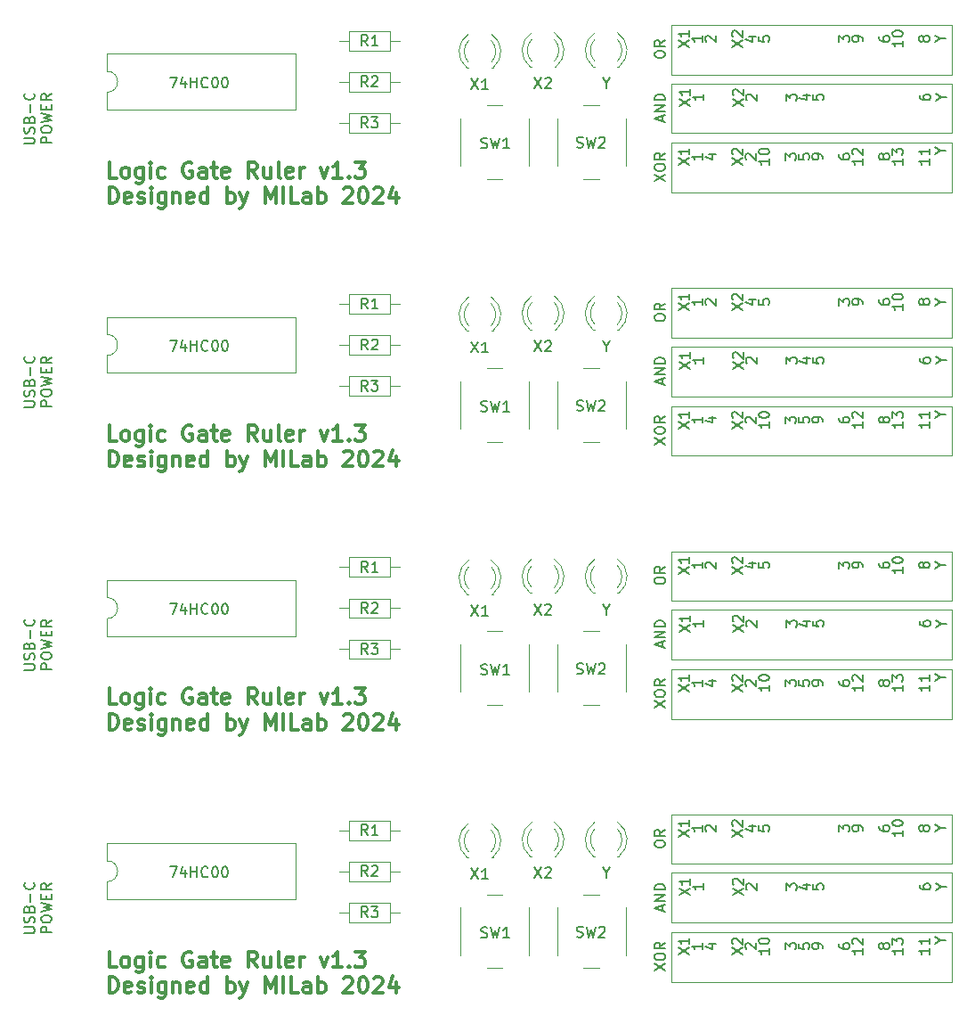
<source format=gto>
%TF.GenerationSoftware,KiCad,Pcbnew,(6.0.10)*%
%TF.CreationDate,2024-05-12T12:16:17+09:00*%
%TF.ProjectId,simpleLogicCircuit_4x1_v1.3,73696d70-6c65-44c6-9f67-696343697263,rev?*%
%TF.SameCoordinates,Original*%
%TF.FileFunction,Legend,Top*%
%TF.FilePolarity,Positive*%
%FSLAX46Y46*%
G04 Gerber Fmt 4.6, Leading zero omitted, Abs format (unit mm)*
G04 Created by KiCad (PCBNEW (6.0.10)) date 2024-05-12 12:16:17*
%MOMM*%
%LPD*%
G01*
G04 APERTURE LIST*
%ADD10C,0.300000*%
%ADD11C,0.150000*%
%ADD12C,0.120000*%
G04 APERTURE END LIST*
D10*
X64516428Y-123601071D02*
X63802142Y-123601071D01*
X63802142Y-122101071D01*
X65230714Y-123601071D02*
X65087857Y-123529642D01*
X65016428Y-123458214D01*
X64945000Y-123315357D01*
X64945000Y-122886785D01*
X65016428Y-122743928D01*
X65087857Y-122672500D01*
X65230714Y-122601071D01*
X65445000Y-122601071D01*
X65587857Y-122672500D01*
X65659285Y-122743928D01*
X65730714Y-122886785D01*
X65730714Y-123315357D01*
X65659285Y-123458214D01*
X65587857Y-123529642D01*
X65445000Y-123601071D01*
X65230714Y-123601071D01*
X67016428Y-122601071D02*
X67016428Y-123815357D01*
X66945000Y-123958214D01*
X66873571Y-124029642D01*
X66730714Y-124101071D01*
X66516428Y-124101071D01*
X66373571Y-124029642D01*
X67016428Y-123529642D02*
X66873571Y-123601071D01*
X66587857Y-123601071D01*
X66445000Y-123529642D01*
X66373571Y-123458214D01*
X66302142Y-123315357D01*
X66302142Y-122886785D01*
X66373571Y-122743928D01*
X66445000Y-122672500D01*
X66587857Y-122601071D01*
X66873571Y-122601071D01*
X67016428Y-122672500D01*
X67730714Y-123601071D02*
X67730714Y-122601071D01*
X67730714Y-122101071D02*
X67659285Y-122172500D01*
X67730714Y-122243928D01*
X67802142Y-122172500D01*
X67730714Y-122101071D01*
X67730714Y-122243928D01*
X69087857Y-123529642D02*
X68945000Y-123601071D01*
X68659285Y-123601071D01*
X68516428Y-123529642D01*
X68445000Y-123458214D01*
X68373571Y-123315357D01*
X68373571Y-122886785D01*
X68445000Y-122743928D01*
X68516428Y-122672500D01*
X68659285Y-122601071D01*
X68945000Y-122601071D01*
X69087857Y-122672500D01*
X71659285Y-122172500D02*
X71516428Y-122101071D01*
X71302142Y-122101071D01*
X71087857Y-122172500D01*
X70945000Y-122315357D01*
X70873571Y-122458214D01*
X70802142Y-122743928D01*
X70802142Y-122958214D01*
X70873571Y-123243928D01*
X70945000Y-123386785D01*
X71087857Y-123529642D01*
X71302142Y-123601071D01*
X71445000Y-123601071D01*
X71659285Y-123529642D01*
X71730714Y-123458214D01*
X71730714Y-122958214D01*
X71445000Y-122958214D01*
X73016428Y-123601071D02*
X73016428Y-122815357D01*
X72945000Y-122672500D01*
X72802142Y-122601071D01*
X72516428Y-122601071D01*
X72373571Y-122672500D01*
X73016428Y-123529642D02*
X72873571Y-123601071D01*
X72516428Y-123601071D01*
X72373571Y-123529642D01*
X72302142Y-123386785D01*
X72302142Y-123243928D01*
X72373571Y-123101071D01*
X72516428Y-123029642D01*
X72873571Y-123029642D01*
X73016428Y-122958214D01*
X73516428Y-122601071D02*
X74087857Y-122601071D01*
X73730714Y-122101071D02*
X73730714Y-123386785D01*
X73802142Y-123529642D01*
X73945000Y-123601071D01*
X74087857Y-123601071D01*
X75159285Y-123529642D02*
X75016428Y-123601071D01*
X74730714Y-123601071D01*
X74587857Y-123529642D01*
X74516428Y-123386785D01*
X74516428Y-122815357D01*
X74587857Y-122672500D01*
X74730714Y-122601071D01*
X75016428Y-122601071D01*
X75159285Y-122672500D01*
X75230714Y-122815357D01*
X75230714Y-122958214D01*
X74516428Y-123101071D01*
X77873571Y-123601071D02*
X77373571Y-122886785D01*
X77016428Y-123601071D02*
X77016428Y-122101071D01*
X77587857Y-122101071D01*
X77730714Y-122172500D01*
X77802142Y-122243928D01*
X77873571Y-122386785D01*
X77873571Y-122601071D01*
X77802142Y-122743928D01*
X77730714Y-122815357D01*
X77587857Y-122886785D01*
X77016428Y-122886785D01*
X79159285Y-122601071D02*
X79159285Y-123601071D01*
X78516428Y-122601071D02*
X78516428Y-123386785D01*
X78587857Y-123529642D01*
X78730714Y-123601071D01*
X78945000Y-123601071D01*
X79087857Y-123529642D01*
X79159285Y-123458214D01*
X80087857Y-123601071D02*
X79945000Y-123529642D01*
X79873571Y-123386785D01*
X79873571Y-122101071D01*
X81230714Y-123529642D02*
X81087857Y-123601071D01*
X80802142Y-123601071D01*
X80659285Y-123529642D01*
X80587857Y-123386785D01*
X80587857Y-122815357D01*
X80659285Y-122672500D01*
X80802142Y-122601071D01*
X81087857Y-122601071D01*
X81230714Y-122672500D01*
X81302142Y-122815357D01*
X81302142Y-122958214D01*
X80587857Y-123101071D01*
X81945000Y-123601071D02*
X81945000Y-122601071D01*
X81945000Y-122886785D02*
X82016428Y-122743928D01*
X82087857Y-122672500D01*
X82230714Y-122601071D01*
X82373571Y-122601071D01*
X83873571Y-122601071D02*
X84230714Y-123601071D01*
X84587857Y-122601071D01*
X85945000Y-123601071D02*
X85087857Y-123601071D01*
X85516428Y-123601071D02*
X85516428Y-122101071D01*
X85373571Y-122315357D01*
X85230714Y-122458214D01*
X85087857Y-122529642D01*
X86587857Y-123458214D02*
X86659285Y-123529642D01*
X86587857Y-123601071D01*
X86516428Y-123529642D01*
X86587857Y-123458214D01*
X86587857Y-123601071D01*
X87159285Y-122101071D02*
X88087857Y-122101071D01*
X87587857Y-122672500D01*
X87802142Y-122672500D01*
X87945000Y-122743928D01*
X88016428Y-122815357D01*
X88087857Y-122958214D01*
X88087857Y-123315357D01*
X88016428Y-123458214D01*
X87945000Y-123529642D01*
X87802142Y-123601071D01*
X87373571Y-123601071D01*
X87230714Y-123529642D01*
X87159285Y-123458214D01*
X63802142Y-126016071D02*
X63802142Y-124516071D01*
X64159285Y-124516071D01*
X64373571Y-124587500D01*
X64516428Y-124730357D01*
X64587857Y-124873214D01*
X64659285Y-125158928D01*
X64659285Y-125373214D01*
X64587857Y-125658928D01*
X64516428Y-125801785D01*
X64373571Y-125944642D01*
X64159285Y-126016071D01*
X63802142Y-126016071D01*
X65873571Y-125944642D02*
X65730714Y-126016071D01*
X65445000Y-126016071D01*
X65302142Y-125944642D01*
X65230714Y-125801785D01*
X65230714Y-125230357D01*
X65302142Y-125087500D01*
X65445000Y-125016071D01*
X65730714Y-125016071D01*
X65873571Y-125087500D01*
X65945000Y-125230357D01*
X65945000Y-125373214D01*
X65230714Y-125516071D01*
X66516428Y-125944642D02*
X66659285Y-126016071D01*
X66945000Y-126016071D01*
X67087857Y-125944642D01*
X67159285Y-125801785D01*
X67159285Y-125730357D01*
X67087857Y-125587500D01*
X66945000Y-125516071D01*
X66730714Y-125516071D01*
X66587857Y-125444642D01*
X66516428Y-125301785D01*
X66516428Y-125230357D01*
X66587857Y-125087500D01*
X66730714Y-125016071D01*
X66945000Y-125016071D01*
X67087857Y-125087500D01*
X67802142Y-126016071D02*
X67802142Y-125016071D01*
X67802142Y-124516071D02*
X67730714Y-124587500D01*
X67802142Y-124658928D01*
X67873571Y-124587500D01*
X67802142Y-124516071D01*
X67802142Y-124658928D01*
X69159285Y-125016071D02*
X69159285Y-126230357D01*
X69087857Y-126373214D01*
X69016428Y-126444642D01*
X68873571Y-126516071D01*
X68659285Y-126516071D01*
X68516428Y-126444642D01*
X69159285Y-125944642D02*
X69016428Y-126016071D01*
X68730714Y-126016071D01*
X68587857Y-125944642D01*
X68516428Y-125873214D01*
X68445000Y-125730357D01*
X68445000Y-125301785D01*
X68516428Y-125158928D01*
X68587857Y-125087500D01*
X68730714Y-125016071D01*
X69016428Y-125016071D01*
X69159285Y-125087500D01*
X69873571Y-125016071D02*
X69873571Y-126016071D01*
X69873571Y-125158928D02*
X69945000Y-125087500D01*
X70087857Y-125016071D01*
X70302142Y-125016071D01*
X70445000Y-125087500D01*
X70516428Y-125230357D01*
X70516428Y-126016071D01*
X71802142Y-125944642D02*
X71659285Y-126016071D01*
X71373571Y-126016071D01*
X71230714Y-125944642D01*
X71159285Y-125801785D01*
X71159285Y-125230357D01*
X71230714Y-125087500D01*
X71373571Y-125016071D01*
X71659285Y-125016071D01*
X71802142Y-125087500D01*
X71873571Y-125230357D01*
X71873571Y-125373214D01*
X71159285Y-125516071D01*
X73159285Y-126016071D02*
X73159285Y-124516071D01*
X73159285Y-125944642D02*
X73016428Y-126016071D01*
X72730714Y-126016071D01*
X72587857Y-125944642D01*
X72516428Y-125873214D01*
X72445000Y-125730357D01*
X72445000Y-125301785D01*
X72516428Y-125158928D01*
X72587857Y-125087500D01*
X72730714Y-125016071D01*
X73016428Y-125016071D01*
X73159285Y-125087500D01*
X75016428Y-126016071D02*
X75016428Y-124516071D01*
X75016428Y-125087500D02*
X75159285Y-125016071D01*
X75445000Y-125016071D01*
X75587857Y-125087500D01*
X75659285Y-125158928D01*
X75730714Y-125301785D01*
X75730714Y-125730357D01*
X75659285Y-125873214D01*
X75587857Y-125944642D01*
X75445000Y-126016071D01*
X75159285Y-126016071D01*
X75016428Y-125944642D01*
X76230714Y-125016071D02*
X76587857Y-126016071D01*
X76945000Y-125016071D02*
X76587857Y-126016071D01*
X76445000Y-126373214D01*
X76373571Y-126444642D01*
X76230714Y-126516071D01*
X78659285Y-126016071D02*
X78659285Y-124516071D01*
X79159285Y-125587500D01*
X79659285Y-124516071D01*
X79659285Y-126016071D01*
X80373571Y-126016071D02*
X80373571Y-124516071D01*
X81802142Y-126016071D02*
X81087857Y-126016071D01*
X81087857Y-124516071D01*
X82945000Y-126016071D02*
X82945000Y-125230357D01*
X82873571Y-125087500D01*
X82730714Y-125016071D01*
X82445000Y-125016071D01*
X82302142Y-125087500D01*
X82945000Y-125944642D02*
X82802142Y-126016071D01*
X82445000Y-126016071D01*
X82302142Y-125944642D01*
X82230714Y-125801785D01*
X82230714Y-125658928D01*
X82302142Y-125516071D01*
X82445000Y-125444642D01*
X82802142Y-125444642D01*
X82945000Y-125373214D01*
X83659285Y-126016071D02*
X83659285Y-124516071D01*
X83659285Y-125087500D02*
X83802142Y-125016071D01*
X84087857Y-125016071D01*
X84230714Y-125087500D01*
X84302142Y-125158928D01*
X84373571Y-125301785D01*
X84373571Y-125730357D01*
X84302142Y-125873214D01*
X84230714Y-125944642D01*
X84087857Y-126016071D01*
X83802142Y-126016071D01*
X83659285Y-125944642D01*
X86087857Y-124658928D02*
X86159285Y-124587500D01*
X86302142Y-124516071D01*
X86659285Y-124516071D01*
X86802142Y-124587500D01*
X86873571Y-124658928D01*
X86945000Y-124801785D01*
X86945000Y-124944642D01*
X86873571Y-125158928D01*
X86016428Y-126016071D01*
X86945000Y-126016071D01*
X87873571Y-124516071D02*
X88016428Y-124516071D01*
X88159285Y-124587500D01*
X88230714Y-124658928D01*
X88302142Y-124801785D01*
X88373571Y-125087500D01*
X88373571Y-125444642D01*
X88302142Y-125730357D01*
X88230714Y-125873214D01*
X88159285Y-125944642D01*
X88016428Y-126016071D01*
X87873571Y-126016071D01*
X87730714Y-125944642D01*
X87659285Y-125873214D01*
X87587857Y-125730357D01*
X87516428Y-125444642D01*
X87516428Y-125087500D01*
X87587857Y-124801785D01*
X87659285Y-124658928D01*
X87730714Y-124587500D01*
X87873571Y-124516071D01*
X88945000Y-124658928D02*
X89016428Y-124587500D01*
X89159285Y-124516071D01*
X89516428Y-124516071D01*
X89659285Y-124587500D01*
X89730714Y-124658928D01*
X89802142Y-124801785D01*
X89802142Y-124944642D01*
X89730714Y-125158928D01*
X88873571Y-126016071D01*
X89802142Y-126016071D01*
X91087857Y-125016071D02*
X91087857Y-126016071D01*
X90730714Y-124444642D02*
X90373571Y-125516071D01*
X91302142Y-125516071D01*
D11*
X55697380Y-120360952D02*
X56506904Y-120360952D01*
X56602142Y-120313333D01*
X56649761Y-120265714D01*
X56697380Y-120170476D01*
X56697380Y-119980000D01*
X56649761Y-119884761D01*
X56602142Y-119837142D01*
X56506904Y-119789523D01*
X55697380Y-119789523D01*
X56649761Y-119360952D02*
X56697380Y-119218095D01*
X56697380Y-118980000D01*
X56649761Y-118884761D01*
X56602142Y-118837142D01*
X56506904Y-118789523D01*
X56411666Y-118789523D01*
X56316428Y-118837142D01*
X56268809Y-118884761D01*
X56221190Y-118980000D01*
X56173571Y-119170476D01*
X56125952Y-119265714D01*
X56078333Y-119313333D01*
X55983095Y-119360952D01*
X55887857Y-119360952D01*
X55792619Y-119313333D01*
X55745000Y-119265714D01*
X55697380Y-119170476D01*
X55697380Y-118932380D01*
X55745000Y-118789523D01*
X56173571Y-118027619D02*
X56221190Y-117884761D01*
X56268809Y-117837142D01*
X56364047Y-117789523D01*
X56506904Y-117789523D01*
X56602142Y-117837142D01*
X56649761Y-117884761D01*
X56697380Y-117980000D01*
X56697380Y-118360952D01*
X55697380Y-118360952D01*
X55697380Y-118027619D01*
X55745000Y-117932380D01*
X55792619Y-117884761D01*
X55887857Y-117837142D01*
X55983095Y-117837142D01*
X56078333Y-117884761D01*
X56125952Y-117932380D01*
X56173571Y-118027619D01*
X56173571Y-118360952D01*
X56316428Y-117360952D02*
X56316428Y-116599047D01*
X56602142Y-115551428D02*
X56649761Y-115599047D01*
X56697380Y-115741904D01*
X56697380Y-115837142D01*
X56649761Y-115980000D01*
X56554523Y-116075238D01*
X56459285Y-116122857D01*
X56268809Y-116170476D01*
X56125952Y-116170476D01*
X55935476Y-116122857D01*
X55840238Y-116075238D01*
X55745000Y-115980000D01*
X55697380Y-115837142D01*
X55697380Y-115741904D01*
X55745000Y-115599047D01*
X55792619Y-115551428D01*
X58307380Y-120289523D02*
X57307380Y-120289523D01*
X57307380Y-119908571D01*
X57355000Y-119813333D01*
X57402619Y-119765714D01*
X57497857Y-119718095D01*
X57640714Y-119718095D01*
X57735952Y-119765714D01*
X57783571Y-119813333D01*
X57831190Y-119908571D01*
X57831190Y-120289523D01*
X57307380Y-119099047D02*
X57307380Y-118908571D01*
X57355000Y-118813333D01*
X57450238Y-118718095D01*
X57640714Y-118670476D01*
X57974047Y-118670476D01*
X58164523Y-118718095D01*
X58259761Y-118813333D01*
X58307380Y-118908571D01*
X58307380Y-119099047D01*
X58259761Y-119194285D01*
X58164523Y-119289523D01*
X57974047Y-119337142D01*
X57640714Y-119337142D01*
X57450238Y-119289523D01*
X57355000Y-119194285D01*
X57307380Y-119099047D01*
X57307380Y-118337142D02*
X58307380Y-118099047D01*
X57593095Y-117908571D01*
X58307380Y-117718095D01*
X57307380Y-117480000D01*
X57783571Y-117099047D02*
X57783571Y-116765714D01*
X58307380Y-116622857D02*
X58307380Y-117099047D01*
X57307380Y-117099047D01*
X57307380Y-116622857D01*
X58307380Y-115622857D02*
X57831190Y-115956190D01*
X58307380Y-116194285D02*
X57307380Y-116194285D01*
X57307380Y-115813333D01*
X57355000Y-115718095D01*
X57402619Y-115670476D01*
X57497857Y-115622857D01*
X57640714Y-115622857D01*
X57735952Y-115670476D01*
X57783571Y-115718095D01*
X57831190Y-115813333D01*
X57831190Y-116194285D01*
D10*
X64516428Y-98601071D02*
X63802142Y-98601071D01*
X63802142Y-97101071D01*
X65230714Y-98601071D02*
X65087857Y-98529642D01*
X65016428Y-98458214D01*
X64945000Y-98315357D01*
X64945000Y-97886785D01*
X65016428Y-97743928D01*
X65087857Y-97672500D01*
X65230714Y-97601071D01*
X65445000Y-97601071D01*
X65587857Y-97672500D01*
X65659285Y-97743928D01*
X65730714Y-97886785D01*
X65730714Y-98315357D01*
X65659285Y-98458214D01*
X65587857Y-98529642D01*
X65445000Y-98601071D01*
X65230714Y-98601071D01*
X67016428Y-97601071D02*
X67016428Y-98815357D01*
X66945000Y-98958214D01*
X66873571Y-99029642D01*
X66730714Y-99101071D01*
X66516428Y-99101071D01*
X66373571Y-99029642D01*
X67016428Y-98529642D02*
X66873571Y-98601071D01*
X66587857Y-98601071D01*
X66445000Y-98529642D01*
X66373571Y-98458214D01*
X66302142Y-98315357D01*
X66302142Y-97886785D01*
X66373571Y-97743928D01*
X66445000Y-97672500D01*
X66587857Y-97601071D01*
X66873571Y-97601071D01*
X67016428Y-97672500D01*
X67730714Y-98601071D02*
X67730714Y-97601071D01*
X67730714Y-97101071D02*
X67659285Y-97172500D01*
X67730714Y-97243928D01*
X67802142Y-97172500D01*
X67730714Y-97101071D01*
X67730714Y-97243928D01*
X69087857Y-98529642D02*
X68945000Y-98601071D01*
X68659285Y-98601071D01*
X68516428Y-98529642D01*
X68445000Y-98458214D01*
X68373571Y-98315357D01*
X68373571Y-97886785D01*
X68445000Y-97743928D01*
X68516428Y-97672500D01*
X68659285Y-97601071D01*
X68945000Y-97601071D01*
X69087857Y-97672500D01*
X71659285Y-97172500D02*
X71516428Y-97101071D01*
X71302142Y-97101071D01*
X71087857Y-97172500D01*
X70945000Y-97315357D01*
X70873571Y-97458214D01*
X70802142Y-97743928D01*
X70802142Y-97958214D01*
X70873571Y-98243928D01*
X70945000Y-98386785D01*
X71087857Y-98529642D01*
X71302142Y-98601071D01*
X71445000Y-98601071D01*
X71659285Y-98529642D01*
X71730714Y-98458214D01*
X71730714Y-97958214D01*
X71445000Y-97958214D01*
X73016428Y-98601071D02*
X73016428Y-97815357D01*
X72945000Y-97672500D01*
X72802142Y-97601071D01*
X72516428Y-97601071D01*
X72373571Y-97672500D01*
X73016428Y-98529642D02*
X72873571Y-98601071D01*
X72516428Y-98601071D01*
X72373571Y-98529642D01*
X72302142Y-98386785D01*
X72302142Y-98243928D01*
X72373571Y-98101071D01*
X72516428Y-98029642D01*
X72873571Y-98029642D01*
X73016428Y-97958214D01*
X73516428Y-97601071D02*
X74087857Y-97601071D01*
X73730714Y-97101071D02*
X73730714Y-98386785D01*
X73802142Y-98529642D01*
X73945000Y-98601071D01*
X74087857Y-98601071D01*
X75159285Y-98529642D02*
X75016428Y-98601071D01*
X74730714Y-98601071D01*
X74587857Y-98529642D01*
X74516428Y-98386785D01*
X74516428Y-97815357D01*
X74587857Y-97672500D01*
X74730714Y-97601071D01*
X75016428Y-97601071D01*
X75159285Y-97672500D01*
X75230714Y-97815357D01*
X75230714Y-97958214D01*
X74516428Y-98101071D01*
X77873571Y-98601071D02*
X77373571Y-97886785D01*
X77016428Y-98601071D02*
X77016428Y-97101071D01*
X77587857Y-97101071D01*
X77730714Y-97172500D01*
X77802142Y-97243928D01*
X77873571Y-97386785D01*
X77873571Y-97601071D01*
X77802142Y-97743928D01*
X77730714Y-97815357D01*
X77587857Y-97886785D01*
X77016428Y-97886785D01*
X79159285Y-97601071D02*
X79159285Y-98601071D01*
X78516428Y-97601071D02*
X78516428Y-98386785D01*
X78587857Y-98529642D01*
X78730714Y-98601071D01*
X78945000Y-98601071D01*
X79087857Y-98529642D01*
X79159285Y-98458214D01*
X80087857Y-98601071D02*
X79945000Y-98529642D01*
X79873571Y-98386785D01*
X79873571Y-97101071D01*
X81230714Y-98529642D02*
X81087857Y-98601071D01*
X80802142Y-98601071D01*
X80659285Y-98529642D01*
X80587857Y-98386785D01*
X80587857Y-97815357D01*
X80659285Y-97672500D01*
X80802142Y-97601071D01*
X81087857Y-97601071D01*
X81230714Y-97672500D01*
X81302142Y-97815357D01*
X81302142Y-97958214D01*
X80587857Y-98101071D01*
X81945000Y-98601071D02*
X81945000Y-97601071D01*
X81945000Y-97886785D02*
X82016428Y-97743928D01*
X82087857Y-97672500D01*
X82230714Y-97601071D01*
X82373571Y-97601071D01*
X83873571Y-97601071D02*
X84230714Y-98601071D01*
X84587857Y-97601071D01*
X85945000Y-98601071D02*
X85087857Y-98601071D01*
X85516428Y-98601071D02*
X85516428Y-97101071D01*
X85373571Y-97315357D01*
X85230714Y-97458214D01*
X85087857Y-97529642D01*
X86587857Y-98458214D02*
X86659285Y-98529642D01*
X86587857Y-98601071D01*
X86516428Y-98529642D01*
X86587857Y-98458214D01*
X86587857Y-98601071D01*
X87159285Y-97101071D02*
X88087857Y-97101071D01*
X87587857Y-97672500D01*
X87802142Y-97672500D01*
X87945000Y-97743928D01*
X88016428Y-97815357D01*
X88087857Y-97958214D01*
X88087857Y-98315357D01*
X88016428Y-98458214D01*
X87945000Y-98529642D01*
X87802142Y-98601071D01*
X87373571Y-98601071D01*
X87230714Y-98529642D01*
X87159285Y-98458214D01*
X63802142Y-101016071D02*
X63802142Y-99516071D01*
X64159285Y-99516071D01*
X64373571Y-99587500D01*
X64516428Y-99730357D01*
X64587857Y-99873214D01*
X64659285Y-100158928D01*
X64659285Y-100373214D01*
X64587857Y-100658928D01*
X64516428Y-100801785D01*
X64373571Y-100944642D01*
X64159285Y-101016071D01*
X63802142Y-101016071D01*
X65873571Y-100944642D02*
X65730714Y-101016071D01*
X65445000Y-101016071D01*
X65302142Y-100944642D01*
X65230714Y-100801785D01*
X65230714Y-100230357D01*
X65302142Y-100087500D01*
X65445000Y-100016071D01*
X65730714Y-100016071D01*
X65873571Y-100087500D01*
X65945000Y-100230357D01*
X65945000Y-100373214D01*
X65230714Y-100516071D01*
X66516428Y-100944642D02*
X66659285Y-101016071D01*
X66945000Y-101016071D01*
X67087857Y-100944642D01*
X67159285Y-100801785D01*
X67159285Y-100730357D01*
X67087857Y-100587500D01*
X66945000Y-100516071D01*
X66730714Y-100516071D01*
X66587857Y-100444642D01*
X66516428Y-100301785D01*
X66516428Y-100230357D01*
X66587857Y-100087500D01*
X66730714Y-100016071D01*
X66945000Y-100016071D01*
X67087857Y-100087500D01*
X67802142Y-101016071D02*
X67802142Y-100016071D01*
X67802142Y-99516071D02*
X67730714Y-99587500D01*
X67802142Y-99658928D01*
X67873571Y-99587500D01*
X67802142Y-99516071D01*
X67802142Y-99658928D01*
X69159285Y-100016071D02*
X69159285Y-101230357D01*
X69087857Y-101373214D01*
X69016428Y-101444642D01*
X68873571Y-101516071D01*
X68659285Y-101516071D01*
X68516428Y-101444642D01*
X69159285Y-100944642D02*
X69016428Y-101016071D01*
X68730714Y-101016071D01*
X68587857Y-100944642D01*
X68516428Y-100873214D01*
X68445000Y-100730357D01*
X68445000Y-100301785D01*
X68516428Y-100158928D01*
X68587857Y-100087500D01*
X68730714Y-100016071D01*
X69016428Y-100016071D01*
X69159285Y-100087500D01*
X69873571Y-100016071D02*
X69873571Y-101016071D01*
X69873571Y-100158928D02*
X69945000Y-100087500D01*
X70087857Y-100016071D01*
X70302142Y-100016071D01*
X70445000Y-100087500D01*
X70516428Y-100230357D01*
X70516428Y-101016071D01*
X71802142Y-100944642D02*
X71659285Y-101016071D01*
X71373571Y-101016071D01*
X71230714Y-100944642D01*
X71159285Y-100801785D01*
X71159285Y-100230357D01*
X71230714Y-100087500D01*
X71373571Y-100016071D01*
X71659285Y-100016071D01*
X71802142Y-100087500D01*
X71873571Y-100230357D01*
X71873571Y-100373214D01*
X71159285Y-100516071D01*
X73159285Y-101016071D02*
X73159285Y-99516071D01*
X73159285Y-100944642D02*
X73016428Y-101016071D01*
X72730714Y-101016071D01*
X72587857Y-100944642D01*
X72516428Y-100873214D01*
X72445000Y-100730357D01*
X72445000Y-100301785D01*
X72516428Y-100158928D01*
X72587857Y-100087500D01*
X72730714Y-100016071D01*
X73016428Y-100016071D01*
X73159285Y-100087500D01*
X75016428Y-101016071D02*
X75016428Y-99516071D01*
X75016428Y-100087500D02*
X75159285Y-100016071D01*
X75445000Y-100016071D01*
X75587857Y-100087500D01*
X75659285Y-100158928D01*
X75730714Y-100301785D01*
X75730714Y-100730357D01*
X75659285Y-100873214D01*
X75587857Y-100944642D01*
X75445000Y-101016071D01*
X75159285Y-101016071D01*
X75016428Y-100944642D01*
X76230714Y-100016071D02*
X76587857Y-101016071D01*
X76945000Y-100016071D02*
X76587857Y-101016071D01*
X76445000Y-101373214D01*
X76373571Y-101444642D01*
X76230714Y-101516071D01*
X78659285Y-101016071D02*
X78659285Y-99516071D01*
X79159285Y-100587500D01*
X79659285Y-99516071D01*
X79659285Y-101016071D01*
X80373571Y-101016071D02*
X80373571Y-99516071D01*
X81802142Y-101016071D02*
X81087857Y-101016071D01*
X81087857Y-99516071D01*
X82945000Y-101016071D02*
X82945000Y-100230357D01*
X82873571Y-100087500D01*
X82730714Y-100016071D01*
X82445000Y-100016071D01*
X82302142Y-100087500D01*
X82945000Y-100944642D02*
X82802142Y-101016071D01*
X82445000Y-101016071D01*
X82302142Y-100944642D01*
X82230714Y-100801785D01*
X82230714Y-100658928D01*
X82302142Y-100516071D01*
X82445000Y-100444642D01*
X82802142Y-100444642D01*
X82945000Y-100373214D01*
X83659285Y-101016071D02*
X83659285Y-99516071D01*
X83659285Y-100087500D02*
X83802142Y-100016071D01*
X84087857Y-100016071D01*
X84230714Y-100087500D01*
X84302142Y-100158928D01*
X84373571Y-100301785D01*
X84373571Y-100730357D01*
X84302142Y-100873214D01*
X84230714Y-100944642D01*
X84087857Y-101016071D01*
X83802142Y-101016071D01*
X83659285Y-100944642D01*
X86087857Y-99658928D02*
X86159285Y-99587500D01*
X86302142Y-99516071D01*
X86659285Y-99516071D01*
X86802142Y-99587500D01*
X86873571Y-99658928D01*
X86945000Y-99801785D01*
X86945000Y-99944642D01*
X86873571Y-100158928D01*
X86016428Y-101016071D01*
X86945000Y-101016071D01*
X87873571Y-99516071D02*
X88016428Y-99516071D01*
X88159285Y-99587500D01*
X88230714Y-99658928D01*
X88302142Y-99801785D01*
X88373571Y-100087500D01*
X88373571Y-100444642D01*
X88302142Y-100730357D01*
X88230714Y-100873214D01*
X88159285Y-100944642D01*
X88016428Y-101016071D01*
X87873571Y-101016071D01*
X87730714Y-100944642D01*
X87659285Y-100873214D01*
X87587857Y-100730357D01*
X87516428Y-100444642D01*
X87516428Y-100087500D01*
X87587857Y-99801785D01*
X87659285Y-99658928D01*
X87730714Y-99587500D01*
X87873571Y-99516071D01*
X88945000Y-99658928D02*
X89016428Y-99587500D01*
X89159285Y-99516071D01*
X89516428Y-99516071D01*
X89659285Y-99587500D01*
X89730714Y-99658928D01*
X89802142Y-99801785D01*
X89802142Y-99944642D01*
X89730714Y-100158928D01*
X88873571Y-101016071D01*
X89802142Y-101016071D01*
X91087857Y-100016071D02*
X91087857Y-101016071D01*
X90730714Y-99444642D02*
X90373571Y-100516071D01*
X91302142Y-100516071D01*
D11*
X55697380Y-95360952D02*
X56506904Y-95360952D01*
X56602142Y-95313333D01*
X56649761Y-95265714D01*
X56697380Y-95170476D01*
X56697380Y-94980000D01*
X56649761Y-94884761D01*
X56602142Y-94837142D01*
X56506904Y-94789523D01*
X55697380Y-94789523D01*
X56649761Y-94360952D02*
X56697380Y-94218095D01*
X56697380Y-93980000D01*
X56649761Y-93884761D01*
X56602142Y-93837142D01*
X56506904Y-93789523D01*
X56411666Y-93789523D01*
X56316428Y-93837142D01*
X56268809Y-93884761D01*
X56221190Y-93980000D01*
X56173571Y-94170476D01*
X56125952Y-94265714D01*
X56078333Y-94313333D01*
X55983095Y-94360952D01*
X55887857Y-94360952D01*
X55792619Y-94313333D01*
X55745000Y-94265714D01*
X55697380Y-94170476D01*
X55697380Y-93932380D01*
X55745000Y-93789523D01*
X56173571Y-93027619D02*
X56221190Y-92884761D01*
X56268809Y-92837142D01*
X56364047Y-92789523D01*
X56506904Y-92789523D01*
X56602142Y-92837142D01*
X56649761Y-92884761D01*
X56697380Y-92980000D01*
X56697380Y-93360952D01*
X55697380Y-93360952D01*
X55697380Y-93027619D01*
X55745000Y-92932380D01*
X55792619Y-92884761D01*
X55887857Y-92837142D01*
X55983095Y-92837142D01*
X56078333Y-92884761D01*
X56125952Y-92932380D01*
X56173571Y-93027619D01*
X56173571Y-93360952D01*
X56316428Y-92360952D02*
X56316428Y-91599047D01*
X56602142Y-90551428D02*
X56649761Y-90599047D01*
X56697380Y-90741904D01*
X56697380Y-90837142D01*
X56649761Y-90980000D01*
X56554523Y-91075238D01*
X56459285Y-91122857D01*
X56268809Y-91170476D01*
X56125952Y-91170476D01*
X55935476Y-91122857D01*
X55840238Y-91075238D01*
X55745000Y-90980000D01*
X55697380Y-90837142D01*
X55697380Y-90741904D01*
X55745000Y-90599047D01*
X55792619Y-90551428D01*
X58307380Y-95289523D02*
X57307380Y-95289523D01*
X57307380Y-94908571D01*
X57355000Y-94813333D01*
X57402619Y-94765714D01*
X57497857Y-94718095D01*
X57640714Y-94718095D01*
X57735952Y-94765714D01*
X57783571Y-94813333D01*
X57831190Y-94908571D01*
X57831190Y-95289523D01*
X57307380Y-94099047D02*
X57307380Y-93908571D01*
X57355000Y-93813333D01*
X57450238Y-93718095D01*
X57640714Y-93670476D01*
X57974047Y-93670476D01*
X58164523Y-93718095D01*
X58259761Y-93813333D01*
X58307380Y-93908571D01*
X58307380Y-94099047D01*
X58259761Y-94194285D01*
X58164523Y-94289523D01*
X57974047Y-94337142D01*
X57640714Y-94337142D01*
X57450238Y-94289523D01*
X57355000Y-94194285D01*
X57307380Y-94099047D01*
X57307380Y-93337142D02*
X58307380Y-93099047D01*
X57593095Y-92908571D01*
X58307380Y-92718095D01*
X57307380Y-92480000D01*
X57783571Y-92099047D02*
X57783571Y-91765714D01*
X58307380Y-91622857D02*
X58307380Y-92099047D01*
X57307380Y-92099047D01*
X57307380Y-91622857D01*
X58307380Y-90622857D02*
X57831190Y-90956190D01*
X58307380Y-91194285D02*
X57307380Y-91194285D01*
X57307380Y-90813333D01*
X57355000Y-90718095D01*
X57402619Y-90670476D01*
X57497857Y-90622857D01*
X57640714Y-90622857D01*
X57735952Y-90670476D01*
X57783571Y-90718095D01*
X57831190Y-90813333D01*
X57831190Y-91194285D01*
D10*
X64516428Y-73601071D02*
X63802142Y-73601071D01*
X63802142Y-72101071D01*
X65230714Y-73601071D02*
X65087857Y-73529642D01*
X65016428Y-73458214D01*
X64945000Y-73315357D01*
X64945000Y-72886785D01*
X65016428Y-72743928D01*
X65087857Y-72672500D01*
X65230714Y-72601071D01*
X65445000Y-72601071D01*
X65587857Y-72672500D01*
X65659285Y-72743928D01*
X65730714Y-72886785D01*
X65730714Y-73315357D01*
X65659285Y-73458214D01*
X65587857Y-73529642D01*
X65445000Y-73601071D01*
X65230714Y-73601071D01*
X67016428Y-72601071D02*
X67016428Y-73815357D01*
X66945000Y-73958214D01*
X66873571Y-74029642D01*
X66730714Y-74101071D01*
X66516428Y-74101071D01*
X66373571Y-74029642D01*
X67016428Y-73529642D02*
X66873571Y-73601071D01*
X66587857Y-73601071D01*
X66445000Y-73529642D01*
X66373571Y-73458214D01*
X66302142Y-73315357D01*
X66302142Y-72886785D01*
X66373571Y-72743928D01*
X66445000Y-72672500D01*
X66587857Y-72601071D01*
X66873571Y-72601071D01*
X67016428Y-72672500D01*
X67730714Y-73601071D02*
X67730714Y-72601071D01*
X67730714Y-72101071D02*
X67659285Y-72172500D01*
X67730714Y-72243928D01*
X67802142Y-72172500D01*
X67730714Y-72101071D01*
X67730714Y-72243928D01*
X69087857Y-73529642D02*
X68945000Y-73601071D01*
X68659285Y-73601071D01*
X68516428Y-73529642D01*
X68445000Y-73458214D01*
X68373571Y-73315357D01*
X68373571Y-72886785D01*
X68445000Y-72743928D01*
X68516428Y-72672500D01*
X68659285Y-72601071D01*
X68945000Y-72601071D01*
X69087857Y-72672500D01*
X71659285Y-72172500D02*
X71516428Y-72101071D01*
X71302142Y-72101071D01*
X71087857Y-72172500D01*
X70945000Y-72315357D01*
X70873571Y-72458214D01*
X70802142Y-72743928D01*
X70802142Y-72958214D01*
X70873571Y-73243928D01*
X70945000Y-73386785D01*
X71087857Y-73529642D01*
X71302142Y-73601071D01*
X71445000Y-73601071D01*
X71659285Y-73529642D01*
X71730714Y-73458214D01*
X71730714Y-72958214D01*
X71445000Y-72958214D01*
X73016428Y-73601071D02*
X73016428Y-72815357D01*
X72945000Y-72672500D01*
X72802142Y-72601071D01*
X72516428Y-72601071D01*
X72373571Y-72672500D01*
X73016428Y-73529642D02*
X72873571Y-73601071D01*
X72516428Y-73601071D01*
X72373571Y-73529642D01*
X72302142Y-73386785D01*
X72302142Y-73243928D01*
X72373571Y-73101071D01*
X72516428Y-73029642D01*
X72873571Y-73029642D01*
X73016428Y-72958214D01*
X73516428Y-72601071D02*
X74087857Y-72601071D01*
X73730714Y-72101071D02*
X73730714Y-73386785D01*
X73802142Y-73529642D01*
X73945000Y-73601071D01*
X74087857Y-73601071D01*
X75159285Y-73529642D02*
X75016428Y-73601071D01*
X74730714Y-73601071D01*
X74587857Y-73529642D01*
X74516428Y-73386785D01*
X74516428Y-72815357D01*
X74587857Y-72672500D01*
X74730714Y-72601071D01*
X75016428Y-72601071D01*
X75159285Y-72672500D01*
X75230714Y-72815357D01*
X75230714Y-72958214D01*
X74516428Y-73101071D01*
X77873571Y-73601071D02*
X77373571Y-72886785D01*
X77016428Y-73601071D02*
X77016428Y-72101071D01*
X77587857Y-72101071D01*
X77730714Y-72172500D01*
X77802142Y-72243928D01*
X77873571Y-72386785D01*
X77873571Y-72601071D01*
X77802142Y-72743928D01*
X77730714Y-72815357D01*
X77587857Y-72886785D01*
X77016428Y-72886785D01*
X79159285Y-72601071D02*
X79159285Y-73601071D01*
X78516428Y-72601071D02*
X78516428Y-73386785D01*
X78587857Y-73529642D01*
X78730714Y-73601071D01*
X78945000Y-73601071D01*
X79087857Y-73529642D01*
X79159285Y-73458214D01*
X80087857Y-73601071D02*
X79945000Y-73529642D01*
X79873571Y-73386785D01*
X79873571Y-72101071D01*
X81230714Y-73529642D02*
X81087857Y-73601071D01*
X80802142Y-73601071D01*
X80659285Y-73529642D01*
X80587857Y-73386785D01*
X80587857Y-72815357D01*
X80659285Y-72672500D01*
X80802142Y-72601071D01*
X81087857Y-72601071D01*
X81230714Y-72672500D01*
X81302142Y-72815357D01*
X81302142Y-72958214D01*
X80587857Y-73101071D01*
X81945000Y-73601071D02*
X81945000Y-72601071D01*
X81945000Y-72886785D02*
X82016428Y-72743928D01*
X82087857Y-72672500D01*
X82230714Y-72601071D01*
X82373571Y-72601071D01*
X83873571Y-72601071D02*
X84230714Y-73601071D01*
X84587857Y-72601071D01*
X85945000Y-73601071D02*
X85087857Y-73601071D01*
X85516428Y-73601071D02*
X85516428Y-72101071D01*
X85373571Y-72315357D01*
X85230714Y-72458214D01*
X85087857Y-72529642D01*
X86587857Y-73458214D02*
X86659285Y-73529642D01*
X86587857Y-73601071D01*
X86516428Y-73529642D01*
X86587857Y-73458214D01*
X86587857Y-73601071D01*
X87159285Y-72101071D02*
X88087857Y-72101071D01*
X87587857Y-72672500D01*
X87802142Y-72672500D01*
X87945000Y-72743928D01*
X88016428Y-72815357D01*
X88087857Y-72958214D01*
X88087857Y-73315357D01*
X88016428Y-73458214D01*
X87945000Y-73529642D01*
X87802142Y-73601071D01*
X87373571Y-73601071D01*
X87230714Y-73529642D01*
X87159285Y-73458214D01*
X63802142Y-76016071D02*
X63802142Y-74516071D01*
X64159285Y-74516071D01*
X64373571Y-74587500D01*
X64516428Y-74730357D01*
X64587857Y-74873214D01*
X64659285Y-75158928D01*
X64659285Y-75373214D01*
X64587857Y-75658928D01*
X64516428Y-75801785D01*
X64373571Y-75944642D01*
X64159285Y-76016071D01*
X63802142Y-76016071D01*
X65873571Y-75944642D02*
X65730714Y-76016071D01*
X65445000Y-76016071D01*
X65302142Y-75944642D01*
X65230714Y-75801785D01*
X65230714Y-75230357D01*
X65302142Y-75087500D01*
X65445000Y-75016071D01*
X65730714Y-75016071D01*
X65873571Y-75087500D01*
X65945000Y-75230357D01*
X65945000Y-75373214D01*
X65230714Y-75516071D01*
X66516428Y-75944642D02*
X66659285Y-76016071D01*
X66945000Y-76016071D01*
X67087857Y-75944642D01*
X67159285Y-75801785D01*
X67159285Y-75730357D01*
X67087857Y-75587500D01*
X66945000Y-75516071D01*
X66730714Y-75516071D01*
X66587857Y-75444642D01*
X66516428Y-75301785D01*
X66516428Y-75230357D01*
X66587857Y-75087500D01*
X66730714Y-75016071D01*
X66945000Y-75016071D01*
X67087857Y-75087500D01*
X67802142Y-76016071D02*
X67802142Y-75016071D01*
X67802142Y-74516071D02*
X67730714Y-74587500D01*
X67802142Y-74658928D01*
X67873571Y-74587500D01*
X67802142Y-74516071D01*
X67802142Y-74658928D01*
X69159285Y-75016071D02*
X69159285Y-76230357D01*
X69087857Y-76373214D01*
X69016428Y-76444642D01*
X68873571Y-76516071D01*
X68659285Y-76516071D01*
X68516428Y-76444642D01*
X69159285Y-75944642D02*
X69016428Y-76016071D01*
X68730714Y-76016071D01*
X68587857Y-75944642D01*
X68516428Y-75873214D01*
X68445000Y-75730357D01*
X68445000Y-75301785D01*
X68516428Y-75158928D01*
X68587857Y-75087500D01*
X68730714Y-75016071D01*
X69016428Y-75016071D01*
X69159285Y-75087500D01*
X69873571Y-75016071D02*
X69873571Y-76016071D01*
X69873571Y-75158928D02*
X69945000Y-75087500D01*
X70087857Y-75016071D01*
X70302142Y-75016071D01*
X70445000Y-75087500D01*
X70516428Y-75230357D01*
X70516428Y-76016071D01*
X71802142Y-75944642D02*
X71659285Y-76016071D01*
X71373571Y-76016071D01*
X71230714Y-75944642D01*
X71159285Y-75801785D01*
X71159285Y-75230357D01*
X71230714Y-75087500D01*
X71373571Y-75016071D01*
X71659285Y-75016071D01*
X71802142Y-75087500D01*
X71873571Y-75230357D01*
X71873571Y-75373214D01*
X71159285Y-75516071D01*
X73159285Y-76016071D02*
X73159285Y-74516071D01*
X73159285Y-75944642D02*
X73016428Y-76016071D01*
X72730714Y-76016071D01*
X72587857Y-75944642D01*
X72516428Y-75873214D01*
X72445000Y-75730357D01*
X72445000Y-75301785D01*
X72516428Y-75158928D01*
X72587857Y-75087500D01*
X72730714Y-75016071D01*
X73016428Y-75016071D01*
X73159285Y-75087500D01*
X75016428Y-76016071D02*
X75016428Y-74516071D01*
X75016428Y-75087500D02*
X75159285Y-75016071D01*
X75445000Y-75016071D01*
X75587857Y-75087500D01*
X75659285Y-75158928D01*
X75730714Y-75301785D01*
X75730714Y-75730357D01*
X75659285Y-75873214D01*
X75587857Y-75944642D01*
X75445000Y-76016071D01*
X75159285Y-76016071D01*
X75016428Y-75944642D01*
X76230714Y-75016071D02*
X76587857Y-76016071D01*
X76945000Y-75016071D02*
X76587857Y-76016071D01*
X76445000Y-76373214D01*
X76373571Y-76444642D01*
X76230714Y-76516071D01*
X78659285Y-76016071D02*
X78659285Y-74516071D01*
X79159285Y-75587500D01*
X79659285Y-74516071D01*
X79659285Y-76016071D01*
X80373571Y-76016071D02*
X80373571Y-74516071D01*
X81802142Y-76016071D02*
X81087857Y-76016071D01*
X81087857Y-74516071D01*
X82945000Y-76016071D02*
X82945000Y-75230357D01*
X82873571Y-75087500D01*
X82730714Y-75016071D01*
X82445000Y-75016071D01*
X82302142Y-75087500D01*
X82945000Y-75944642D02*
X82802142Y-76016071D01*
X82445000Y-76016071D01*
X82302142Y-75944642D01*
X82230714Y-75801785D01*
X82230714Y-75658928D01*
X82302142Y-75516071D01*
X82445000Y-75444642D01*
X82802142Y-75444642D01*
X82945000Y-75373214D01*
X83659285Y-76016071D02*
X83659285Y-74516071D01*
X83659285Y-75087500D02*
X83802142Y-75016071D01*
X84087857Y-75016071D01*
X84230714Y-75087500D01*
X84302142Y-75158928D01*
X84373571Y-75301785D01*
X84373571Y-75730357D01*
X84302142Y-75873214D01*
X84230714Y-75944642D01*
X84087857Y-76016071D01*
X83802142Y-76016071D01*
X83659285Y-75944642D01*
X86087857Y-74658928D02*
X86159285Y-74587500D01*
X86302142Y-74516071D01*
X86659285Y-74516071D01*
X86802142Y-74587500D01*
X86873571Y-74658928D01*
X86945000Y-74801785D01*
X86945000Y-74944642D01*
X86873571Y-75158928D01*
X86016428Y-76016071D01*
X86945000Y-76016071D01*
X87873571Y-74516071D02*
X88016428Y-74516071D01*
X88159285Y-74587500D01*
X88230714Y-74658928D01*
X88302142Y-74801785D01*
X88373571Y-75087500D01*
X88373571Y-75444642D01*
X88302142Y-75730357D01*
X88230714Y-75873214D01*
X88159285Y-75944642D01*
X88016428Y-76016071D01*
X87873571Y-76016071D01*
X87730714Y-75944642D01*
X87659285Y-75873214D01*
X87587857Y-75730357D01*
X87516428Y-75444642D01*
X87516428Y-75087500D01*
X87587857Y-74801785D01*
X87659285Y-74658928D01*
X87730714Y-74587500D01*
X87873571Y-74516071D01*
X88945000Y-74658928D02*
X89016428Y-74587500D01*
X89159285Y-74516071D01*
X89516428Y-74516071D01*
X89659285Y-74587500D01*
X89730714Y-74658928D01*
X89802142Y-74801785D01*
X89802142Y-74944642D01*
X89730714Y-75158928D01*
X88873571Y-76016071D01*
X89802142Y-76016071D01*
X91087857Y-75016071D02*
X91087857Y-76016071D01*
X90730714Y-74444642D02*
X90373571Y-75516071D01*
X91302142Y-75516071D01*
D11*
X55697380Y-70360952D02*
X56506904Y-70360952D01*
X56602142Y-70313333D01*
X56649761Y-70265714D01*
X56697380Y-70170476D01*
X56697380Y-69980000D01*
X56649761Y-69884761D01*
X56602142Y-69837142D01*
X56506904Y-69789523D01*
X55697380Y-69789523D01*
X56649761Y-69360952D02*
X56697380Y-69218095D01*
X56697380Y-68980000D01*
X56649761Y-68884761D01*
X56602142Y-68837142D01*
X56506904Y-68789523D01*
X56411666Y-68789523D01*
X56316428Y-68837142D01*
X56268809Y-68884761D01*
X56221190Y-68980000D01*
X56173571Y-69170476D01*
X56125952Y-69265714D01*
X56078333Y-69313333D01*
X55983095Y-69360952D01*
X55887857Y-69360952D01*
X55792619Y-69313333D01*
X55745000Y-69265714D01*
X55697380Y-69170476D01*
X55697380Y-68932380D01*
X55745000Y-68789523D01*
X56173571Y-68027619D02*
X56221190Y-67884761D01*
X56268809Y-67837142D01*
X56364047Y-67789523D01*
X56506904Y-67789523D01*
X56602142Y-67837142D01*
X56649761Y-67884761D01*
X56697380Y-67980000D01*
X56697380Y-68360952D01*
X55697380Y-68360952D01*
X55697380Y-68027619D01*
X55745000Y-67932380D01*
X55792619Y-67884761D01*
X55887857Y-67837142D01*
X55983095Y-67837142D01*
X56078333Y-67884761D01*
X56125952Y-67932380D01*
X56173571Y-68027619D01*
X56173571Y-68360952D01*
X56316428Y-67360952D02*
X56316428Y-66599047D01*
X56602142Y-65551428D02*
X56649761Y-65599047D01*
X56697380Y-65741904D01*
X56697380Y-65837142D01*
X56649761Y-65980000D01*
X56554523Y-66075238D01*
X56459285Y-66122857D01*
X56268809Y-66170476D01*
X56125952Y-66170476D01*
X55935476Y-66122857D01*
X55840238Y-66075238D01*
X55745000Y-65980000D01*
X55697380Y-65837142D01*
X55697380Y-65741904D01*
X55745000Y-65599047D01*
X55792619Y-65551428D01*
X58307380Y-70289523D02*
X57307380Y-70289523D01*
X57307380Y-69908571D01*
X57355000Y-69813333D01*
X57402619Y-69765714D01*
X57497857Y-69718095D01*
X57640714Y-69718095D01*
X57735952Y-69765714D01*
X57783571Y-69813333D01*
X57831190Y-69908571D01*
X57831190Y-70289523D01*
X57307380Y-69099047D02*
X57307380Y-68908571D01*
X57355000Y-68813333D01*
X57450238Y-68718095D01*
X57640714Y-68670476D01*
X57974047Y-68670476D01*
X58164523Y-68718095D01*
X58259761Y-68813333D01*
X58307380Y-68908571D01*
X58307380Y-69099047D01*
X58259761Y-69194285D01*
X58164523Y-69289523D01*
X57974047Y-69337142D01*
X57640714Y-69337142D01*
X57450238Y-69289523D01*
X57355000Y-69194285D01*
X57307380Y-69099047D01*
X57307380Y-68337142D02*
X58307380Y-68099047D01*
X57593095Y-67908571D01*
X58307380Y-67718095D01*
X57307380Y-67480000D01*
X57783571Y-67099047D02*
X57783571Y-66765714D01*
X58307380Y-66622857D02*
X58307380Y-67099047D01*
X57307380Y-67099047D01*
X57307380Y-66622857D01*
X58307380Y-65622857D02*
X57831190Y-65956190D01*
X58307380Y-66194285D02*
X57307380Y-66194285D01*
X57307380Y-65813333D01*
X57355000Y-65718095D01*
X57402619Y-65670476D01*
X57497857Y-65622857D01*
X57640714Y-65622857D01*
X57735952Y-65670476D01*
X57783571Y-65718095D01*
X57831190Y-65813333D01*
X57831190Y-66194285D01*
D10*
X64516428Y-48601071D02*
X63802142Y-48601071D01*
X63802142Y-47101071D01*
X65230714Y-48601071D02*
X65087857Y-48529642D01*
X65016428Y-48458214D01*
X64945000Y-48315357D01*
X64945000Y-47886785D01*
X65016428Y-47743928D01*
X65087857Y-47672500D01*
X65230714Y-47601071D01*
X65445000Y-47601071D01*
X65587857Y-47672500D01*
X65659285Y-47743928D01*
X65730714Y-47886785D01*
X65730714Y-48315357D01*
X65659285Y-48458214D01*
X65587857Y-48529642D01*
X65445000Y-48601071D01*
X65230714Y-48601071D01*
X67016428Y-47601071D02*
X67016428Y-48815357D01*
X66945000Y-48958214D01*
X66873571Y-49029642D01*
X66730714Y-49101071D01*
X66516428Y-49101071D01*
X66373571Y-49029642D01*
X67016428Y-48529642D02*
X66873571Y-48601071D01*
X66587857Y-48601071D01*
X66445000Y-48529642D01*
X66373571Y-48458214D01*
X66302142Y-48315357D01*
X66302142Y-47886785D01*
X66373571Y-47743928D01*
X66445000Y-47672500D01*
X66587857Y-47601071D01*
X66873571Y-47601071D01*
X67016428Y-47672500D01*
X67730714Y-48601071D02*
X67730714Y-47601071D01*
X67730714Y-47101071D02*
X67659285Y-47172500D01*
X67730714Y-47243928D01*
X67802142Y-47172500D01*
X67730714Y-47101071D01*
X67730714Y-47243928D01*
X69087857Y-48529642D02*
X68945000Y-48601071D01*
X68659285Y-48601071D01*
X68516428Y-48529642D01*
X68445000Y-48458214D01*
X68373571Y-48315357D01*
X68373571Y-47886785D01*
X68445000Y-47743928D01*
X68516428Y-47672500D01*
X68659285Y-47601071D01*
X68945000Y-47601071D01*
X69087857Y-47672500D01*
X71659285Y-47172500D02*
X71516428Y-47101071D01*
X71302142Y-47101071D01*
X71087857Y-47172500D01*
X70945000Y-47315357D01*
X70873571Y-47458214D01*
X70802142Y-47743928D01*
X70802142Y-47958214D01*
X70873571Y-48243928D01*
X70945000Y-48386785D01*
X71087857Y-48529642D01*
X71302142Y-48601071D01*
X71445000Y-48601071D01*
X71659285Y-48529642D01*
X71730714Y-48458214D01*
X71730714Y-47958214D01*
X71445000Y-47958214D01*
X73016428Y-48601071D02*
X73016428Y-47815357D01*
X72945000Y-47672500D01*
X72802142Y-47601071D01*
X72516428Y-47601071D01*
X72373571Y-47672500D01*
X73016428Y-48529642D02*
X72873571Y-48601071D01*
X72516428Y-48601071D01*
X72373571Y-48529642D01*
X72302142Y-48386785D01*
X72302142Y-48243928D01*
X72373571Y-48101071D01*
X72516428Y-48029642D01*
X72873571Y-48029642D01*
X73016428Y-47958214D01*
X73516428Y-47601071D02*
X74087857Y-47601071D01*
X73730714Y-47101071D02*
X73730714Y-48386785D01*
X73802142Y-48529642D01*
X73945000Y-48601071D01*
X74087857Y-48601071D01*
X75159285Y-48529642D02*
X75016428Y-48601071D01*
X74730714Y-48601071D01*
X74587857Y-48529642D01*
X74516428Y-48386785D01*
X74516428Y-47815357D01*
X74587857Y-47672500D01*
X74730714Y-47601071D01*
X75016428Y-47601071D01*
X75159285Y-47672500D01*
X75230714Y-47815357D01*
X75230714Y-47958214D01*
X74516428Y-48101071D01*
X77873571Y-48601071D02*
X77373571Y-47886785D01*
X77016428Y-48601071D02*
X77016428Y-47101071D01*
X77587857Y-47101071D01*
X77730714Y-47172500D01*
X77802142Y-47243928D01*
X77873571Y-47386785D01*
X77873571Y-47601071D01*
X77802142Y-47743928D01*
X77730714Y-47815357D01*
X77587857Y-47886785D01*
X77016428Y-47886785D01*
X79159285Y-47601071D02*
X79159285Y-48601071D01*
X78516428Y-47601071D02*
X78516428Y-48386785D01*
X78587857Y-48529642D01*
X78730714Y-48601071D01*
X78945000Y-48601071D01*
X79087857Y-48529642D01*
X79159285Y-48458214D01*
X80087857Y-48601071D02*
X79945000Y-48529642D01*
X79873571Y-48386785D01*
X79873571Y-47101071D01*
X81230714Y-48529642D02*
X81087857Y-48601071D01*
X80802142Y-48601071D01*
X80659285Y-48529642D01*
X80587857Y-48386785D01*
X80587857Y-47815357D01*
X80659285Y-47672500D01*
X80802142Y-47601071D01*
X81087857Y-47601071D01*
X81230714Y-47672500D01*
X81302142Y-47815357D01*
X81302142Y-47958214D01*
X80587857Y-48101071D01*
X81945000Y-48601071D02*
X81945000Y-47601071D01*
X81945000Y-47886785D02*
X82016428Y-47743928D01*
X82087857Y-47672500D01*
X82230714Y-47601071D01*
X82373571Y-47601071D01*
X83873571Y-47601071D02*
X84230714Y-48601071D01*
X84587857Y-47601071D01*
X85945000Y-48601071D02*
X85087857Y-48601071D01*
X85516428Y-48601071D02*
X85516428Y-47101071D01*
X85373571Y-47315357D01*
X85230714Y-47458214D01*
X85087857Y-47529642D01*
X86587857Y-48458214D02*
X86659285Y-48529642D01*
X86587857Y-48601071D01*
X86516428Y-48529642D01*
X86587857Y-48458214D01*
X86587857Y-48601071D01*
X87159285Y-47101071D02*
X88087857Y-47101071D01*
X87587857Y-47672500D01*
X87802142Y-47672500D01*
X87945000Y-47743928D01*
X88016428Y-47815357D01*
X88087857Y-47958214D01*
X88087857Y-48315357D01*
X88016428Y-48458214D01*
X87945000Y-48529642D01*
X87802142Y-48601071D01*
X87373571Y-48601071D01*
X87230714Y-48529642D01*
X87159285Y-48458214D01*
X63802142Y-51016071D02*
X63802142Y-49516071D01*
X64159285Y-49516071D01*
X64373571Y-49587500D01*
X64516428Y-49730357D01*
X64587857Y-49873214D01*
X64659285Y-50158928D01*
X64659285Y-50373214D01*
X64587857Y-50658928D01*
X64516428Y-50801785D01*
X64373571Y-50944642D01*
X64159285Y-51016071D01*
X63802142Y-51016071D01*
X65873571Y-50944642D02*
X65730714Y-51016071D01*
X65445000Y-51016071D01*
X65302142Y-50944642D01*
X65230714Y-50801785D01*
X65230714Y-50230357D01*
X65302142Y-50087500D01*
X65445000Y-50016071D01*
X65730714Y-50016071D01*
X65873571Y-50087500D01*
X65945000Y-50230357D01*
X65945000Y-50373214D01*
X65230714Y-50516071D01*
X66516428Y-50944642D02*
X66659285Y-51016071D01*
X66945000Y-51016071D01*
X67087857Y-50944642D01*
X67159285Y-50801785D01*
X67159285Y-50730357D01*
X67087857Y-50587500D01*
X66945000Y-50516071D01*
X66730714Y-50516071D01*
X66587857Y-50444642D01*
X66516428Y-50301785D01*
X66516428Y-50230357D01*
X66587857Y-50087500D01*
X66730714Y-50016071D01*
X66945000Y-50016071D01*
X67087857Y-50087500D01*
X67802142Y-51016071D02*
X67802142Y-50016071D01*
X67802142Y-49516071D02*
X67730714Y-49587500D01*
X67802142Y-49658928D01*
X67873571Y-49587500D01*
X67802142Y-49516071D01*
X67802142Y-49658928D01*
X69159285Y-50016071D02*
X69159285Y-51230357D01*
X69087857Y-51373214D01*
X69016428Y-51444642D01*
X68873571Y-51516071D01*
X68659285Y-51516071D01*
X68516428Y-51444642D01*
X69159285Y-50944642D02*
X69016428Y-51016071D01*
X68730714Y-51016071D01*
X68587857Y-50944642D01*
X68516428Y-50873214D01*
X68445000Y-50730357D01*
X68445000Y-50301785D01*
X68516428Y-50158928D01*
X68587857Y-50087500D01*
X68730714Y-50016071D01*
X69016428Y-50016071D01*
X69159285Y-50087500D01*
X69873571Y-50016071D02*
X69873571Y-51016071D01*
X69873571Y-50158928D02*
X69945000Y-50087500D01*
X70087857Y-50016071D01*
X70302142Y-50016071D01*
X70445000Y-50087500D01*
X70516428Y-50230357D01*
X70516428Y-51016071D01*
X71802142Y-50944642D02*
X71659285Y-51016071D01*
X71373571Y-51016071D01*
X71230714Y-50944642D01*
X71159285Y-50801785D01*
X71159285Y-50230357D01*
X71230714Y-50087500D01*
X71373571Y-50016071D01*
X71659285Y-50016071D01*
X71802142Y-50087500D01*
X71873571Y-50230357D01*
X71873571Y-50373214D01*
X71159285Y-50516071D01*
X73159285Y-51016071D02*
X73159285Y-49516071D01*
X73159285Y-50944642D02*
X73016428Y-51016071D01*
X72730714Y-51016071D01*
X72587857Y-50944642D01*
X72516428Y-50873214D01*
X72445000Y-50730357D01*
X72445000Y-50301785D01*
X72516428Y-50158928D01*
X72587857Y-50087500D01*
X72730714Y-50016071D01*
X73016428Y-50016071D01*
X73159285Y-50087500D01*
X75016428Y-51016071D02*
X75016428Y-49516071D01*
X75016428Y-50087500D02*
X75159285Y-50016071D01*
X75445000Y-50016071D01*
X75587857Y-50087500D01*
X75659285Y-50158928D01*
X75730714Y-50301785D01*
X75730714Y-50730357D01*
X75659285Y-50873214D01*
X75587857Y-50944642D01*
X75445000Y-51016071D01*
X75159285Y-51016071D01*
X75016428Y-50944642D01*
X76230714Y-50016071D02*
X76587857Y-51016071D01*
X76945000Y-50016071D02*
X76587857Y-51016071D01*
X76445000Y-51373214D01*
X76373571Y-51444642D01*
X76230714Y-51516071D01*
X78659285Y-51016071D02*
X78659285Y-49516071D01*
X79159285Y-50587500D01*
X79659285Y-49516071D01*
X79659285Y-51016071D01*
X80373571Y-51016071D02*
X80373571Y-49516071D01*
X81802142Y-51016071D02*
X81087857Y-51016071D01*
X81087857Y-49516071D01*
X82945000Y-51016071D02*
X82945000Y-50230357D01*
X82873571Y-50087500D01*
X82730714Y-50016071D01*
X82445000Y-50016071D01*
X82302142Y-50087500D01*
X82945000Y-50944642D02*
X82802142Y-51016071D01*
X82445000Y-51016071D01*
X82302142Y-50944642D01*
X82230714Y-50801785D01*
X82230714Y-50658928D01*
X82302142Y-50516071D01*
X82445000Y-50444642D01*
X82802142Y-50444642D01*
X82945000Y-50373214D01*
X83659285Y-51016071D02*
X83659285Y-49516071D01*
X83659285Y-50087500D02*
X83802142Y-50016071D01*
X84087857Y-50016071D01*
X84230714Y-50087500D01*
X84302142Y-50158928D01*
X84373571Y-50301785D01*
X84373571Y-50730357D01*
X84302142Y-50873214D01*
X84230714Y-50944642D01*
X84087857Y-51016071D01*
X83802142Y-51016071D01*
X83659285Y-50944642D01*
X86087857Y-49658928D02*
X86159285Y-49587500D01*
X86302142Y-49516071D01*
X86659285Y-49516071D01*
X86802142Y-49587500D01*
X86873571Y-49658928D01*
X86945000Y-49801785D01*
X86945000Y-49944642D01*
X86873571Y-50158928D01*
X86016428Y-51016071D01*
X86945000Y-51016071D01*
X87873571Y-49516071D02*
X88016428Y-49516071D01*
X88159285Y-49587500D01*
X88230714Y-49658928D01*
X88302142Y-49801785D01*
X88373571Y-50087500D01*
X88373571Y-50444642D01*
X88302142Y-50730357D01*
X88230714Y-50873214D01*
X88159285Y-50944642D01*
X88016428Y-51016071D01*
X87873571Y-51016071D01*
X87730714Y-50944642D01*
X87659285Y-50873214D01*
X87587857Y-50730357D01*
X87516428Y-50444642D01*
X87516428Y-50087500D01*
X87587857Y-49801785D01*
X87659285Y-49658928D01*
X87730714Y-49587500D01*
X87873571Y-49516071D01*
X88945000Y-49658928D02*
X89016428Y-49587500D01*
X89159285Y-49516071D01*
X89516428Y-49516071D01*
X89659285Y-49587500D01*
X89730714Y-49658928D01*
X89802142Y-49801785D01*
X89802142Y-49944642D01*
X89730714Y-50158928D01*
X88873571Y-51016071D01*
X89802142Y-51016071D01*
X91087857Y-50016071D02*
X91087857Y-51016071D01*
X90730714Y-49444642D02*
X90373571Y-50516071D01*
X91302142Y-50516071D01*
D11*
X55697380Y-45360952D02*
X56506904Y-45360952D01*
X56602142Y-45313333D01*
X56649761Y-45265714D01*
X56697380Y-45170476D01*
X56697380Y-44980000D01*
X56649761Y-44884761D01*
X56602142Y-44837142D01*
X56506904Y-44789523D01*
X55697380Y-44789523D01*
X56649761Y-44360952D02*
X56697380Y-44218095D01*
X56697380Y-43980000D01*
X56649761Y-43884761D01*
X56602142Y-43837142D01*
X56506904Y-43789523D01*
X56411666Y-43789523D01*
X56316428Y-43837142D01*
X56268809Y-43884761D01*
X56221190Y-43980000D01*
X56173571Y-44170476D01*
X56125952Y-44265714D01*
X56078333Y-44313333D01*
X55983095Y-44360952D01*
X55887857Y-44360952D01*
X55792619Y-44313333D01*
X55745000Y-44265714D01*
X55697380Y-44170476D01*
X55697380Y-43932380D01*
X55745000Y-43789523D01*
X56173571Y-43027619D02*
X56221190Y-42884761D01*
X56268809Y-42837142D01*
X56364047Y-42789523D01*
X56506904Y-42789523D01*
X56602142Y-42837142D01*
X56649761Y-42884761D01*
X56697380Y-42980000D01*
X56697380Y-43360952D01*
X55697380Y-43360952D01*
X55697380Y-43027619D01*
X55745000Y-42932380D01*
X55792619Y-42884761D01*
X55887857Y-42837142D01*
X55983095Y-42837142D01*
X56078333Y-42884761D01*
X56125952Y-42932380D01*
X56173571Y-43027619D01*
X56173571Y-43360952D01*
X56316428Y-42360952D02*
X56316428Y-41599047D01*
X56602142Y-40551428D02*
X56649761Y-40599047D01*
X56697380Y-40741904D01*
X56697380Y-40837142D01*
X56649761Y-40980000D01*
X56554523Y-41075238D01*
X56459285Y-41122857D01*
X56268809Y-41170476D01*
X56125952Y-41170476D01*
X55935476Y-41122857D01*
X55840238Y-41075238D01*
X55745000Y-40980000D01*
X55697380Y-40837142D01*
X55697380Y-40741904D01*
X55745000Y-40599047D01*
X55792619Y-40551428D01*
X58307380Y-45289523D02*
X57307380Y-45289523D01*
X57307380Y-44908571D01*
X57355000Y-44813333D01*
X57402619Y-44765714D01*
X57497857Y-44718095D01*
X57640714Y-44718095D01*
X57735952Y-44765714D01*
X57783571Y-44813333D01*
X57831190Y-44908571D01*
X57831190Y-45289523D01*
X57307380Y-44099047D02*
X57307380Y-43908571D01*
X57355000Y-43813333D01*
X57450238Y-43718095D01*
X57640714Y-43670476D01*
X57974047Y-43670476D01*
X58164523Y-43718095D01*
X58259761Y-43813333D01*
X58307380Y-43908571D01*
X58307380Y-44099047D01*
X58259761Y-44194285D01*
X58164523Y-44289523D01*
X57974047Y-44337142D01*
X57640714Y-44337142D01*
X57450238Y-44289523D01*
X57355000Y-44194285D01*
X57307380Y-44099047D01*
X57307380Y-43337142D02*
X58307380Y-43099047D01*
X57593095Y-42908571D01*
X58307380Y-42718095D01*
X57307380Y-42480000D01*
X57783571Y-42099047D02*
X57783571Y-41765714D01*
X58307380Y-41622857D02*
X58307380Y-42099047D01*
X57307380Y-42099047D01*
X57307380Y-41622857D01*
X58307380Y-40622857D02*
X57831190Y-40956190D01*
X58307380Y-41194285D02*
X57307380Y-41194285D01*
X57307380Y-40813333D01*
X57355000Y-40718095D01*
X57402619Y-40670476D01*
X57497857Y-40622857D01*
X57640714Y-40622857D01*
X57735952Y-40670476D01*
X57783571Y-40718095D01*
X57831190Y-40813333D01*
X57831190Y-41194285D01*
%TO.C,X1*%
X98240476Y-114182380D02*
X98907142Y-115182380D01*
X98907142Y-114182380D02*
X98240476Y-115182380D01*
X99811904Y-115182380D02*
X99240476Y-115182380D01*
X99526190Y-115182380D02*
X99526190Y-114182380D01*
X99430952Y-114325238D01*
X99335714Y-114420476D01*
X99240476Y-114468095D01*
%TO.C,XOR*%
X115651380Y-123921142D02*
X116651380Y-123254476D01*
X115651380Y-123254476D02*
X116651380Y-123921142D01*
X115651380Y-122683047D02*
X115651380Y-122492571D01*
X115699000Y-122397333D01*
X115794238Y-122302095D01*
X115984714Y-122254476D01*
X116318047Y-122254476D01*
X116508523Y-122302095D01*
X116603761Y-122397333D01*
X116651380Y-122492571D01*
X116651380Y-122683047D01*
X116603761Y-122778285D01*
X116508523Y-122873523D01*
X116318047Y-122921142D01*
X115984714Y-122921142D01*
X115794238Y-122873523D01*
X115699000Y-122778285D01*
X115651380Y-122683047D01*
X116651380Y-121254476D02*
X116175190Y-121587809D01*
X116651380Y-121825904D02*
X115651380Y-121825904D01*
X115651380Y-121444952D01*
X115699000Y-121349714D01*
X115746619Y-121302095D01*
X115841857Y-121254476D01*
X115984714Y-121254476D01*
X116079952Y-121302095D01*
X116127571Y-121349714D01*
X116175190Y-121444952D01*
X116175190Y-121825904D01*
X124382619Y-121865714D02*
X124335000Y-121818095D01*
X124287380Y-121722857D01*
X124287380Y-121484761D01*
X124335000Y-121389523D01*
X124382619Y-121341904D01*
X124477857Y-121294285D01*
X124573095Y-121294285D01*
X124715952Y-121341904D01*
X125287380Y-121913333D01*
X125287380Y-121294285D01*
X129367380Y-121341904D02*
X129367380Y-121818095D01*
X129843571Y-121865714D01*
X129795952Y-121818095D01*
X129748333Y-121722857D01*
X129748333Y-121484761D01*
X129795952Y-121389523D01*
X129843571Y-121341904D01*
X129938809Y-121294285D01*
X130176904Y-121294285D01*
X130272142Y-121341904D01*
X130319761Y-121389523D01*
X130367380Y-121484761D01*
X130367380Y-121722857D01*
X130319761Y-121818095D01*
X130272142Y-121865714D01*
X123017380Y-122389523D02*
X124017380Y-121722857D01*
X123017380Y-121722857D02*
X124017380Y-122389523D01*
X123112619Y-121389523D02*
X123065000Y-121341904D01*
X123017380Y-121246666D01*
X123017380Y-121008571D01*
X123065000Y-120913333D01*
X123112619Y-120865714D01*
X123207857Y-120818095D01*
X123303095Y-120818095D01*
X123445952Y-120865714D01*
X124017380Y-121437142D01*
X124017380Y-120818095D01*
X117937380Y-122389523D02*
X118937380Y-121722857D01*
X117937380Y-121722857D02*
X118937380Y-122389523D01*
X118937380Y-120818095D02*
X118937380Y-121389523D01*
X118937380Y-121103809D02*
X117937380Y-121103809D01*
X118080238Y-121199047D01*
X118175476Y-121294285D01*
X118223095Y-121389523D01*
X137415952Y-121675238D02*
X137368333Y-121770476D01*
X137320714Y-121818095D01*
X137225476Y-121865714D01*
X137177857Y-121865714D01*
X137082619Y-121818095D01*
X137035000Y-121770476D01*
X136987380Y-121675238D01*
X136987380Y-121484761D01*
X137035000Y-121389523D01*
X137082619Y-121341904D01*
X137177857Y-121294285D01*
X137225476Y-121294285D01*
X137320714Y-121341904D01*
X137368333Y-121389523D01*
X137415952Y-121484761D01*
X137415952Y-121675238D01*
X137463571Y-121770476D01*
X137511190Y-121818095D01*
X137606428Y-121865714D01*
X137796904Y-121865714D01*
X137892142Y-121818095D01*
X137939761Y-121770476D01*
X137987380Y-121675238D01*
X137987380Y-121484761D01*
X137939761Y-121389523D01*
X137892142Y-121341904D01*
X137796904Y-121294285D01*
X137606428Y-121294285D01*
X137511190Y-121341904D01*
X137463571Y-121389523D01*
X137415952Y-121484761D01*
X128097380Y-121913333D02*
X128097380Y-121294285D01*
X128478333Y-121627619D01*
X128478333Y-121484761D01*
X128525952Y-121389523D01*
X128573571Y-121341904D01*
X128668809Y-121294285D01*
X128906904Y-121294285D01*
X129002142Y-121341904D01*
X129049761Y-121389523D01*
X129097380Y-121484761D01*
X129097380Y-121770476D01*
X129049761Y-121865714D01*
X129002142Y-121913333D01*
X126557380Y-121770476D02*
X126557380Y-122341904D01*
X126557380Y-122056190D02*
X125557380Y-122056190D01*
X125700238Y-122151428D01*
X125795476Y-122246666D01*
X125843095Y-122341904D01*
X125557380Y-121151428D02*
X125557380Y-121056190D01*
X125605000Y-120960952D01*
X125652619Y-120913333D01*
X125747857Y-120865714D01*
X125938333Y-120818095D01*
X126176428Y-120818095D01*
X126366904Y-120865714D01*
X126462142Y-120913333D01*
X126509761Y-120960952D01*
X126557380Y-121056190D01*
X126557380Y-121151428D01*
X126509761Y-121246666D01*
X126462142Y-121294285D01*
X126366904Y-121341904D01*
X126176428Y-121389523D01*
X125938333Y-121389523D01*
X125747857Y-121341904D01*
X125652619Y-121294285D01*
X125605000Y-121246666D01*
X125557380Y-121151428D01*
X120207380Y-121294285D02*
X120207380Y-121865714D01*
X120207380Y-121580000D02*
X119207380Y-121580000D01*
X119350238Y-121675238D01*
X119445476Y-121770476D01*
X119493095Y-121865714D01*
X120810714Y-121389523D02*
X121477380Y-121389523D01*
X120429761Y-121627619D02*
X121144047Y-121865714D01*
X121144047Y-121246666D01*
X142845190Y-121040000D02*
X143321380Y-121040000D01*
X142321380Y-121373333D02*
X142845190Y-121040000D01*
X142321380Y-120706666D01*
X141797380Y-121770476D02*
X141797380Y-122341904D01*
X141797380Y-122056190D02*
X140797380Y-122056190D01*
X140940238Y-122151428D01*
X141035476Y-122246666D01*
X141083095Y-122341904D01*
X141797380Y-120818095D02*
X141797380Y-121389523D01*
X141797380Y-121103809D02*
X140797380Y-121103809D01*
X140940238Y-121199047D01*
X141035476Y-121294285D01*
X141083095Y-121389523D01*
X139257380Y-121770476D02*
X139257380Y-122341904D01*
X139257380Y-122056190D02*
X138257380Y-122056190D01*
X138400238Y-122151428D01*
X138495476Y-122246666D01*
X138543095Y-122341904D01*
X138257380Y-121437142D02*
X138257380Y-120818095D01*
X138638333Y-121151428D01*
X138638333Y-121008571D01*
X138685952Y-120913333D01*
X138733571Y-120865714D01*
X138828809Y-120818095D01*
X139066904Y-120818095D01*
X139162142Y-120865714D01*
X139209761Y-120913333D01*
X139257380Y-121008571D01*
X139257380Y-121294285D01*
X139209761Y-121389523D01*
X139162142Y-121437142D01*
X133177380Y-121389523D02*
X133177380Y-121580000D01*
X133225000Y-121675238D01*
X133272619Y-121722857D01*
X133415476Y-121818095D01*
X133605952Y-121865714D01*
X133986904Y-121865714D01*
X134082142Y-121818095D01*
X134129761Y-121770476D01*
X134177380Y-121675238D01*
X134177380Y-121484761D01*
X134129761Y-121389523D01*
X134082142Y-121341904D01*
X133986904Y-121294285D01*
X133748809Y-121294285D01*
X133653571Y-121341904D01*
X133605952Y-121389523D01*
X133558333Y-121484761D01*
X133558333Y-121675238D01*
X133605952Y-121770476D01*
X133653571Y-121818095D01*
X133748809Y-121865714D01*
X135447380Y-121770476D02*
X135447380Y-122341904D01*
X135447380Y-122056190D02*
X134447380Y-122056190D01*
X134590238Y-122151428D01*
X134685476Y-122246666D01*
X134733095Y-122341904D01*
X134542619Y-121389523D02*
X134495000Y-121341904D01*
X134447380Y-121246666D01*
X134447380Y-121008571D01*
X134495000Y-120913333D01*
X134542619Y-120865714D01*
X134637857Y-120818095D01*
X134733095Y-120818095D01*
X134875952Y-120865714D01*
X135447380Y-121437142D01*
X135447380Y-120818095D01*
X131637380Y-121770476D02*
X131637380Y-121580000D01*
X131589761Y-121484761D01*
X131542142Y-121437142D01*
X131399285Y-121341904D01*
X131208809Y-121294285D01*
X130827857Y-121294285D01*
X130732619Y-121341904D01*
X130685000Y-121389523D01*
X130637380Y-121484761D01*
X130637380Y-121675238D01*
X130685000Y-121770476D01*
X130732619Y-121818095D01*
X130827857Y-121865714D01*
X131065952Y-121865714D01*
X131161190Y-121818095D01*
X131208809Y-121770476D01*
X131256428Y-121675238D01*
X131256428Y-121484761D01*
X131208809Y-121389523D01*
X131161190Y-121341904D01*
X131065952Y-121294285D01*
%TO.C,74HC00*%
X69564285Y-114032380D02*
X70230952Y-114032380D01*
X69802380Y-115032380D01*
X71040476Y-114365714D02*
X71040476Y-115032380D01*
X70802380Y-113984761D02*
X70564285Y-114699047D01*
X71183333Y-114699047D01*
X71564285Y-115032380D02*
X71564285Y-114032380D01*
X71564285Y-114508571D02*
X72135714Y-114508571D01*
X72135714Y-115032380D02*
X72135714Y-114032380D01*
X73183333Y-114937142D02*
X73135714Y-114984761D01*
X72992857Y-115032380D01*
X72897619Y-115032380D01*
X72754761Y-114984761D01*
X72659523Y-114889523D01*
X72611904Y-114794285D01*
X72564285Y-114603809D01*
X72564285Y-114460952D01*
X72611904Y-114270476D01*
X72659523Y-114175238D01*
X72754761Y-114080000D01*
X72897619Y-114032380D01*
X72992857Y-114032380D01*
X73135714Y-114080000D01*
X73183333Y-114127619D01*
X73802380Y-114032380D02*
X73897619Y-114032380D01*
X73992857Y-114080000D01*
X74040476Y-114127619D01*
X74088095Y-114222857D01*
X74135714Y-114413333D01*
X74135714Y-114651428D01*
X74088095Y-114841904D01*
X74040476Y-114937142D01*
X73992857Y-114984761D01*
X73897619Y-115032380D01*
X73802380Y-115032380D01*
X73707142Y-114984761D01*
X73659523Y-114937142D01*
X73611904Y-114841904D01*
X73564285Y-114651428D01*
X73564285Y-114413333D01*
X73611904Y-114222857D01*
X73659523Y-114127619D01*
X73707142Y-114080000D01*
X73802380Y-114032380D01*
X74754761Y-114032380D02*
X74850000Y-114032380D01*
X74945238Y-114080000D01*
X74992857Y-114127619D01*
X75040476Y-114222857D01*
X75088095Y-114413333D01*
X75088095Y-114651428D01*
X75040476Y-114841904D01*
X74992857Y-114937142D01*
X74945238Y-114984761D01*
X74850000Y-115032380D01*
X74754761Y-115032380D01*
X74659523Y-114984761D01*
X74611904Y-114937142D01*
X74564285Y-114841904D01*
X74516666Y-114651428D01*
X74516666Y-114413333D01*
X74564285Y-114222857D01*
X74611904Y-114127619D01*
X74659523Y-114080000D01*
X74754761Y-114032380D01*
%TO.C,R3*%
X88383333Y-118832380D02*
X88050000Y-118356190D01*
X87811904Y-118832380D02*
X87811904Y-117832380D01*
X88192857Y-117832380D01*
X88288095Y-117880000D01*
X88335714Y-117927619D01*
X88383333Y-118022857D01*
X88383333Y-118165714D01*
X88335714Y-118260952D01*
X88288095Y-118308571D01*
X88192857Y-118356190D01*
X87811904Y-118356190D01*
X88716666Y-117832380D02*
X89335714Y-117832380D01*
X89002380Y-118213333D01*
X89145238Y-118213333D01*
X89240476Y-118260952D01*
X89288095Y-118308571D01*
X89335714Y-118403809D01*
X89335714Y-118641904D01*
X89288095Y-118737142D01*
X89240476Y-118784761D01*
X89145238Y-118832380D01*
X88859523Y-118832380D01*
X88764285Y-118784761D01*
X88716666Y-118737142D01*
%TO.C,SW2*%
X108266666Y-120684761D02*
X108409523Y-120732380D01*
X108647619Y-120732380D01*
X108742857Y-120684761D01*
X108790476Y-120637142D01*
X108838095Y-120541904D01*
X108838095Y-120446666D01*
X108790476Y-120351428D01*
X108742857Y-120303809D01*
X108647619Y-120256190D01*
X108457142Y-120208571D01*
X108361904Y-120160952D01*
X108314285Y-120113333D01*
X108266666Y-120018095D01*
X108266666Y-119922857D01*
X108314285Y-119827619D01*
X108361904Y-119780000D01*
X108457142Y-119732380D01*
X108695238Y-119732380D01*
X108838095Y-119780000D01*
X109171428Y-119732380D02*
X109409523Y-120732380D01*
X109600000Y-120018095D01*
X109790476Y-120732380D01*
X110028571Y-119732380D01*
X110361904Y-119827619D02*
X110409523Y-119780000D01*
X110504761Y-119732380D01*
X110742857Y-119732380D01*
X110838095Y-119780000D01*
X110885714Y-119827619D01*
X110933333Y-119922857D01*
X110933333Y-120018095D01*
X110885714Y-120160952D01*
X110314285Y-120732380D01*
X110933333Y-120732380D01*
%TO.C,X2*%
X104240476Y-114082380D02*
X104907142Y-115082380D01*
X104907142Y-114082380D02*
X104240476Y-115082380D01*
X105240476Y-114177619D02*
X105288095Y-114130000D01*
X105383333Y-114082380D01*
X105621428Y-114082380D01*
X105716666Y-114130000D01*
X105764285Y-114177619D01*
X105811904Y-114272857D01*
X105811904Y-114368095D01*
X105764285Y-114510952D01*
X105192857Y-115082380D01*
X105811904Y-115082380D01*
%TO.C,R2*%
X88383333Y-114932380D02*
X88050000Y-114456190D01*
X87811904Y-114932380D02*
X87811904Y-113932380D01*
X88192857Y-113932380D01*
X88288095Y-113980000D01*
X88335714Y-114027619D01*
X88383333Y-114122857D01*
X88383333Y-114265714D01*
X88335714Y-114360952D01*
X88288095Y-114408571D01*
X88192857Y-114456190D01*
X87811904Y-114456190D01*
X88764285Y-114027619D02*
X88811904Y-113980000D01*
X88907142Y-113932380D01*
X89145238Y-113932380D01*
X89240476Y-113980000D01*
X89288095Y-114027619D01*
X89335714Y-114122857D01*
X89335714Y-114218095D01*
X89288095Y-114360952D01*
X88716666Y-114932380D01*
X89335714Y-114932380D01*
%TO.C,SW1*%
X99166666Y-120734761D02*
X99309523Y-120782380D01*
X99547619Y-120782380D01*
X99642857Y-120734761D01*
X99690476Y-120687142D01*
X99738095Y-120591904D01*
X99738095Y-120496666D01*
X99690476Y-120401428D01*
X99642857Y-120353809D01*
X99547619Y-120306190D01*
X99357142Y-120258571D01*
X99261904Y-120210952D01*
X99214285Y-120163333D01*
X99166666Y-120068095D01*
X99166666Y-119972857D01*
X99214285Y-119877619D01*
X99261904Y-119830000D01*
X99357142Y-119782380D01*
X99595238Y-119782380D01*
X99738095Y-119830000D01*
X100071428Y-119782380D02*
X100309523Y-120782380D01*
X100500000Y-120068095D01*
X100690476Y-120782380D01*
X100928571Y-119782380D01*
X101833333Y-120782380D02*
X101261904Y-120782380D01*
X101547619Y-120782380D02*
X101547619Y-119782380D01*
X101452380Y-119925238D01*
X101357142Y-120020476D01*
X101261904Y-120068095D01*
%TO.C,OR*%
X115651380Y-111959238D02*
X115651380Y-111768761D01*
X115699000Y-111673523D01*
X115794238Y-111578285D01*
X115984714Y-111530666D01*
X116318047Y-111530666D01*
X116508523Y-111578285D01*
X116603761Y-111673523D01*
X116651380Y-111768761D01*
X116651380Y-111959238D01*
X116603761Y-112054476D01*
X116508523Y-112149714D01*
X116318047Y-112197333D01*
X115984714Y-112197333D01*
X115794238Y-112149714D01*
X115699000Y-112054476D01*
X115651380Y-111959238D01*
X116651380Y-110530666D02*
X116175190Y-110864000D01*
X116651380Y-111102095D02*
X115651380Y-111102095D01*
X115651380Y-110721142D01*
X115699000Y-110625904D01*
X115746619Y-110578285D01*
X115841857Y-110530666D01*
X115984714Y-110530666D01*
X116079952Y-110578285D01*
X116127571Y-110625904D01*
X116175190Y-110721142D01*
X116175190Y-111102095D01*
X135447380Y-110570476D02*
X135447380Y-110380000D01*
X135399761Y-110284761D01*
X135352142Y-110237142D01*
X135209285Y-110141904D01*
X135018809Y-110094285D01*
X134637857Y-110094285D01*
X134542619Y-110141904D01*
X134495000Y-110189523D01*
X134447380Y-110284761D01*
X134447380Y-110475238D01*
X134495000Y-110570476D01*
X134542619Y-110618095D01*
X134637857Y-110665714D01*
X134875952Y-110665714D01*
X134971190Y-110618095D01*
X135018809Y-110570476D01*
X135066428Y-110475238D01*
X135066428Y-110284761D01*
X135018809Y-110189523D01*
X134971190Y-110141904D01*
X134875952Y-110094285D01*
X133177380Y-110713333D02*
X133177380Y-110094285D01*
X133558333Y-110427619D01*
X133558333Y-110284761D01*
X133605952Y-110189523D01*
X133653571Y-110141904D01*
X133748809Y-110094285D01*
X133986904Y-110094285D01*
X134082142Y-110141904D01*
X134129761Y-110189523D01*
X134177380Y-110284761D01*
X134177380Y-110570476D01*
X134129761Y-110665714D01*
X134082142Y-110713333D01*
X136987380Y-110189523D02*
X136987380Y-110380000D01*
X137035000Y-110475238D01*
X137082619Y-110522857D01*
X137225476Y-110618095D01*
X137415952Y-110665714D01*
X137796904Y-110665714D01*
X137892142Y-110618095D01*
X137939761Y-110570476D01*
X137987380Y-110475238D01*
X137987380Y-110284761D01*
X137939761Y-110189523D01*
X137892142Y-110141904D01*
X137796904Y-110094285D01*
X137558809Y-110094285D01*
X137463571Y-110141904D01*
X137415952Y-110189523D01*
X137368333Y-110284761D01*
X137368333Y-110475238D01*
X137415952Y-110570476D01*
X137463571Y-110618095D01*
X137558809Y-110665714D01*
X142845190Y-110380000D02*
X143321380Y-110380000D01*
X142321380Y-110713333D02*
X142845190Y-110380000D01*
X142321380Y-110046666D01*
X120572619Y-110665714D02*
X120525000Y-110618095D01*
X120477380Y-110522857D01*
X120477380Y-110284761D01*
X120525000Y-110189523D01*
X120572619Y-110141904D01*
X120667857Y-110094285D01*
X120763095Y-110094285D01*
X120905952Y-110141904D01*
X121477380Y-110713333D01*
X121477380Y-110094285D01*
X124620714Y-110189523D02*
X125287380Y-110189523D01*
X124239761Y-110427619D02*
X124954047Y-110665714D01*
X124954047Y-110046666D01*
X139257380Y-110570476D02*
X139257380Y-111141904D01*
X139257380Y-110856190D02*
X138257380Y-110856190D01*
X138400238Y-110951428D01*
X138495476Y-111046666D01*
X138543095Y-111141904D01*
X138257380Y-109951428D02*
X138257380Y-109856190D01*
X138305000Y-109760952D01*
X138352619Y-109713333D01*
X138447857Y-109665714D01*
X138638333Y-109618095D01*
X138876428Y-109618095D01*
X139066904Y-109665714D01*
X139162142Y-109713333D01*
X139209761Y-109760952D01*
X139257380Y-109856190D01*
X139257380Y-109951428D01*
X139209761Y-110046666D01*
X139162142Y-110094285D01*
X139066904Y-110141904D01*
X138876428Y-110189523D01*
X138638333Y-110189523D01*
X138447857Y-110141904D01*
X138352619Y-110094285D01*
X138305000Y-110046666D01*
X138257380Y-109951428D01*
X123017380Y-111189523D02*
X124017380Y-110522857D01*
X123017380Y-110522857D02*
X124017380Y-111189523D01*
X123112619Y-110189523D02*
X123065000Y-110141904D01*
X123017380Y-110046666D01*
X123017380Y-109808571D01*
X123065000Y-109713333D01*
X123112619Y-109665714D01*
X123207857Y-109618095D01*
X123303095Y-109618095D01*
X123445952Y-109665714D01*
X124017380Y-110237142D01*
X124017380Y-109618095D01*
X120207380Y-110094285D02*
X120207380Y-110665714D01*
X120207380Y-110380000D02*
X119207380Y-110380000D01*
X119350238Y-110475238D01*
X119445476Y-110570476D01*
X119493095Y-110665714D01*
X125557380Y-110141904D02*
X125557380Y-110618095D01*
X126033571Y-110665714D01*
X125985952Y-110618095D01*
X125938333Y-110522857D01*
X125938333Y-110284761D01*
X125985952Y-110189523D01*
X126033571Y-110141904D01*
X126128809Y-110094285D01*
X126366904Y-110094285D01*
X126462142Y-110141904D01*
X126509761Y-110189523D01*
X126557380Y-110284761D01*
X126557380Y-110522857D01*
X126509761Y-110618095D01*
X126462142Y-110665714D01*
X117937380Y-111189523D02*
X118937380Y-110522857D01*
X117937380Y-110522857D02*
X118937380Y-111189523D01*
X118937380Y-109618095D02*
X118937380Y-110189523D01*
X118937380Y-109903809D02*
X117937380Y-109903809D01*
X118080238Y-109999047D01*
X118175476Y-110094285D01*
X118223095Y-110189523D01*
X141225952Y-110475238D02*
X141178333Y-110570476D01*
X141130714Y-110618095D01*
X141035476Y-110665714D01*
X140987857Y-110665714D01*
X140892619Y-110618095D01*
X140845000Y-110570476D01*
X140797380Y-110475238D01*
X140797380Y-110284761D01*
X140845000Y-110189523D01*
X140892619Y-110141904D01*
X140987857Y-110094285D01*
X141035476Y-110094285D01*
X141130714Y-110141904D01*
X141178333Y-110189523D01*
X141225952Y-110284761D01*
X141225952Y-110475238D01*
X141273571Y-110570476D01*
X141321190Y-110618095D01*
X141416428Y-110665714D01*
X141606904Y-110665714D01*
X141702142Y-110618095D01*
X141749761Y-110570476D01*
X141797380Y-110475238D01*
X141797380Y-110284761D01*
X141749761Y-110189523D01*
X141702142Y-110141904D01*
X141606904Y-110094285D01*
X141416428Y-110094285D01*
X141321190Y-110141904D01*
X141273571Y-110189523D01*
X141225952Y-110284761D01*
%TO.C,AND*%
X116365666Y-118178404D02*
X116365666Y-117702214D01*
X116651380Y-118273642D02*
X115651380Y-117940309D01*
X116651380Y-117606976D01*
X116651380Y-117273642D02*
X115651380Y-117273642D01*
X116651380Y-116702214D01*
X115651380Y-116702214D01*
X116651380Y-116226023D02*
X115651380Y-116226023D01*
X115651380Y-115987928D01*
X115699000Y-115845071D01*
X115794238Y-115749833D01*
X115889476Y-115702214D01*
X116079952Y-115654595D01*
X116222809Y-115654595D01*
X116413285Y-115702214D01*
X116508523Y-115749833D01*
X116603761Y-115845071D01*
X116651380Y-115987928D01*
X116651380Y-116226023D01*
X129770714Y-115742023D02*
X130437380Y-115742023D01*
X129389761Y-115980119D02*
X130104047Y-116218214D01*
X130104047Y-115599166D01*
X120277380Y-115646785D02*
X120277380Y-116218214D01*
X120277380Y-115932500D02*
X119277380Y-115932500D01*
X119420238Y-116027738D01*
X119515476Y-116122976D01*
X119563095Y-116218214D01*
X123087380Y-116742023D02*
X124087380Y-116075357D01*
X123087380Y-116075357D02*
X124087380Y-116742023D01*
X123182619Y-115742023D02*
X123135000Y-115694404D01*
X123087380Y-115599166D01*
X123087380Y-115361071D01*
X123135000Y-115265833D01*
X123182619Y-115218214D01*
X123277857Y-115170595D01*
X123373095Y-115170595D01*
X123515952Y-115218214D01*
X124087380Y-115789642D01*
X124087380Y-115170595D01*
X124452619Y-116218214D02*
X124405000Y-116170595D01*
X124357380Y-116075357D01*
X124357380Y-115837261D01*
X124405000Y-115742023D01*
X124452619Y-115694404D01*
X124547857Y-115646785D01*
X124643095Y-115646785D01*
X124785952Y-115694404D01*
X125357380Y-116265833D01*
X125357380Y-115646785D01*
X128167380Y-116265833D02*
X128167380Y-115646785D01*
X128548333Y-115980119D01*
X128548333Y-115837261D01*
X128595952Y-115742023D01*
X128643571Y-115694404D01*
X128738809Y-115646785D01*
X128976904Y-115646785D01*
X129072142Y-115694404D01*
X129119761Y-115742023D01*
X129167380Y-115837261D01*
X129167380Y-116122976D01*
X129119761Y-116218214D01*
X129072142Y-116265833D01*
X140867380Y-115742023D02*
X140867380Y-115932500D01*
X140915000Y-116027738D01*
X140962619Y-116075357D01*
X141105476Y-116170595D01*
X141295952Y-116218214D01*
X141676904Y-116218214D01*
X141772142Y-116170595D01*
X141819761Y-116122976D01*
X141867380Y-116027738D01*
X141867380Y-115837261D01*
X141819761Y-115742023D01*
X141772142Y-115694404D01*
X141676904Y-115646785D01*
X141438809Y-115646785D01*
X141343571Y-115694404D01*
X141295952Y-115742023D01*
X141248333Y-115837261D01*
X141248333Y-116027738D01*
X141295952Y-116122976D01*
X141343571Y-116170595D01*
X141438809Y-116218214D01*
X130707380Y-115694404D02*
X130707380Y-116170595D01*
X131183571Y-116218214D01*
X131135952Y-116170595D01*
X131088333Y-116075357D01*
X131088333Y-115837261D01*
X131135952Y-115742023D01*
X131183571Y-115694404D01*
X131278809Y-115646785D01*
X131516904Y-115646785D01*
X131612142Y-115694404D01*
X131659761Y-115742023D01*
X131707380Y-115837261D01*
X131707380Y-116075357D01*
X131659761Y-116170595D01*
X131612142Y-116218214D01*
X142915190Y-115932500D02*
X143391380Y-115932500D01*
X142391380Y-116265833D02*
X142915190Y-115932500D01*
X142391380Y-115599166D01*
X118007380Y-116742023D02*
X119007380Y-116075357D01*
X118007380Y-116075357D02*
X119007380Y-116742023D01*
X119007380Y-115170595D02*
X119007380Y-115742023D01*
X119007380Y-115456309D02*
X118007380Y-115456309D01*
X118150238Y-115551547D01*
X118245476Y-115646785D01*
X118293095Y-115742023D01*
%TO.C,Y*%
X111050000Y-114606190D02*
X111050000Y-115082380D01*
X110716666Y-114082380D02*
X111050000Y-114606190D01*
X111383333Y-114082380D01*
%TO.C,R1*%
X88383333Y-111032380D02*
X88050000Y-110556190D01*
X87811904Y-111032380D02*
X87811904Y-110032380D01*
X88192857Y-110032380D01*
X88288095Y-110080000D01*
X88335714Y-110127619D01*
X88383333Y-110222857D01*
X88383333Y-110365714D01*
X88335714Y-110460952D01*
X88288095Y-110508571D01*
X88192857Y-110556190D01*
X87811904Y-110556190D01*
X89335714Y-111032380D02*
X88764285Y-111032380D01*
X89050000Y-111032380D02*
X89050000Y-110032380D01*
X88954761Y-110175238D01*
X88859523Y-110270476D01*
X88764285Y-110318095D01*
%TO.C,X1*%
X98240476Y-89182380D02*
X98907142Y-90182380D01*
X98907142Y-89182380D02*
X98240476Y-90182380D01*
X99811904Y-90182380D02*
X99240476Y-90182380D01*
X99526190Y-90182380D02*
X99526190Y-89182380D01*
X99430952Y-89325238D01*
X99335714Y-89420476D01*
X99240476Y-89468095D01*
%TO.C,XOR*%
X115651380Y-98921142D02*
X116651380Y-98254476D01*
X115651380Y-98254476D02*
X116651380Y-98921142D01*
X115651380Y-97683047D02*
X115651380Y-97492571D01*
X115699000Y-97397333D01*
X115794238Y-97302095D01*
X115984714Y-97254476D01*
X116318047Y-97254476D01*
X116508523Y-97302095D01*
X116603761Y-97397333D01*
X116651380Y-97492571D01*
X116651380Y-97683047D01*
X116603761Y-97778285D01*
X116508523Y-97873523D01*
X116318047Y-97921142D01*
X115984714Y-97921142D01*
X115794238Y-97873523D01*
X115699000Y-97778285D01*
X115651380Y-97683047D01*
X116651380Y-96254476D02*
X116175190Y-96587809D01*
X116651380Y-96825904D02*
X115651380Y-96825904D01*
X115651380Y-96444952D01*
X115699000Y-96349714D01*
X115746619Y-96302095D01*
X115841857Y-96254476D01*
X115984714Y-96254476D01*
X116079952Y-96302095D01*
X116127571Y-96349714D01*
X116175190Y-96444952D01*
X116175190Y-96825904D01*
X124382619Y-96865714D02*
X124335000Y-96818095D01*
X124287380Y-96722857D01*
X124287380Y-96484761D01*
X124335000Y-96389523D01*
X124382619Y-96341904D01*
X124477857Y-96294285D01*
X124573095Y-96294285D01*
X124715952Y-96341904D01*
X125287380Y-96913333D01*
X125287380Y-96294285D01*
X129367380Y-96341904D02*
X129367380Y-96818095D01*
X129843571Y-96865714D01*
X129795952Y-96818095D01*
X129748333Y-96722857D01*
X129748333Y-96484761D01*
X129795952Y-96389523D01*
X129843571Y-96341904D01*
X129938809Y-96294285D01*
X130176904Y-96294285D01*
X130272142Y-96341904D01*
X130319761Y-96389523D01*
X130367380Y-96484761D01*
X130367380Y-96722857D01*
X130319761Y-96818095D01*
X130272142Y-96865714D01*
X123017380Y-97389523D02*
X124017380Y-96722857D01*
X123017380Y-96722857D02*
X124017380Y-97389523D01*
X123112619Y-96389523D02*
X123065000Y-96341904D01*
X123017380Y-96246666D01*
X123017380Y-96008571D01*
X123065000Y-95913333D01*
X123112619Y-95865714D01*
X123207857Y-95818095D01*
X123303095Y-95818095D01*
X123445952Y-95865714D01*
X124017380Y-96437142D01*
X124017380Y-95818095D01*
X117937380Y-97389523D02*
X118937380Y-96722857D01*
X117937380Y-96722857D02*
X118937380Y-97389523D01*
X118937380Y-95818095D02*
X118937380Y-96389523D01*
X118937380Y-96103809D02*
X117937380Y-96103809D01*
X118080238Y-96199047D01*
X118175476Y-96294285D01*
X118223095Y-96389523D01*
X137415952Y-96675238D02*
X137368333Y-96770476D01*
X137320714Y-96818095D01*
X137225476Y-96865714D01*
X137177857Y-96865714D01*
X137082619Y-96818095D01*
X137035000Y-96770476D01*
X136987380Y-96675238D01*
X136987380Y-96484761D01*
X137035000Y-96389523D01*
X137082619Y-96341904D01*
X137177857Y-96294285D01*
X137225476Y-96294285D01*
X137320714Y-96341904D01*
X137368333Y-96389523D01*
X137415952Y-96484761D01*
X137415952Y-96675238D01*
X137463571Y-96770476D01*
X137511190Y-96818095D01*
X137606428Y-96865714D01*
X137796904Y-96865714D01*
X137892142Y-96818095D01*
X137939761Y-96770476D01*
X137987380Y-96675238D01*
X137987380Y-96484761D01*
X137939761Y-96389523D01*
X137892142Y-96341904D01*
X137796904Y-96294285D01*
X137606428Y-96294285D01*
X137511190Y-96341904D01*
X137463571Y-96389523D01*
X137415952Y-96484761D01*
X128097380Y-96913333D02*
X128097380Y-96294285D01*
X128478333Y-96627619D01*
X128478333Y-96484761D01*
X128525952Y-96389523D01*
X128573571Y-96341904D01*
X128668809Y-96294285D01*
X128906904Y-96294285D01*
X129002142Y-96341904D01*
X129049761Y-96389523D01*
X129097380Y-96484761D01*
X129097380Y-96770476D01*
X129049761Y-96865714D01*
X129002142Y-96913333D01*
X126557380Y-96770476D02*
X126557380Y-97341904D01*
X126557380Y-97056190D02*
X125557380Y-97056190D01*
X125700238Y-97151428D01*
X125795476Y-97246666D01*
X125843095Y-97341904D01*
X125557380Y-96151428D02*
X125557380Y-96056190D01*
X125605000Y-95960952D01*
X125652619Y-95913333D01*
X125747857Y-95865714D01*
X125938333Y-95818095D01*
X126176428Y-95818095D01*
X126366904Y-95865714D01*
X126462142Y-95913333D01*
X126509761Y-95960952D01*
X126557380Y-96056190D01*
X126557380Y-96151428D01*
X126509761Y-96246666D01*
X126462142Y-96294285D01*
X126366904Y-96341904D01*
X126176428Y-96389523D01*
X125938333Y-96389523D01*
X125747857Y-96341904D01*
X125652619Y-96294285D01*
X125605000Y-96246666D01*
X125557380Y-96151428D01*
X120207380Y-96294285D02*
X120207380Y-96865714D01*
X120207380Y-96580000D02*
X119207380Y-96580000D01*
X119350238Y-96675238D01*
X119445476Y-96770476D01*
X119493095Y-96865714D01*
X120810714Y-96389523D02*
X121477380Y-96389523D01*
X120429761Y-96627619D02*
X121144047Y-96865714D01*
X121144047Y-96246666D01*
X142845190Y-96040000D02*
X143321380Y-96040000D01*
X142321380Y-96373333D02*
X142845190Y-96040000D01*
X142321380Y-95706666D01*
X141797380Y-96770476D02*
X141797380Y-97341904D01*
X141797380Y-97056190D02*
X140797380Y-97056190D01*
X140940238Y-97151428D01*
X141035476Y-97246666D01*
X141083095Y-97341904D01*
X141797380Y-95818095D02*
X141797380Y-96389523D01*
X141797380Y-96103809D02*
X140797380Y-96103809D01*
X140940238Y-96199047D01*
X141035476Y-96294285D01*
X141083095Y-96389523D01*
X139257380Y-96770476D02*
X139257380Y-97341904D01*
X139257380Y-97056190D02*
X138257380Y-97056190D01*
X138400238Y-97151428D01*
X138495476Y-97246666D01*
X138543095Y-97341904D01*
X138257380Y-96437142D02*
X138257380Y-95818095D01*
X138638333Y-96151428D01*
X138638333Y-96008571D01*
X138685952Y-95913333D01*
X138733571Y-95865714D01*
X138828809Y-95818095D01*
X139066904Y-95818095D01*
X139162142Y-95865714D01*
X139209761Y-95913333D01*
X139257380Y-96008571D01*
X139257380Y-96294285D01*
X139209761Y-96389523D01*
X139162142Y-96437142D01*
X133177380Y-96389523D02*
X133177380Y-96580000D01*
X133225000Y-96675238D01*
X133272619Y-96722857D01*
X133415476Y-96818095D01*
X133605952Y-96865714D01*
X133986904Y-96865714D01*
X134082142Y-96818095D01*
X134129761Y-96770476D01*
X134177380Y-96675238D01*
X134177380Y-96484761D01*
X134129761Y-96389523D01*
X134082142Y-96341904D01*
X133986904Y-96294285D01*
X133748809Y-96294285D01*
X133653571Y-96341904D01*
X133605952Y-96389523D01*
X133558333Y-96484761D01*
X133558333Y-96675238D01*
X133605952Y-96770476D01*
X133653571Y-96818095D01*
X133748809Y-96865714D01*
X135447380Y-96770476D02*
X135447380Y-97341904D01*
X135447380Y-97056190D02*
X134447380Y-97056190D01*
X134590238Y-97151428D01*
X134685476Y-97246666D01*
X134733095Y-97341904D01*
X134542619Y-96389523D02*
X134495000Y-96341904D01*
X134447380Y-96246666D01*
X134447380Y-96008571D01*
X134495000Y-95913333D01*
X134542619Y-95865714D01*
X134637857Y-95818095D01*
X134733095Y-95818095D01*
X134875952Y-95865714D01*
X135447380Y-96437142D01*
X135447380Y-95818095D01*
X131637380Y-96770476D02*
X131637380Y-96580000D01*
X131589761Y-96484761D01*
X131542142Y-96437142D01*
X131399285Y-96341904D01*
X131208809Y-96294285D01*
X130827857Y-96294285D01*
X130732619Y-96341904D01*
X130685000Y-96389523D01*
X130637380Y-96484761D01*
X130637380Y-96675238D01*
X130685000Y-96770476D01*
X130732619Y-96818095D01*
X130827857Y-96865714D01*
X131065952Y-96865714D01*
X131161190Y-96818095D01*
X131208809Y-96770476D01*
X131256428Y-96675238D01*
X131256428Y-96484761D01*
X131208809Y-96389523D01*
X131161190Y-96341904D01*
X131065952Y-96294285D01*
%TO.C,74HC00*%
X69564285Y-89032380D02*
X70230952Y-89032380D01*
X69802380Y-90032380D01*
X71040476Y-89365714D02*
X71040476Y-90032380D01*
X70802380Y-88984761D02*
X70564285Y-89699047D01*
X71183333Y-89699047D01*
X71564285Y-90032380D02*
X71564285Y-89032380D01*
X71564285Y-89508571D02*
X72135714Y-89508571D01*
X72135714Y-90032380D02*
X72135714Y-89032380D01*
X73183333Y-89937142D02*
X73135714Y-89984761D01*
X72992857Y-90032380D01*
X72897619Y-90032380D01*
X72754761Y-89984761D01*
X72659523Y-89889523D01*
X72611904Y-89794285D01*
X72564285Y-89603809D01*
X72564285Y-89460952D01*
X72611904Y-89270476D01*
X72659523Y-89175238D01*
X72754761Y-89080000D01*
X72897619Y-89032380D01*
X72992857Y-89032380D01*
X73135714Y-89080000D01*
X73183333Y-89127619D01*
X73802380Y-89032380D02*
X73897619Y-89032380D01*
X73992857Y-89080000D01*
X74040476Y-89127619D01*
X74088095Y-89222857D01*
X74135714Y-89413333D01*
X74135714Y-89651428D01*
X74088095Y-89841904D01*
X74040476Y-89937142D01*
X73992857Y-89984761D01*
X73897619Y-90032380D01*
X73802380Y-90032380D01*
X73707142Y-89984761D01*
X73659523Y-89937142D01*
X73611904Y-89841904D01*
X73564285Y-89651428D01*
X73564285Y-89413333D01*
X73611904Y-89222857D01*
X73659523Y-89127619D01*
X73707142Y-89080000D01*
X73802380Y-89032380D01*
X74754761Y-89032380D02*
X74850000Y-89032380D01*
X74945238Y-89080000D01*
X74992857Y-89127619D01*
X75040476Y-89222857D01*
X75088095Y-89413333D01*
X75088095Y-89651428D01*
X75040476Y-89841904D01*
X74992857Y-89937142D01*
X74945238Y-89984761D01*
X74850000Y-90032380D01*
X74754761Y-90032380D01*
X74659523Y-89984761D01*
X74611904Y-89937142D01*
X74564285Y-89841904D01*
X74516666Y-89651428D01*
X74516666Y-89413333D01*
X74564285Y-89222857D01*
X74611904Y-89127619D01*
X74659523Y-89080000D01*
X74754761Y-89032380D01*
%TO.C,R3*%
X88383333Y-93832380D02*
X88050000Y-93356190D01*
X87811904Y-93832380D02*
X87811904Y-92832380D01*
X88192857Y-92832380D01*
X88288095Y-92880000D01*
X88335714Y-92927619D01*
X88383333Y-93022857D01*
X88383333Y-93165714D01*
X88335714Y-93260952D01*
X88288095Y-93308571D01*
X88192857Y-93356190D01*
X87811904Y-93356190D01*
X88716666Y-92832380D02*
X89335714Y-92832380D01*
X89002380Y-93213333D01*
X89145238Y-93213333D01*
X89240476Y-93260952D01*
X89288095Y-93308571D01*
X89335714Y-93403809D01*
X89335714Y-93641904D01*
X89288095Y-93737142D01*
X89240476Y-93784761D01*
X89145238Y-93832380D01*
X88859523Y-93832380D01*
X88764285Y-93784761D01*
X88716666Y-93737142D01*
%TO.C,SW2*%
X108266666Y-95684761D02*
X108409523Y-95732380D01*
X108647619Y-95732380D01*
X108742857Y-95684761D01*
X108790476Y-95637142D01*
X108838095Y-95541904D01*
X108838095Y-95446666D01*
X108790476Y-95351428D01*
X108742857Y-95303809D01*
X108647619Y-95256190D01*
X108457142Y-95208571D01*
X108361904Y-95160952D01*
X108314285Y-95113333D01*
X108266666Y-95018095D01*
X108266666Y-94922857D01*
X108314285Y-94827619D01*
X108361904Y-94780000D01*
X108457142Y-94732380D01*
X108695238Y-94732380D01*
X108838095Y-94780000D01*
X109171428Y-94732380D02*
X109409523Y-95732380D01*
X109600000Y-95018095D01*
X109790476Y-95732380D01*
X110028571Y-94732380D01*
X110361904Y-94827619D02*
X110409523Y-94780000D01*
X110504761Y-94732380D01*
X110742857Y-94732380D01*
X110838095Y-94780000D01*
X110885714Y-94827619D01*
X110933333Y-94922857D01*
X110933333Y-95018095D01*
X110885714Y-95160952D01*
X110314285Y-95732380D01*
X110933333Y-95732380D01*
%TO.C,X2*%
X104240476Y-89082380D02*
X104907142Y-90082380D01*
X104907142Y-89082380D02*
X104240476Y-90082380D01*
X105240476Y-89177619D02*
X105288095Y-89130000D01*
X105383333Y-89082380D01*
X105621428Y-89082380D01*
X105716666Y-89130000D01*
X105764285Y-89177619D01*
X105811904Y-89272857D01*
X105811904Y-89368095D01*
X105764285Y-89510952D01*
X105192857Y-90082380D01*
X105811904Y-90082380D01*
%TO.C,R2*%
X88383333Y-89932380D02*
X88050000Y-89456190D01*
X87811904Y-89932380D02*
X87811904Y-88932380D01*
X88192857Y-88932380D01*
X88288095Y-88980000D01*
X88335714Y-89027619D01*
X88383333Y-89122857D01*
X88383333Y-89265714D01*
X88335714Y-89360952D01*
X88288095Y-89408571D01*
X88192857Y-89456190D01*
X87811904Y-89456190D01*
X88764285Y-89027619D02*
X88811904Y-88980000D01*
X88907142Y-88932380D01*
X89145238Y-88932380D01*
X89240476Y-88980000D01*
X89288095Y-89027619D01*
X89335714Y-89122857D01*
X89335714Y-89218095D01*
X89288095Y-89360952D01*
X88716666Y-89932380D01*
X89335714Y-89932380D01*
%TO.C,SW1*%
X99166666Y-95734761D02*
X99309523Y-95782380D01*
X99547619Y-95782380D01*
X99642857Y-95734761D01*
X99690476Y-95687142D01*
X99738095Y-95591904D01*
X99738095Y-95496666D01*
X99690476Y-95401428D01*
X99642857Y-95353809D01*
X99547619Y-95306190D01*
X99357142Y-95258571D01*
X99261904Y-95210952D01*
X99214285Y-95163333D01*
X99166666Y-95068095D01*
X99166666Y-94972857D01*
X99214285Y-94877619D01*
X99261904Y-94830000D01*
X99357142Y-94782380D01*
X99595238Y-94782380D01*
X99738095Y-94830000D01*
X100071428Y-94782380D02*
X100309523Y-95782380D01*
X100500000Y-95068095D01*
X100690476Y-95782380D01*
X100928571Y-94782380D01*
X101833333Y-95782380D02*
X101261904Y-95782380D01*
X101547619Y-95782380D02*
X101547619Y-94782380D01*
X101452380Y-94925238D01*
X101357142Y-95020476D01*
X101261904Y-95068095D01*
%TO.C,OR*%
X115651380Y-86959238D02*
X115651380Y-86768761D01*
X115699000Y-86673523D01*
X115794238Y-86578285D01*
X115984714Y-86530666D01*
X116318047Y-86530666D01*
X116508523Y-86578285D01*
X116603761Y-86673523D01*
X116651380Y-86768761D01*
X116651380Y-86959238D01*
X116603761Y-87054476D01*
X116508523Y-87149714D01*
X116318047Y-87197333D01*
X115984714Y-87197333D01*
X115794238Y-87149714D01*
X115699000Y-87054476D01*
X115651380Y-86959238D01*
X116651380Y-85530666D02*
X116175190Y-85864000D01*
X116651380Y-86102095D02*
X115651380Y-86102095D01*
X115651380Y-85721142D01*
X115699000Y-85625904D01*
X115746619Y-85578285D01*
X115841857Y-85530666D01*
X115984714Y-85530666D01*
X116079952Y-85578285D01*
X116127571Y-85625904D01*
X116175190Y-85721142D01*
X116175190Y-86102095D01*
X135447380Y-85570476D02*
X135447380Y-85380000D01*
X135399761Y-85284761D01*
X135352142Y-85237142D01*
X135209285Y-85141904D01*
X135018809Y-85094285D01*
X134637857Y-85094285D01*
X134542619Y-85141904D01*
X134495000Y-85189523D01*
X134447380Y-85284761D01*
X134447380Y-85475238D01*
X134495000Y-85570476D01*
X134542619Y-85618095D01*
X134637857Y-85665714D01*
X134875952Y-85665714D01*
X134971190Y-85618095D01*
X135018809Y-85570476D01*
X135066428Y-85475238D01*
X135066428Y-85284761D01*
X135018809Y-85189523D01*
X134971190Y-85141904D01*
X134875952Y-85094285D01*
X133177380Y-85713333D02*
X133177380Y-85094285D01*
X133558333Y-85427619D01*
X133558333Y-85284761D01*
X133605952Y-85189523D01*
X133653571Y-85141904D01*
X133748809Y-85094285D01*
X133986904Y-85094285D01*
X134082142Y-85141904D01*
X134129761Y-85189523D01*
X134177380Y-85284761D01*
X134177380Y-85570476D01*
X134129761Y-85665714D01*
X134082142Y-85713333D01*
X136987380Y-85189523D02*
X136987380Y-85380000D01*
X137035000Y-85475238D01*
X137082619Y-85522857D01*
X137225476Y-85618095D01*
X137415952Y-85665714D01*
X137796904Y-85665714D01*
X137892142Y-85618095D01*
X137939761Y-85570476D01*
X137987380Y-85475238D01*
X137987380Y-85284761D01*
X137939761Y-85189523D01*
X137892142Y-85141904D01*
X137796904Y-85094285D01*
X137558809Y-85094285D01*
X137463571Y-85141904D01*
X137415952Y-85189523D01*
X137368333Y-85284761D01*
X137368333Y-85475238D01*
X137415952Y-85570476D01*
X137463571Y-85618095D01*
X137558809Y-85665714D01*
X142845190Y-85380000D02*
X143321380Y-85380000D01*
X142321380Y-85713333D02*
X142845190Y-85380000D01*
X142321380Y-85046666D01*
X120572619Y-85665714D02*
X120525000Y-85618095D01*
X120477380Y-85522857D01*
X120477380Y-85284761D01*
X120525000Y-85189523D01*
X120572619Y-85141904D01*
X120667857Y-85094285D01*
X120763095Y-85094285D01*
X120905952Y-85141904D01*
X121477380Y-85713333D01*
X121477380Y-85094285D01*
X124620714Y-85189523D02*
X125287380Y-85189523D01*
X124239761Y-85427619D02*
X124954047Y-85665714D01*
X124954047Y-85046666D01*
X139257380Y-85570476D02*
X139257380Y-86141904D01*
X139257380Y-85856190D02*
X138257380Y-85856190D01*
X138400238Y-85951428D01*
X138495476Y-86046666D01*
X138543095Y-86141904D01*
X138257380Y-84951428D02*
X138257380Y-84856190D01*
X138305000Y-84760952D01*
X138352619Y-84713333D01*
X138447857Y-84665714D01*
X138638333Y-84618095D01*
X138876428Y-84618095D01*
X139066904Y-84665714D01*
X139162142Y-84713333D01*
X139209761Y-84760952D01*
X139257380Y-84856190D01*
X139257380Y-84951428D01*
X139209761Y-85046666D01*
X139162142Y-85094285D01*
X139066904Y-85141904D01*
X138876428Y-85189523D01*
X138638333Y-85189523D01*
X138447857Y-85141904D01*
X138352619Y-85094285D01*
X138305000Y-85046666D01*
X138257380Y-84951428D01*
X123017380Y-86189523D02*
X124017380Y-85522857D01*
X123017380Y-85522857D02*
X124017380Y-86189523D01*
X123112619Y-85189523D02*
X123065000Y-85141904D01*
X123017380Y-85046666D01*
X123017380Y-84808571D01*
X123065000Y-84713333D01*
X123112619Y-84665714D01*
X123207857Y-84618095D01*
X123303095Y-84618095D01*
X123445952Y-84665714D01*
X124017380Y-85237142D01*
X124017380Y-84618095D01*
X120207380Y-85094285D02*
X120207380Y-85665714D01*
X120207380Y-85380000D02*
X119207380Y-85380000D01*
X119350238Y-85475238D01*
X119445476Y-85570476D01*
X119493095Y-85665714D01*
X125557380Y-85141904D02*
X125557380Y-85618095D01*
X126033571Y-85665714D01*
X125985952Y-85618095D01*
X125938333Y-85522857D01*
X125938333Y-85284761D01*
X125985952Y-85189523D01*
X126033571Y-85141904D01*
X126128809Y-85094285D01*
X126366904Y-85094285D01*
X126462142Y-85141904D01*
X126509761Y-85189523D01*
X126557380Y-85284761D01*
X126557380Y-85522857D01*
X126509761Y-85618095D01*
X126462142Y-85665714D01*
X117937380Y-86189523D02*
X118937380Y-85522857D01*
X117937380Y-85522857D02*
X118937380Y-86189523D01*
X118937380Y-84618095D02*
X118937380Y-85189523D01*
X118937380Y-84903809D02*
X117937380Y-84903809D01*
X118080238Y-84999047D01*
X118175476Y-85094285D01*
X118223095Y-85189523D01*
X141225952Y-85475238D02*
X141178333Y-85570476D01*
X141130714Y-85618095D01*
X141035476Y-85665714D01*
X140987857Y-85665714D01*
X140892619Y-85618095D01*
X140845000Y-85570476D01*
X140797380Y-85475238D01*
X140797380Y-85284761D01*
X140845000Y-85189523D01*
X140892619Y-85141904D01*
X140987857Y-85094285D01*
X141035476Y-85094285D01*
X141130714Y-85141904D01*
X141178333Y-85189523D01*
X141225952Y-85284761D01*
X141225952Y-85475238D01*
X141273571Y-85570476D01*
X141321190Y-85618095D01*
X141416428Y-85665714D01*
X141606904Y-85665714D01*
X141702142Y-85618095D01*
X141749761Y-85570476D01*
X141797380Y-85475238D01*
X141797380Y-85284761D01*
X141749761Y-85189523D01*
X141702142Y-85141904D01*
X141606904Y-85094285D01*
X141416428Y-85094285D01*
X141321190Y-85141904D01*
X141273571Y-85189523D01*
X141225952Y-85284761D01*
%TO.C,AND*%
X116365666Y-93178404D02*
X116365666Y-92702214D01*
X116651380Y-93273642D02*
X115651380Y-92940309D01*
X116651380Y-92606976D01*
X116651380Y-92273642D02*
X115651380Y-92273642D01*
X116651380Y-91702214D01*
X115651380Y-91702214D01*
X116651380Y-91226023D02*
X115651380Y-91226023D01*
X115651380Y-90987928D01*
X115699000Y-90845071D01*
X115794238Y-90749833D01*
X115889476Y-90702214D01*
X116079952Y-90654595D01*
X116222809Y-90654595D01*
X116413285Y-90702214D01*
X116508523Y-90749833D01*
X116603761Y-90845071D01*
X116651380Y-90987928D01*
X116651380Y-91226023D01*
X129770714Y-90742023D02*
X130437380Y-90742023D01*
X129389761Y-90980119D02*
X130104047Y-91218214D01*
X130104047Y-90599166D01*
X120277380Y-90646785D02*
X120277380Y-91218214D01*
X120277380Y-90932500D02*
X119277380Y-90932500D01*
X119420238Y-91027738D01*
X119515476Y-91122976D01*
X119563095Y-91218214D01*
X123087380Y-91742023D02*
X124087380Y-91075357D01*
X123087380Y-91075357D02*
X124087380Y-91742023D01*
X123182619Y-90742023D02*
X123135000Y-90694404D01*
X123087380Y-90599166D01*
X123087380Y-90361071D01*
X123135000Y-90265833D01*
X123182619Y-90218214D01*
X123277857Y-90170595D01*
X123373095Y-90170595D01*
X123515952Y-90218214D01*
X124087380Y-90789642D01*
X124087380Y-90170595D01*
X124452619Y-91218214D02*
X124405000Y-91170595D01*
X124357380Y-91075357D01*
X124357380Y-90837261D01*
X124405000Y-90742023D01*
X124452619Y-90694404D01*
X124547857Y-90646785D01*
X124643095Y-90646785D01*
X124785952Y-90694404D01*
X125357380Y-91265833D01*
X125357380Y-90646785D01*
X128167380Y-91265833D02*
X128167380Y-90646785D01*
X128548333Y-90980119D01*
X128548333Y-90837261D01*
X128595952Y-90742023D01*
X128643571Y-90694404D01*
X128738809Y-90646785D01*
X128976904Y-90646785D01*
X129072142Y-90694404D01*
X129119761Y-90742023D01*
X129167380Y-90837261D01*
X129167380Y-91122976D01*
X129119761Y-91218214D01*
X129072142Y-91265833D01*
X140867380Y-90742023D02*
X140867380Y-90932500D01*
X140915000Y-91027738D01*
X140962619Y-91075357D01*
X141105476Y-91170595D01*
X141295952Y-91218214D01*
X141676904Y-91218214D01*
X141772142Y-91170595D01*
X141819761Y-91122976D01*
X141867380Y-91027738D01*
X141867380Y-90837261D01*
X141819761Y-90742023D01*
X141772142Y-90694404D01*
X141676904Y-90646785D01*
X141438809Y-90646785D01*
X141343571Y-90694404D01*
X141295952Y-90742023D01*
X141248333Y-90837261D01*
X141248333Y-91027738D01*
X141295952Y-91122976D01*
X141343571Y-91170595D01*
X141438809Y-91218214D01*
X130707380Y-90694404D02*
X130707380Y-91170595D01*
X131183571Y-91218214D01*
X131135952Y-91170595D01*
X131088333Y-91075357D01*
X131088333Y-90837261D01*
X131135952Y-90742023D01*
X131183571Y-90694404D01*
X131278809Y-90646785D01*
X131516904Y-90646785D01*
X131612142Y-90694404D01*
X131659761Y-90742023D01*
X131707380Y-90837261D01*
X131707380Y-91075357D01*
X131659761Y-91170595D01*
X131612142Y-91218214D01*
X142915190Y-90932500D02*
X143391380Y-90932500D01*
X142391380Y-91265833D02*
X142915190Y-90932500D01*
X142391380Y-90599166D01*
X118007380Y-91742023D02*
X119007380Y-91075357D01*
X118007380Y-91075357D02*
X119007380Y-91742023D01*
X119007380Y-90170595D02*
X119007380Y-90742023D01*
X119007380Y-90456309D02*
X118007380Y-90456309D01*
X118150238Y-90551547D01*
X118245476Y-90646785D01*
X118293095Y-90742023D01*
%TO.C,Y*%
X111050000Y-89606190D02*
X111050000Y-90082380D01*
X110716666Y-89082380D02*
X111050000Y-89606190D01*
X111383333Y-89082380D01*
%TO.C,R1*%
X88383333Y-86032380D02*
X88050000Y-85556190D01*
X87811904Y-86032380D02*
X87811904Y-85032380D01*
X88192857Y-85032380D01*
X88288095Y-85080000D01*
X88335714Y-85127619D01*
X88383333Y-85222857D01*
X88383333Y-85365714D01*
X88335714Y-85460952D01*
X88288095Y-85508571D01*
X88192857Y-85556190D01*
X87811904Y-85556190D01*
X89335714Y-86032380D02*
X88764285Y-86032380D01*
X89050000Y-86032380D02*
X89050000Y-85032380D01*
X88954761Y-85175238D01*
X88859523Y-85270476D01*
X88764285Y-85318095D01*
%TO.C,X1*%
X98240476Y-64182380D02*
X98907142Y-65182380D01*
X98907142Y-64182380D02*
X98240476Y-65182380D01*
X99811904Y-65182380D02*
X99240476Y-65182380D01*
X99526190Y-65182380D02*
X99526190Y-64182380D01*
X99430952Y-64325238D01*
X99335714Y-64420476D01*
X99240476Y-64468095D01*
%TO.C,XOR*%
X115651380Y-73921142D02*
X116651380Y-73254476D01*
X115651380Y-73254476D02*
X116651380Y-73921142D01*
X115651380Y-72683047D02*
X115651380Y-72492571D01*
X115699000Y-72397333D01*
X115794238Y-72302095D01*
X115984714Y-72254476D01*
X116318047Y-72254476D01*
X116508523Y-72302095D01*
X116603761Y-72397333D01*
X116651380Y-72492571D01*
X116651380Y-72683047D01*
X116603761Y-72778285D01*
X116508523Y-72873523D01*
X116318047Y-72921142D01*
X115984714Y-72921142D01*
X115794238Y-72873523D01*
X115699000Y-72778285D01*
X115651380Y-72683047D01*
X116651380Y-71254476D02*
X116175190Y-71587809D01*
X116651380Y-71825904D02*
X115651380Y-71825904D01*
X115651380Y-71444952D01*
X115699000Y-71349714D01*
X115746619Y-71302095D01*
X115841857Y-71254476D01*
X115984714Y-71254476D01*
X116079952Y-71302095D01*
X116127571Y-71349714D01*
X116175190Y-71444952D01*
X116175190Y-71825904D01*
X124382619Y-71865714D02*
X124335000Y-71818095D01*
X124287380Y-71722857D01*
X124287380Y-71484761D01*
X124335000Y-71389523D01*
X124382619Y-71341904D01*
X124477857Y-71294285D01*
X124573095Y-71294285D01*
X124715952Y-71341904D01*
X125287380Y-71913333D01*
X125287380Y-71294285D01*
X129367380Y-71341904D02*
X129367380Y-71818095D01*
X129843571Y-71865714D01*
X129795952Y-71818095D01*
X129748333Y-71722857D01*
X129748333Y-71484761D01*
X129795952Y-71389523D01*
X129843571Y-71341904D01*
X129938809Y-71294285D01*
X130176904Y-71294285D01*
X130272142Y-71341904D01*
X130319761Y-71389523D01*
X130367380Y-71484761D01*
X130367380Y-71722857D01*
X130319761Y-71818095D01*
X130272142Y-71865714D01*
X123017380Y-72389523D02*
X124017380Y-71722857D01*
X123017380Y-71722857D02*
X124017380Y-72389523D01*
X123112619Y-71389523D02*
X123065000Y-71341904D01*
X123017380Y-71246666D01*
X123017380Y-71008571D01*
X123065000Y-70913333D01*
X123112619Y-70865714D01*
X123207857Y-70818095D01*
X123303095Y-70818095D01*
X123445952Y-70865714D01*
X124017380Y-71437142D01*
X124017380Y-70818095D01*
X117937380Y-72389523D02*
X118937380Y-71722857D01*
X117937380Y-71722857D02*
X118937380Y-72389523D01*
X118937380Y-70818095D02*
X118937380Y-71389523D01*
X118937380Y-71103809D02*
X117937380Y-71103809D01*
X118080238Y-71199047D01*
X118175476Y-71294285D01*
X118223095Y-71389523D01*
X137415952Y-71675238D02*
X137368333Y-71770476D01*
X137320714Y-71818095D01*
X137225476Y-71865714D01*
X137177857Y-71865714D01*
X137082619Y-71818095D01*
X137035000Y-71770476D01*
X136987380Y-71675238D01*
X136987380Y-71484761D01*
X137035000Y-71389523D01*
X137082619Y-71341904D01*
X137177857Y-71294285D01*
X137225476Y-71294285D01*
X137320714Y-71341904D01*
X137368333Y-71389523D01*
X137415952Y-71484761D01*
X137415952Y-71675238D01*
X137463571Y-71770476D01*
X137511190Y-71818095D01*
X137606428Y-71865714D01*
X137796904Y-71865714D01*
X137892142Y-71818095D01*
X137939761Y-71770476D01*
X137987380Y-71675238D01*
X137987380Y-71484761D01*
X137939761Y-71389523D01*
X137892142Y-71341904D01*
X137796904Y-71294285D01*
X137606428Y-71294285D01*
X137511190Y-71341904D01*
X137463571Y-71389523D01*
X137415952Y-71484761D01*
X128097380Y-71913333D02*
X128097380Y-71294285D01*
X128478333Y-71627619D01*
X128478333Y-71484761D01*
X128525952Y-71389523D01*
X128573571Y-71341904D01*
X128668809Y-71294285D01*
X128906904Y-71294285D01*
X129002142Y-71341904D01*
X129049761Y-71389523D01*
X129097380Y-71484761D01*
X129097380Y-71770476D01*
X129049761Y-71865714D01*
X129002142Y-71913333D01*
X126557380Y-71770476D02*
X126557380Y-72341904D01*
X126557380Y-72056190D02*
X125557380Y-72056190D01*
X125700238Y-72151428D01*
X125795476Y-72246666D01*
X125843095Y-72341904D01*
X125557380Y-71151428D02*
X125557380Y-71056190D01*
X125605000Y-70960952D01*
X125652619Y-70913333D01*
X125747857Y-70865714D01*
X125938333Y-70818095D01*
X126176428Y-70818095D01*
X126366904Y-70865714D01*
X126462142Y-70913333D01*
X126509761Y-70960952D01*
X126557380Y-71056190D01*
X126557380Y-71151428D01*
X126509761Y-71246666D01*
X126462142Y-71294285D01*
X126366904Y-71341904D01*
X126176428Y-71389523D01*
X125938333Y-71389523D01*
X125747857Y-71341904D01*
X125652619Y-71294285D01*
X125605000Y-71246666D01*
X125557380Y-71151428D01*
X120207380Y-71294285D02*
X120207380Y-71865714D01*
X120207380Y-71580000D02*
X119207380Y-71580000D01*
X119350238Y-71675238D01*
X119445476Y-71770476D01*
X119493095Y-71865714D01*
X120810714Y-71389523D02*
X121477380Y-71389523D01*
X120429761Y-71627619D02*
X121144047Y-71865714D01*
X121144047Y-71246666D01*
X142845190Y-71040000D02*
X143321380Y-71040000D01*
X142321380Y-71373333D02*
X142845190Y-71040000D01*
X142321380Y-70706666D01*
X141797380Y-71770476D02*
X141797380Y-72341904D01*
X141797380Y-72056190D02*
X140797380Y-72056190D01*
X140940238Y-72151428D01*
X141035476Y-72246666D01*
X141083095Y-72341904D01*
X141797380Y-70818095D02*
X141797380Y-71389523D01*
X141797380Y-71103809D02*
X140797380Y-71103809D01*
X140940238Y-71199047D01*
X141035476Y-71294285D01*
X141083095Y-71389523D01*
X139257380Y-71770476D02*
X139257380Y-72341904D01*
X139257380Y-72056190D02*
X138257380Y-72056190D01*
X138400238Y-72151428D01*
X138495476Y-72246666D01*
X138543095Y-72341904D01*
X138257380Y-71437142D02*
X138257380Y-70818095D01*
X138638333Y-71151428D01*
X138638333Y-71008571D01*
X138685952Y-70913333D01*
X138733571Y-70865714D01*
X138828809Y-70818095D01*
X139066904Y-70818095D01*
X139162142Y-70865714D01*
X139209761Y-70913333D01*
X139257380Y-71008571D01*
X139257380Y-71294285D01*
X139209761Y-71389523D01*
X139162142Y-71437142D01*
X133177380Y-71389523D02*
X133177380Y-71580000D01*
X133225000Y-71675238D01*
X133272619Y-71722857D01*
X133415476Y-71818095D01*
X133605952Y-71865714D01*
X133986904Y-71865714D01*
X134082142Y-71818095D01*
X134129761Y-71770476D01*
X134177380Y-71675238D01*
X134177380Y-71484761D01*
X134129761Y-71389523D01*
X134082142Y-71341904D01*
X133986904Y-71294285D01*
X133748809Y-71294285D01*
X133653571Y-71341904D01*
X133605952Y-71389523D01*
X133558333Y-71484761D01*
X133558333Y-71675238D01*
X133605952Y-71770476D01*
X133653571Y-71818095D01*
X133748809Y-71865714D01*
X135447380Y-71770476D02*
X135447380Y-72341904D01*
X135447380Y-72056190D02*
X134447380Y-72056190D01*
X134590238Y-72151428D01*
X134685476Y-72246666D01*
X134733095Y-72341904D01*
X134542619Y-71389523D02*
X134495000Y-71341904D01*
X134447380Y-71246666D01*
X134447380Y-71008571D01*
X134495000Y-70913333D01*
X134542619Y-70865714D01*
X134637857Y-70818095D01*
X134733095Y-70818095D01*
X134875952Y-70865714D01*
X135447380Y-71437142D01*
X135447380Y-70818095D01*
X131637380Y-71770476D02*
X131637380Y-71580000D01*
X131589761Y-71484761D01*
X131542142Y-71437142D01*
X131399285Y-71341904D01*
X131208809Y-71294285D01*
X130827857Y-71294285D01*
X130732619Y-71341904D01*
X130685000Y-71389523D01*
X130637380Y-71484761D01*
X130637380Y-71675238D01*
X130685000Y-71770476D01*
X130732619Y-71818095D01*
X130827857Y-71865714D01*
X131065952Y-71865714D01*
X131161190Y-71818095D01*
X131208809Y-71770476D01*
X131256428Y-71675238D01*
X131256428Y-71484761D01*
X131208809Y-71389523D01*
X131161190Y-71341904D01*
X131065952Y-71294285D01*
%TO.C,74HC00*%
X69564285Y-64032380D02*
X70230952Y-64032380D01*
X69802380Y-65032380D01*
X71040476Y-64365714D02*
X71040476Y-65032380D01*
X70802380Y-63984761D02*
X70564285Y-64699047D01*
X71183333Y-64699047D01*
X71564285Y-65032380D02*
X71564285Y-64032380D01*
X71564285Y-64508571D02*
X72135714Y-64508571D01*
X72135714Y-65032380D02*
X72135714Y-64032380D01*
X73183333Y-64937142D02*
X73135714Y-64984761D01*
X72992857Y-65032380D01*
X72897619Y-65032380D01*
X72754761Y-64984761D01*
X72659523Y-64889523D01*
X72611904Y-64794285D01*
X72564285Y-64603809D01*
X72564285Y-64460952D01*
X72611904Y-64270476D01*
X72659523Y-64175238D01*
X72754761Y-64080000D01*
X72897619Y-64032380D01*
X72992857Y-64032380D01*
X73135714Y-64080000D01*
X73183333Y-64127619D01*
X73802380Y-64032380D02*
X73897619Y-64032380D01*
X73992857Y-64080000D01*
X74040476Y-64127619D01*
X74088095Y-64222857D01*
X74135714Y-64413333D01*
X74135714Y-64651428D01*
X74088095Y-64841904D01*
X74040476Y-64937142D01*
X73992857Y-64984761D01*
X73897619Y-65032380D01*
X73802380Y-65032380D01*
X73707142Y-64984761D01*
X73659523Y-64937142D01*
X73611904Y-64841904D01*
X73564285Y-64651428D01*
X73564285Y-64413333D01*
X73611904Y-64222857D01*
X73659523Y-64127619D01*
X73707142Y-64080000D01*
X73802380Y-64032380D01*
X74754761Y-64032380D02*
X74850000Y-64032380D01*
X74945238Y-64080000D01*
X74992857Y-64127619D01*
X75040476Y-64222857D01*
X75088095Y-64413333D01*
X75088095Y-64651428D01*
X75040476Y-64841904D01*
X74992857Y-64937142D01*
X74945238Y-64984761D01*
X74850000Y-65032380D01*
X74754761Y-65032380D01*
X74659523Y-64984761D01*
X74611904Y-64937142D01*
X74564285Y-64841904D01*
X74516666Y-64651428D01*
X74516666Y-64413333D01*
X74564285Y-64222857D01*
X74611904Y-64127619D01*
X74659523Y-64080000D01*
X74754761Y-64032380D01*
%TO.C,R3*%
X88383333Y-68832380D02*
X88050000Y-68356190D01*
X87811904Y-68832380D02*
X87811904Y-67832380D01*
X88192857Y-67832380D01*
X88288095Y-67880000D01*
X88335714Y-67927619D01*
X88383333Y-68022857D01*
X88383333Y-68165714D01*
X88335714Y-68260952D01*
X88288095Y-68308571D01*
X88192857Y-68356190D01*
X87811904Y-68356190D01*
X88716666Y-67832380D02*
X89335714Y-67832380D01*
X89002380Y-68213333D01*
X89145238Y-68213333D01*
X89240476Y-68260952D01*
X89288095Y-68308571D01*
X89335714Y-68403809D01*
X89335714Y-68641904D01*
X89288095Y-68737142D01*
X89240476Y-68784761D01*
X89145238Y-68832380D01*
X88859523Y-68832380D01*
X88764285Y-68784761D01*
X88716666Y-68737142D01*
%TO.C,SW2*%
X108266666Y-70684761D02*
X108409523Y-70732380D01*
X108647619Y-70732380D01*
X108742857Y-70684761D01*
X108790476Y-70637142D01*
X108838095Y-70541904D01*
X108838095Y-70446666D01*
X108790476Y-70351428D01*
X108742857Y-70303809D01*
X108647619Y-70256190D01*
X108457142Y-70208571D01*
X108361904Y-70160952D01*
X108314285Y-70113333D01*
X108266666Y-70018095D01*
X108266666Y-69922857D01*
X108314285Y-69827619D01*
X108361904Y-69780000D01*
X108457142Y-69732380D01*
X108695238Y-69732380D01*
X108838095Y-69780000D01*
X109171428Y-69732380D02*
X109409523Y-70732380D01*
X109600000Y-70018095D01*
X109790476Y-70732380D01*
X110028571Y-69732380D01*
X110361904Y-69827619D02*
X110409523Y-69780000D01*
X110504761Y-69732380D01*
X110742857Y-69732380D01*
X110838095Y-69780000D01*
X110885714Y-69827619D01*
X110933333Y-69922857D01*
X110933333Y-70018095D01*
X110885714Y-70160952D01*
X110314285Y-70732380D01*
X110933333Y-70732380D01*
%TO.C,X2*%
X104240476Y-64082380D02*
X104907142Y-65082380D01*
X104907142Y-64082380D02*
X104240476Y-65082380D01*
X105240476Y-64177619D02*
X105288095Y-64130000D01*
X105383333Y-64082380D01*
X105621428Y-64082380D01*
X105716666Y-64130000D01*
X105764285Y-64177619D01*
X105811904Y-64272857D01*
X105811904Y-64368095D01*
X105764285Y-64510952D01*
X105192857Y-65082380D01*
X105811904Y-65082380D01*
%TO.C,R2*%
X88383333Y-64932380D02*
X88050000Y-64456190D01*
X87811904Y-64932380D02*
X87811904Y-63932380D01*
X88192857Y-63932380D01*
X88288095Y-63980000D01*
X88335714Y-64027619D01*
X88383333Y-64122857D01*
X88383333Y-64265714D01*
X88335714Y-64360952D01*
X88288095Y-64408571D01*
X88192857Y-64456190D01*
X87811904Y-64456190D01*
X88764285Y-64027619D02*
X88811904Y-63980000D01*
X88907142Y-63932380D01*
X89145238Y-63932380D01*
X89240476Y-63980000D01*
X89288095Y-64027619D01*
X89335714Y-64122857D01*
X89335714Y-64218095D01*
X89288095Y-64360952D01*
X88716666Y-64932380D01*
X89335714Y-64932380D01*
%TO.C,SW1*%
X99166666Y-70734761D02*
X99309523Y-70782380D01*
X99547619Y-70782380D01*
X99642857Y-70734761D01*
X99690476Y-70687142D01*
X99738095Y-70591904D01*
X99738095Y-70496666D01*
X99690476Y-70401428D01*
X99642857Y-70353809D01*
X99547619Y-70306190D01*
X99357142Y-70258571D01*
X99261904Y-70210952D01*
X99214285Y-70163333D01*
X99166666Y-70068095D01*
X99166666Y-69972857D01*
X99214285Y-69877619D01*
X99261904Y-69830000D01*
X99357142Y-69782380D01*
X99595238Y-69782380D01*
X99738095Y-69830000D01*
X100071428Y-69782380D02*
X100309523Y-70782380D01*
X100500000Y-70068095D01*
X100690476Y-70782380D01*
X100928571Y-69782380D01*
X101833333Y-70782380D02*
X101261904Y-70782380D01*
X101547619Y-70782380D02*
X101547619Y-69782380D01*
X101452380Y-69925238D01*
X101357142Y-70020476D01*
X101261904Y-70068095D01*
%TO.C,OR*%
X115651380Y-61959238D02*
X115651380Y-61768761D01*
X115699000Y-61673523D01*
X115794238Y-61578285D01*
X115984714Y-61530666D01*
X116318047Y-61530666D01*
X116508523Y-61578285D01*
X116603761Y-61673523D01*
X116651380Y-61768761D01*
X116651380Y-61959238D01*
X116603761Y-62054476D01*
X116508523Y-62149714D01*
X116318047Y-62197333D01*
X115984714Y-62197333D01*
X115794238Y-62149714D01*
X115699000Y-62054476D01*
X115651380Y-61959238D01*
X116651380Y-60530666D02*
X116175190Y-60864000D01*
X116651380Y-61102095D02*
X115651380Y-61102095D01*
X115651380Y-60721142D01*
X115699000Y-60625904D01*
X115746619Y-60578285D01*
X115841857Y-60530666D01*
X115984714Y-60530666D01*
X116079952Y-60578285D01*
X116127571Y-60625904D01*
X116175190Y-60721142D01*
X116175190Y-61102095D01*
X135447380Y-60570476D02*
X135447380Y-60380000D01*
X135399761Y-60284761D01*
X135352142Y-60237142D01*
X135209285Y-60141904D01*
X135018809Y-60094285D01*
X134637857Y-60094285D01*
X134542619Y-60141904D01*
X134495000Y-60189523D01*
X134447380Y-60284761D01*
X134447380Y-60475238D01*
X134495000Y-60570476D01*
X134542619Y-60618095D01*
X134637857Y-60665714D01*
X134875952Y-60665714D01*
X134971190Y-60618095D01*
X135018809Y-60570476D01*
X135066428Y-60475238D01*
X135066428Y-60284761D01*
X135018809Y-60189523D01*
X134971190Y-60141904D01*
X134875952Y-60094285D01*
X133177380Y-60713333D02*
X133177380Y-60094285D01*
X133558333Y-60427619D01*
X133558333Y-60284761D01*
X133605952Y-60189523D01*
X133653571Y-60141904D01*
X133748809Y-60094285D01*
X133986904Y-60094285D01*
X134082142Y-60141904D01*
X134129761Y-60189523D01*
X134177380Y-60284761D01*
X134177380Y-60570476D01*
X134129761Y-60665714D01*
X134082142Y-60713333D01*
X136987380Y-60189523D02*
X136987380Y-60380000D01*
X137035000Y-60475238D01*
X137082619Y-60522857D01*
X137225476Y-60618095D01*
X137415952Y-60665714D01*
X137796904Y-60665714D01*
X137892142Y-60618095D01*
X137939761Y-60570476D01*
X137987380Y-60475238D01*
X137987380Y-60284761D01*
X137939761Y-60189523D01*
X137892142Y-60141904D01*
X137796904Y-60094285D01*
X137558809Y-60094285D01*
X137463571Y-60141904D01*
X137415952Y-60189523D01*
X137368333Y-60284761D01*
X137368333Y-60475238D01*
X137415952Y-60570476D01*
X137463571Y-60618095D01*
X137558809Y-60665714D01*
X142845190Y-60380000D02*
X143321380Y-60380000D01*
X142321380Y-60713333D02*
X142845190Y-60380000D01*
X142321380Y-60046666D01*
X120572619Y-60665714D02*
X120525000Y-60618095D01*
X120477380Y-60522857D01*
X120477380Y-60284761D01*
X120525000Y-60189523D01*
X120572619Y-60141904D01*
X120667857Y-60094285D01*
X120763095Y-60094285D01*
X120905952Y-60141904D01*
X121477380Y-60713333D01*
X121477380Y-60094285D01*
X124620714Y-60189523D02*
X125287380Y-60189523D01*
X124239761Y-60427619D02*
X124954047Y-60665714D01*
X124954047Y-60046666D01*
X139257380Y-60570476D02*
X139257380Y-61141904D01*
X139257380Y-60856190D02*
X138257380Y-60856190D01*
X138400238Y-60951428D01*
X138495476Y-61046666D01*
X138543095Y-61141904D01*
X138257380Y-59951428D02*
X138257380Y-59856190D01*
X138305000Y-59760952D01*
X138352619Y-59713333D01*
X138447857Y-59665714D01*
X138638333Y-59618095D01*
X138876428Y-59618095D01*
X139066904Y-59665714D01*
X139162142Y-59713333D01*
X139209761Y-59760952D01*
X139257380Y-59856190D01*
X139257380Y-59951428D01*
X139209761Y-60046666D01*
X139162142Y-60094285D01*
X139066904Y-60141904D01*
X138876428Y-60189523D01*
X138638333Y-60189523D01*
X138447857Y-60141904D01*
X138352619Y-60094285D01*
X138305000Y-60046666D01*
X138257380Y-59951428D01*
X123017380Y-61189523D02*
X124017380Y-60522857D01*
X123017380Y-60522857D02*
X124017380Y-61189523D01*
X123112619Y-60189523D02*
X123065000Y-60141904D01*
X123017380Y-60046666D01*
X123017380Y-59808571D01*
X123065000Y-59713333D01*
X123112619Y-59665714D01*
X123207857Y-59618095D01*
X123303095Y-59618095D01*
X123445952Y-59665714D01*
X124017380Y-60237142D01*
X124017380Y-59618095D01*
X120207380Y-60094285D02*
X120207380Y-60665714D01*
X120207380Y-60380000D02*
X119207380Y-60380000D01*
X119350238Y-60475238D01*
X119445476Y-60570476D01*
X119493095Y-60665714D01*
X125557380Y-60141904D02*
X125557380Y-60618095D01*
X126033571Y-60665714D01*
X125985952Y-60618095D01*
X125938333Y-60522857D01*
X125938333Y-60284761D01*
X125985952Y-60189523D01*
X126033571Y-60141904D01*
X126128809Y-60094285D01*
X126366904Y-60094285D01*
X126462142Y-60141904D01*
X126509761Y-60189523D01*
X126557380Y-60284761D01*
X126557380Y-60522857D01*
X126509761Y-60618095D01*
X126462142Y-60665714D01*
X117937380Y-61189523D02*
X118937380Y-60522857D01*
X117937380Y-60522857D02*
X118937380Y-61189523D01*
X118937380Y-59618095D02*
X118937380Y-60189523D01*
X118937380Y-59903809D02*
X117937380Y-59903809D01*
X118080238Y-59999047D01*
X118175476Y-60094285D01*
X118223095Y-60189523D01*
X141225952Y-60475238D02*
X141178333Y-60570476D01*
X141130714Y-60618095D01*
X141035476Y-60665714D01*
X140987857Y-60665714D01*
X140892619Y-60618095D01*
X140845000Y-60570476D01*
X140797380Y-60475238D01*
X140797380Y-60284761D01*
X140845000Y-60189523D01*
X140892619Y-60141904D01*
X140987857Y-60094285D01*
X141035476Y-60094285D01*
X141130714Y-60141904D01*
X141178333Y-60189523D01*
X141225952Y-60284761D01*
X141225952Y-60475238D01*
X141273571Y-60570476D01*
X141321190Y-60618095D01*
X141416428Y-60665714D01*
X141606904Y-60665714D01*
X141702142Y-60618095D01*
X141749761Y-60570476D01*
X141797380Y-60475238D01*
X141797380Y-60284761D01*
X141749761Y-60189523D01*
X141702142Y-60141904D01*
X141606904Y-60094285D01*
X141416428Y-60094285D01*
X141321190Y-60141904D01*
X141273571Y-60189523D01*
X141225952Y-60284761D01*
%TO.C,AND*%
X116365666Y-68178404D02*
X116365666Y-67702214D01*
X116651380Y-68273642D02*
X115651380Y-67940309D01*
X116651380Y-67606976D01*
X116651380Y-67273642D02*
X115651380Y-67273642D01*
X116651380Y-66702214D01*
X115651380Y-66702214D01*
X116651380Y-66226023D02*
X115651380Y-66226023D01*
X115651380Y-65987928D01*
X115699000Y-65845071D01*
X115794238Y-65749833D01*
X115889476Y-65702214D01*
X116079952Y-65654595D01*
X116222809Y-65654595D01*
X116413285Y-65702214D01*
X116508523Y-65749833D01*
X116603761Y-65845071D01*
X116651380Y-65987928D01*
X116651380Y-66226023D01*
X129770714Y-65742023D02*
X130437380Y-65742023D01*
X129389761Y-65980119D02*
X130104047Y-66218214D01*
X130104047Y-65599166D01*
X120277380Y-65646785D02*
X120277380Y-66218214D01*
X120277380Y-65932500D02*
X119277380Y-65932500D01*
X119420238Y-66027738D01*
X119515476Y-66122976D01*
X119563095Y-66218214D01*
X123087380Y-66742023D02*
X124087380Y-66075357D01*
X123087380Y-66075357D02*
X124087380Y-66742023D01*
X123182619Y-65742023D02*
X123135000Y-65694404D01*
X123087380Y-65599166D01*
X123087380Y-65361071D01*
X123135000Y-65265833D01*
X123182619Y-65218214D01*
X123277857Y-65170595D01*
X123373095Y-65170595D01*
X123515952Y-65218214D01*
X124087380Y-65789642D01*
X124087380Y-65170595D01*
X124452619Y-66218214D02*
X124405000Y-66170595D01*
X124357380Y-66075357D01*
X124357380Y-65837261D01*
X124405000Y-65742023D01*
X124452619Y-65694404D01*
X124547857Y-65646785D01*
X124643095Y-65646785D01*
X124785952Y-65694404D01*
X125357380Y-66265833D01*
X125357380Y-65646785D01*
X128167380Y-66265833D02*
X128167380Y-65646785D01*
X128548333Y-65980119D01*
X128548333Y-65837261D01*
X128595952Y-65742023D01*
X128643571Y-65694404D01*
X128738809Y-65646785D01*
X128976904Y-65646785D01*
X129072142Y-65694404D01*
X129119761Y-65742023D01*
X129167380Y-65837261D01*
X129167380Y-66122976D01*
X129119761Y-66218214D01*
X129072142Y-66265833D01*
X140867380Y-65742023D02*
X140867380Y-65932500D01*
X140915000Y-66027738D01*
X140962619Y-66075357D01*
X141105476Y-66170595D01*
X141295952Y-66218214D01*
X141676904Y-66218214D01*
X141772142Y-66170595D01*
X141819761Y-66122976D01*
X141867380Y-66027738D01*
X141867380Y-65837261D01*
X141819761Y-65742023D01*
X141772142Y-65694404D01*
X141676904Y-65646785D01*
X141438809Y-65646785D01*
X141343571Y-65694404D01*
X141295952Y-65742023D01*
X141248333Y-65837261D01*
X141248333Y-66027738D01*
X141295952Y-66122976D01*
X141343571Y-66170595D01*
X141438809Y-66218214D01*
X130707380Y-65694404D02*
X130707380Y-66170595D01*
X131183571Y-66218214D01*
X131135952Y-66170595D01*
X131088333Y-66075357D01*
X131088333Y-65837261D01*
X131135952Y-65742023D01*
X131183571Y-65694404D01*
X131278809Y-65646785D01*
X131516904Y-65646785D01*
X131612142Y-65694404D01*
X131659761Y-65742023D01*
X131707380Y-65837261D01*
X131707380Y-66075357D01*
X131659761Y-66170595D01*
X131612142Y-66218214D01*
X142915190Y-65932500D02*
X143391380Y-65932500D01*
X142391380Y-66265833D02*
X142915190Y-65932500D01*
X142391380Y-65599166D01*
X118007380Y-66742023D02*
X119007380Y-66075357D01*
X118007380Y-66075357D02*
X119007380Y-66742023D01*
X119007380Y-65170595D02*
X119007380Y-65742023D01*
X119007380Y-65456309D02*
X118007380Y-65456309D01*
X118150238Y-65551547D01*
X118245476Y-65646785D01*
X118293095Y-65742023D01*
%TO.C,Y*%
X111050000Y-64606190D02*
X111050000Y-65082380D01*
X110716666Y-64082380D02*
X111050000Y-64606190D01*
X111383333Y-64082380D01*
%TO.C,R1*%
X88383333Y-61032380D02*
X88050000Y-60556190D01*
X87811904Y-61032380D02*
X87811904Y-60032380D01*
X88192857Y-60032380D01*
X88288095Y-60080000D01*
X88335714Y-60127619D01*
X88383333Y-60222857D01*
X88383333Y-60365714D01*
X88335714Y-60460952D01*
X88288095Y-60508571D01*
X88192857Y-60556190D01*
X87811904Y-60556190D01*
X89335714Y-61032380D02*
X88764285Y-61032380D01*
X89050000Y-61032380D02*
X89050000Y-60032380D01*
X88954761Y-60175238D01*
X88859523Y-60270476D01*
X88764285Y-60318095D01*
%TO.C,X1*%
X98240476Y-39182380D02*
X98907142Y-40182380D01*
X98907142Y-39182380D02*
X98240476Y-40182380D01*
X99811904Y-40182380D02*
X99240476Y-40182380D01*
X99526190Y-40182380D02*
X99526190Y-39182380D01*
X99430952Y-39325238D01*
X99335714Y-39420476D01*
X99240476Y-39468095D01*
%TO.C,AND*%
X116365666Y-43178404D02*
X116365666Y-42702214D01*
X116651380Y-43273642D02*
X115651380Y-42940309D01*
X116651380Y-42606976D01*
X116651380Y-42273642D02*
X115651380Y-42273642D01*
X116651380Y-41702214D01*
X115651380Y-41702214D01*
X116651380Y-41226023D02*
X115651380Y-41226023D01*
X115651380Y-40987928D01*
X115699000Y-40845071D01*
X115794238Y-40749833D01*
X115889476Y-40702214D01*
X116079952Y-40654595D01*
X116222809Y-40654595D01*
X116413285Y-40702214D01*
X116508523Y-40749833D01*
X116603761Y-40845071D01*
X116651380Y-40987928D01*
X116651380Y-41226023D01*
X129770714Y-40742023D02*
X130437380Y-40742023D01*
X129389761Y-40980119D02*
X130104047Y-41218214D01*
X130104047Y-40599166D01*
X120277380Y-40646785D02*
X120277380Y-41218214D01*
X120277380Y-40932500D02*
X119277380Y-40932500D01*
X119420238Y-41027738D01*
X119515476Y-41122976D01*
X119563095Y-41218214D01*
X123087380Y-41742023D02*
X124087380Y-41075357D01*
X123087380Y-41075357D02*
X124087380Y-41742023D01*
X123182619Y-40742023D02*
X123135000Y-40694404D01*
X123087380Y-40599166D01*
X123087380Y-40361071D01*
X123135000Y-40265833D01*
X123182619Y-40218214D01*
X123277857Y-40170595D01*
X123373095Y-40170595D01*
X123515952Y-40218214D01*
X124087380Y-40789642D01*
X124087380Y-40170595D01*
X124452619Y-41218214D02*
X124405000Y-41170595D01*
X124357380Y-41075357D01*
X124357380Y-40837261D01*
X124405000Y-40742023D01*
X124452619Y-40694404D01*
X124547857Y-40646785D01*
X124643095Y-40646785D01*
X124785952Y-40694404D01*
X125357380Y-41265833D01*
X125357380Y-40646785D01*
X128167380Y-41265833D02*
X128167380Y-40646785D01*
X128548333Y-40980119D01*
X128548333Y-40837261D01*
X128595952Y-40742023D01*
X128643571Y-40694404D01*
X128738809Y-40646785D01*
X128976904Y-40646785D01*
X129072142Y-40694404D01*
X129119761Y-40742023D01*
X129167380Y-40837261D01*
X129167380Y-41122976D01*
X129119761Y-41218214D01*
X129072142Y-41265833D01*
X140867380Y-40742023D02*
X140867380Y-40932500D01*
X140915000Y-41027738D01*
X140962619Y-41075357D01*
X141105476Y-41170595D01*
X141295952Y-41218214D01*
X141676904Y-41218214D01*
X141772142Y-41170595D01*
X141819761Y-41122976D01*
X141867380Y-41027738D01*
X141867380Y-40837261D01*
X141819761Y-40742023D01*
X141772142Y-40694404D01*
X141676904Y-40646785D01*
X141438809Y-40646785D01*
X141343571Y-40694404D01*
X141295952Y-40742023D01*
X141248333Y-40837261D01*
X141248333Y-41027738D01*
X141295952Y-41122976D01*
X141343571Y-41170595D01*
X141438809Y-41218214D01*
X130707380Y-40694404D02*
X130707380Y-41170595D01*
X131183571Y-41218214D01*
X131135952Y-41170595D01*
X131088333Y-41075357D01*
X131088333Y-40837261D01*
X131135952Y-40742023D01*
X131183571Y-40694404D01*
X131278809Y-40646785D01*
X131516904Y-40646785D01*
X131612142Y-40694404D01*
X131659761Y-40742023D01*
X131707380Y-40837261D01*
X131707380Y-41075357D01*
X131659761Y-41170595D01*
X131612142Y-41218214D01*
X142915190Y-40932500D02*
X143391380Y-40932500D01*
X142391380Y-41265833D02*
X142915190Y-40932500D01*
X142391380Y-40599166D01*
X118007380Y-41742023D02*
X119007380Y-41075357D01*
X118007380Y-41075357D02*
X119007380Y-41742023D01*
X119007380Y-40170595D02*
X119007380Y-40742023D01*
X119007380Y-40456309D02*
X118007380Y-40456309D01*
X118150238Y-40551547D01*
X118245476Y-40646785D01*
X118293095Y-40742023D01*
%TO.C,X2*%
X104240476Y-39082380D02*
X104907142Y-40082380D01*
X104907142Y-39082380D02*
X104240476Y-40082380D01*
X105240476Y-39177619D02*
X105288095Y-39130000D01*
X105383333Y-39082380D01*
X105621428Y-39082380D01*
X105716666Y-39130000D01*
X105764285Y-39177619D01*
X105811904Y-39272857D01*
X105811904Y-39368095D01*
X105764285Y-39510952D01*
X105192857Y-40082380D01*
X105811904Y-40082380D01*
%TO.C,Y*%
X111050000Y-39606190D02*
X111050000Y-40082380D01*
X110716666Y-39082380D02*
X111050000Y-39606190D01*
X111383333Y-39082380D01*
%TO.C,R3*%
X88383333Y-43832380D02*
X88050000Y-43356190D01*
X87811904Y-43832380D02*
X87811904Y-42832380D01*
X88192857Y-42832380D01*
X88288095Y-42880000D01*
X88335714Y-42927619D01*
X88383333Y-43022857D01*
X88383333Y-43165714D01*
X88335714Y-43260952D01*
X88288095Y-43308571D01*
X88192857Y-43356190D01*
X87811904Y-43356190D01*
X88716666Y-42832380D02*
X89335714Y-42832380D01*
X89002380Y-43213333D01*
X89145238Y-43213333D01*
X89240476Y-43260952D01*
X89288095Y-43308571D01*
X89335714Y-43403809D01*
X89335714Y-43641904D01*
X89288095Y-43737142D01*
X89240476Y-43784761D01*
X89145238Y-43832380D01*
X88859523Y-43832380D01*
X88764285Y-43784761D01*
X88716666Y-43737142D01*
%TO.C,SW2*%
X108266666Y-45684761D02*
X108409523Y-45732380D01*
X108647619Y-45732380D01*
X108742857Y-45684761D01*
X108790476Y-45637142D01*
X108838095Y-45541904D01*
X108838095Y-45446666D01*
X108790476Y-45351428D01*
X108742857Y-45303809D01*
X108647619Y-45256190D01*
X108457142Y-45208571D01*
X108361904Y-45160952D01*
X108314285Y-45113333D01*
X108266666Y-45018095D01*
X108266666Y-44922857D01*
X108314285Y-44827619D01*
X108361904Y-44780000D01*
X108457142Y-44732380D01*
X108695238Y-44732380D01*
X108838095Y-44780000D01*
X109171428Y-44732380D02*
X109409523Y-45732380D01*
X109600000Y-45018095D01*
X109790476Y-45732380D01*
X110028571Y-44732380D01*
X110361904Y-44827619D02*
X110409523Y-44780000D01*
X110504761Y-44732380D01*
X110742857Y-44732380D01*
X110838095Y-44780000D01*
X110885714Y-44827619D01*
X110933333Y-44922857D01*
X110933333Y-45018095D01*
X110885714Y-45160952D01*
X110314285Y-45732380D01*
X110933333Y-45732380D01*
%TO.C,R2*%
X88383333Y-39932380D02*
X88050000Y-39456190D01*
X87811904Y-39932380D02*
X87811904Y-38932380D01*
X88192857Y-38932380D01*
X88288095Y-38980000D01*
X88335714Y-39027619D01*
X88383333Y-39122857D01*
X88383333Y-39265714D01*
X88335714Y-39360952D01*
X88288095Y-39408571D01*
X88192857Y-39456190D01*
X87811904Y-39456190D01*
X88764285Y-39027619D02*
X88811904Y-38980000D01*
X88907142Y-38932380D01*
X89145238Y-38932380D01*
X89240476Y-38980000D01*
X89288095Y-39027619D01*
X89335714Y-39122857D01*
X89335714Y-39218095D01*
X89288095Y-39360952D01*
X88716666Y-39932380D01*
X89335714Y-39932380D01*
%TO.C,74HC00*%
X69564285Y-39032380D02*
X70230952Y-39032380D01*
X69802380Y-40032380D01*
X71040476Y-39365714D02*
X71040476Y-40032380D01*
X70802380Y-38984761D02*
X70564285Y-39699047D01*
X71183333Y-39699047D01*
X71564285Y-40032380D02*
X71564285Y-39032380D01*
X71564285Y-39508571D02*
X72135714Y-39508571D01*
X72135714Y-40032380D02*
X72135714Y-39032380D01*
X73183333Y-39937142D02*
X73135714Y-39984761D01*
X72992857Y-40032380D01*
X72897619Y-40032380D01*
X72754761Y-39984761D01*
X72659523Y-39889523D01*
X72611904Y-39794285D01*
X72564285Y-39603809D01*
X72564285Y-39460952D01*
X72611904Y-39270476D01*
X72659523Y-39175238D01*
X72754761Y-39080000D01*
X72897619Y-39032380D01*
X72992857Y-39032380D01*
X73135714Y-39080000D01*
X73183333Y-39127619D01*
X73802380Y-39032380D02*
X73897619Y-39032380D01*
X73992857Y-39080000D01*
X74040476Y-39127619D01*
X74088095Y-39222857D01*
X74135714Y-39413333D01*
X74135714Y-39651428D01*
X74088095Y-39841904D01*
X74040476Y-39937142D01*
X73992857Y-39984761D01*
X73897619Y-40032380D01*
X73802380Y-40032380D01*
X73707142Y-39984761D01*
X73659523Y-39937142D01*
X73611904Y-39841904D01*
X73564285Y-39651428D01*
X73564285Y-39413333D01*
X73611904Y-39222857D01*
X73659523Y-39127619D01*
X73707142Y-39080000D01*
X73802380Y-39032380D01*
X74754761Y-39032380D02*
X74850000Y-39032380D01*
X74945238Y-39080000D01*
X74992857Y-39127619D01*
X75040476Y-39222857D01*
X75088095Y-39413333D01*
X75088095Y-39651428D01*
X75040476Y-39841904D01*
X74992857Y-39937142D01*
X74945238Y-39984761D01*
X74850000Y-40032380D01*
X74754761Y-40032380D01*
X74659523Y-39984761D01*
X74611904Y-39937142D01*
X74564285Y-39841904D01*
X74516666Y-39651428D01*
X74516666Y-39413333D01*
X74564285Y-39222857D01*
X74611904Y-39127619D01*
X74659523Y-39080000D01*
X74754761Y-39032380D01*
%TO.C,XOR*%
X115651380Y-48921142D02*
X116651380Y-48254476D01*
X115651380Y-48254476D02*
X116651380Y-48921142D01*
X115651380Y-47683047D02*
X115651380Y-47492571D01*
X115699000Y-47397333D01*
X115794238Y-47302095D01*
X115984714Y-47254476D01*
X116318047Y-47254476D01*
X116508523Y-47302095D01*
X116603761Y-47397333D01*
X116651380Y-47492571D01*
X116651380Y-47683047D01*
X116603761Y-47778285D01*
X116508523Y-47873523D01*
X116318047Y-47921142D01*
X115984714Y-47921142D01*
X115794238Y-47873523D01*
X115699000Y-47778285D01*
X115651380Y-47683047D01*
X116651380Y-46254476D02*
X116175190Y-46587809D01*
X116651380Y-46825904D02*
X115651380Y-46825904D01*
X115651380Y-46444952D01*
X115699000Y-46349714D01*
X115746619Y-46302095D01*
X115841857Y-46254476D01*
X115984714Y-46254476D01*
X116079952Y-46302095D01*
X116127571Y-46349714D01*
X116175190Y-46444952D01*
X116175190Y-46825904D01*
X124382619Y-46865714D02*
X124335000Y-46818095D01*
X124287380Y-46722857D01*
X124287380Y-46484761D01*
X124335000Y-46389523D01*
X124382619Y-46341904D01*
X124477857Y-46294285D01*
X124573095Y-46294285D01*
X124715952Y-46341904D01*
X125287380Y-46913333D01*
X125287380Y-46294285D01*
X129367380Y-46341904D02*
X129367380Y-46818095D01*
X129843571Y-46865714D01*
X129795952Y-46818095D01*
X129748333Y-46722857D01*
X129748333Y-46484761D01*
X129795952Y-46389523D01*
X129843571Y-46341904D01*
X129938809Y-46294285D01*
X130176904Y-46294285D01*
X130272142Y-46341904D01*
X130319761Y-46389523D01*
X130367380Y-46484761D01*
X130367380Y-46722857D01*
X130319761Y-46818095D01*
X130272142Y-46865714D01*
X123017380Y-47389523D02*
X124017380Y-46722857D01*
X123017380Y-46722857D02*
X124017380Y-47389523D01*
X123112619Y-46389523D02*
X123065000Y-46341904D01*
X123017380Y-46246666D01*
X123017380Y-46008571D01*
X123065000Y-45913333D01*
X123112619Y-45865714D01*
X123207857Y-45818095D01*
X123303095Y-45818095D01*
X123445952Y-45865714D01*
X124017380Y-46437142D01*
X124017380Y-45818095D01*
X117937380Y-47389523D02*
X118937380Y-46722857D01*
X117937380Y-46722857D02*
X118937380Y-47389523D01*
X118937380Y-45818095D02*
X118937380Y-46389523D01*
X118937380Y-46103809D02*
X117937380Y-46103809D01*
X118080238Y-46199047D01*
X118175476Y-46294285D01*
X118223095Y-46389523D01*
X137415952Y-46675238D02*
X137368333Y-46770476D01*
X137320714Y-46818095D01*
X137225476Y-46865714D01*
X137177857Y-46865714D01*
X137082619Y-46818095D01*
X137035000Y-46770476D01*
X136987380Y-46675238D01*
X136987380Y-46484761D01*
X137035000Y-46389523D01*
X137082619Y-46341904D01*
X137177857Y-46294285D01*
X137225476Y-46294285D01*
X137320714Y-46341904D01*
X137368333Y-46389523D01*
X137415952Y-46484761D01*
X137415952Y-46675238D01*
X137463571Y-46770476D01*
X137511190Y-46818095D01*
X137606428Y-46865714D01*
X137796904Y-46865714D01*
X137892142Y-46818095D01*
X137939761Y-46770476D01*
X137987380Y-46675238D01*
X137987380Y-46484761D01*
X137939761Y-46389523D01*
X137892142Y-46341904D01*
X137796904Y-46294285D01*
X137606428Y-46294285D01*
X137511190Y-46341904D01*
X137463571Y-46389523D01*
X137415952Y-46484761D01*
X128097380Y-46913333D02*
X128097380Y-46294285D01*
X128478333Y-46627619D01*
X128478333Y-46484761D01*
X128525952Y-46389523D01*
X128573571Y-46341904D01*
X128668809Y-46294285D01*
X128906904Y-46294285D01*
X129002142Y-46341904D01*
X129049761Y-46389523D01*
X129097380Y-46484761D01*
X129097380Y-46770476D01*
X129049761Y-46865714D01*
X129002142Y-46913333D01*
X126557380Y-46770476D02*
X126557380Y-47341904D01*
X126557380Y-47056190D02*
X125557380Y-47056190D01*
X125700238Y-47151428D01*
X125795476Y-47246666D01*
X125843095Y-47341904D01*
X125557380Y-46151428D02*
X125557380Y-46056190D01*
X125605000Y-45960952D01*
X125652619Y-45913333D01*
X125747857Y-45865714D01*
X125938333Y-45818095D01*
X126176428Y-45818095D01*
X126366904Y-45865714D01*
X126462142Y-45913333D01*
X126509761Y-45960952D01*
X126557380Y-46056190D01*
X126557380Y-46151428D01*
X126509761Y-46246666D01*
X126462142Y-46294285D01*
X126366904Y-46341904D01*
X126176428Y-46389523D01*
X125938333Y-46389523D01*
X125747857Y-46341904D01*
X125652619Y-46294285D01*
X125605000Y-46246666D01*
X125557380Y-46151428D01*
X120207380Y-46294285D02*
X120207380Y-46865714D01*
X120207380Y-46580000D02*
X119207380Y-46580000D01*
X119350238Y-46675238D01*
X119445476Y-46770476D01*
X119493095Y-46865714D01*
X120810714Y-46389523D02*
X121477380Y-46389523D01*
X120429761Y-46627619D02*
X121144047Y-46865714D01*
X121144047Y-46246666D01*
X142845190Y-46040000D02*
X143321380Y-46040000D01*
X142321380Y-46373333D02*
X142845190Y-46040000D01*
X142321380Y-45706666D01*
X141797380Y-46770476D02*
X141797380Y-47341904D01*
X141797380Y-47056190D02*
X140797380Y-47056190D01*
X140940238Y-47151428D01*
X141035476Y-47246666D01*
X141083095Y-47341904D01*
X141797380Y-45818095D02*
X141797380Y-46389523D01*
X141797380Y-46103809D02*
X140797380Y-46103809D01*
X140940238Y-46199047D01*
X141035476Y-46294285D01*
X141083095Y-46389523D01*
X139257380Y-46770476D02*
X139257380Y-47341904D01*
X139257380Y-47056190D02*
X138257380Y-47056190D01*
X138400238Y-47151428D01*
X138495476Y-47246666D01*
X138543095Y-47341904D01*
X138257380Y-46437142D02*
X138257380Y-45818095D01*
X138638333Y-46151428D01*
X138638333Y-46008571D01*
X138685952Y-45913333D01*
X138733571Y-45865714D01*
X138828809Y-45818095D01*
X139066904Y-45818095D01*
X139162142Y-45865714D01*
X139209761Y-45913333D01*
X139257380Y-46008571D01*
X139257380Y-46294285D01*
X139209761Y-46389523D01*
X139162142Y-46437142D01*
X133177380Y-46389523D02*
X133177380Y-46580000D01*
X133225000Y-46675238D01*
X133272619Y-46722857D01*
X133415476Y-46818095D01*
X133605952Y-46865714D01*
X133986904Y-46865714D01*
X134082142Y-46818095D01*
X134129761Y-46770476D01*
X134177380Y-46675238D01*
X134177380Y-46484761D01*
X134129761Y-46389523D01*
X134082142Y-46341904D01*
X133986904Y-46294285D01*
X133748809Y-46294285D01*
X133653571Y-46341904D01*
X133605952Y-46389523D01*
X133558333Y-46484761D01*
X133558333Y-46675238D01*
X133605952Y-46770476D01*
X133653571Y-46818095D01*
X133748809Y-46865714D01*
X135447380Y-46770476D02*
X135447380Y-47341904D01*
X135447380Y-47056190D02*
X134447380Y-47056190D01*
X134590238Y-47151428D01*
X134685476Y-47246666D01*
X134733095Y-47341904D01*
X134542619Y-46389523D02*
X134495000Y-46341904D01*
X134447380Y-46246666D01*
X134447380Y-46008571D01*
X134495000Y-45913333D01*
X134542619Y-45865714D01*
X134637857Y-45818095D01*
X134733095Y-45818095D01*
X134875952Y-45865714D01*
X135447380Y-46437142D01*
X135447380Y-45818095D01*
X131637380Y-46770476D02*
X131637380Y-46580000D01*
X131589761Y-46484761D01*
X131542142Y-46437142D01*
X131399285Y-46341904D01*
X131208809Y-46294285D01*
X130827857Y-46294285D01*
X130732619Y-46341904D01*
X130685000Y-46389523D01*
X130637380Y-46484761D01*
X130637380Y-46675238D01*
X130685000Y-46770476D01*
X130732619Y-46818095D01*
X130827857Y-46865714D01*
X131065952Y-46865714D01*
X131161190Y-46818095D01*
X131208809Y-46770476D01*
X131256428Y-46675238D01*
X131256428Y-46484761D01*
X131208809Y-46389523D01*
X131161190Y-46341904D01*
X131065952Y-46294285D01*
%TO.C,OR*%
X115651380Y-36959238D02*
X115651380Y-36768761D01*
X115699000Y-36673523D01*
X115794238Y-36578285D01*
X115984714Y-36530666D01*
X116318047Y-36530666D01*
X116508523Y-36578285D01*
X116603761Y-36673523D01*
X116651380Y-36768761D01*
X116651380Y-36959238D01*
X116603761Y-37054476D01*
X116508523Y-37149714D01*
X116318047Y-37197333D01*
X115984714Y-37197333D01*
X115794238Y-37149714D01*
X115699000Y-37054476D01*
X115651380Y-36959238D01*
X116651380Y-35530666D02*
X116175190Y-35864000D01*
X116651380Y-36102095D02*
X115651380Y-36102095D01*
X115651380Y-35721142D01*
X115699000Y-35625904D01*
X115746619Y-35578285D01*
X115841857Y-35530666D01*
X115984714Y-35530666D01*
X116079952Y-35578285D01*
X116127571Y-35625904D01*
X116175190Y-35721142D01*
X116175190Y-36102095D01*
X135447380Y-35570476D02*
X135447380Y-35380000D01*
X135399761Y-35284761D01*
X135352142Y-35237142D01*
X135209285Y-35141904D01*
X135018809Y-35094285D01*
X134637857Y-35094285D01*
X134542619Y-35141904D01*
X134495000Y-35189523D01*
X134447380Y-35284761D01*
X134447380Y-35475238D01*
X134495000Y-35570476D01*
X134542619Y-35618095D01*
X134637857Y-35665714D01*
X134875952Y-35665714D01*
X134971190Y-35618095D01*
X135018809Y-35570476D01*
X135066428Y-35475238D01*
X135066428Y-35284761D01*
X135018809Y-35189523D01*
X134971190Y-35141904D01*
X134875952Y-35094285D01*
X133177380Y-35713333D02*
X133177380Y-35094285D01*
X133558333Y-35427619D01*
X133558333Y-35284761D01*
X133605952Y-35189523D01*
X133653571Y-35141904D01*
X133748809Y-35094285D01*
X133986904Y-35094285D01*
X134082142Y-35141904D01*
X134129761Y-35189523D01*
X134177380Y-35284761D01*
X134177380Y-35570476D01*
X134129761Y-35665714D01*
X134082142Y-35713333D01*
X136987380Y-35189523D02*
X136987380Y-35380000D01*
X137035000Y-35475238D01*
X137082619Y-35522857D01*
X137225476Y-35618095D01*
X137415952Y-35665714D01*
X137796904Y-35665714D01*
X137892142Y-35618095D01*
X137939761Y-35570476D01*
X137987380Y-35475238D01*
X137987380Y-35284761D01*
X137939761Y-35189523D01*
X137892142Y-35141904D01*
X137796904Y-35094285D01*
X137558809Y-35094285D01*
X137463571Y-35141904D01*
X137415952Y-35189523D01*
X137368333Y-35284761D01*
X137368333Y-35475238D01*
X137415952Y-35570476D01*
X137463571Y-35618095D01*
X137558809Y-35665714D01*
X142845190Y-35380000D02*
X143321380Y-35380000D01*
X142321380Y-35713333D02*
X142845190Y-35380000D01*
X142321380Y-35046666D01*
X120572619Y-35665714D02*
X120525000Y-35618095D01*
X120477380Y-35522857D01*
X120477380Y-35284761D01*
X120525000Y-35189523D01*
X120572619Y-35141904D01*
X120667857Y-35094285D01*
X120763095Y-35094285D01*
X120905952Y-35141904D01*
X121477380Y-35713333D01*
X121477380Y-35094285D01*
X124620714Y-35189523D02*
X125287380Y-35189523D01*
X124239761Y-35427619D02*
X124954047Y-35665714D01*
X124954047Y-35046666D01*
X139257380Y-35570476D02*
X139257380Y-36141904D01*
X139257380Y-35856190D02*
X138257380Y-35856190D01*
X138400238Y-35951428D01*
X138495476Y-36046666D01*
X138543095Y-36141904D01*
X138257380Y-34951428D02*
X138257380Y-34856190D01*
X138305000Y-34760952D01*
X138352619Y-34713333D01*
X138447857Y-34665714D01*
X138638333Y-34618095D01*
X138876428Y-34618095D01*
X139066904Y-34665714D01*
X139162142Y-34713333D01*
X139209761Y-34760952D01*
X139257380Y-34856190D01*
X139257380Y-34951428D01*
X139209761Y-35046666D01*
X139162142Y-35094285D01*
X139066904Y-35141904D01*
X138876428Y-35189523D01*
X138638333Y-35189523D01*
X138447857Y-35141904D01*
X138352619Y-35094285D01*
X138305000Y-35046666D01*
X138257380Y-34951428D01*
X123017380Y-36189523D02*
X124017380Y-35522857D01*
X123017380Y-35522857D02*
X124017380Y-36189523D01*
X123112619Y-35189523D02*
X123065000Y-35141904D01*
X123017380Y-35046666D01*
X123017380Y-34808571D01*
X123065000Y-34713333D01*
X123112619Y-34665714D01*
X123207857Y-34618095D01*
X123303095Y-34618095D01*
X123445952Y-34665714D01*
X124017380Y-35237142D01*
X124017380Y-34618095D01*
X120207380Y-35094285D02*
X120207380Y-35665714D01*
X120207380Y-35380000D02*
X119207380Y-35380000D01*
X119350238Y-35475238D01*
X119445476Y-35570476D01*
X119493095Y-35665714D01*
X125557380Y-35141904D02*
X125557380Y-35618095D01*
X126033571Y-35665714D01*
X125985952Y-35618095D01*
X125938333Y-35522857D01*
X125938333Y-35284761D01*
X125985952Y-35189523D01*
X126033571Y-35141904D01*
X126128809Y-35094285D01*
X126366904Y-35094285D01*
X126462142Y-35141904D01*
X126509761Y-35189523D01*
X126557380Y-35284761D01*
X126557380Y-35522857D01*
X126509761Y-35618095D01*
X126462142Y-35665714D01*
X117937380Y-36189523D02*
X118937380Y-35522857D01*
X117937380Y-35522857D02*
X118937380Y-36189523D01*
X118937380Y-34618095D02*
X118937380Y-35189523D01*
X118937380Y-34903809D02*
X117937380Y-34903809D01*
X118080238Y-34999047D01*
X118175476Y-35094285D01*
X118223095Y-35189523D01*
X141225952Y-35475238D02*
X141178333Y-35570476D01*
X141130714Y-35618095D01*
X141035476Y-35665714D01*
X140987857Y-35665714D01*
X140892619Y-35618095D01*
X140845000Y-35570476D01*
X140797380Y-35475238D01*
X140797380Y-35284761D01*
X140845000Y-35189523D01*
X140892619Y-35141904D01*
X140987857Y-35094285D01*
X141035476Y-35094285D01*
X141130714Y-35141904D01*
X141178333Y-35189523D01*
X141225952Y-35284761D01*
X141225952Y-35475238D01*
X141273571Y-35570476D01*
X141321190Y-35618095D01*
X141416428Y-35665714D01*
X141606904Y-35665714D01*
X141702142Y-35618095D01*
X141749761Y-35570476D01*
X141797380Y-35475238D01*
X141797380Y-35284761D01*
X141749761Y-35189523D01*
X141702142Y-35141904D01*
X141606904Y-35094285D01*
X141416428Y-35094285D01*
X141321190Y-35141904D01*
X141273571Y-35189523D01*
X141225952Y-35284761D01*
%TO.C,SW1*%
X99166666Y-45734761D02*
X99309523Y-45782380D01*
X99547619Y-45782380D01*
X99642857Y-45734761D01*
X99690476Y-45687142D01*
X99738095Y-45591904D01*
X99738095Y-45496666D01*
X99690476Y-45401428D01*
X99642857Y-45353809D01*
X99547619Y-45306190D01*
X99357142Y-45258571D01*
X99261904Y-45210952D01*
X99214285Y-45163333D01*
X99166666Y-45068095D01*
X99166666Y-44972857D01*
X99214285Y-44877619D01*
X99261904Y-44830000D01*
X99357142Y-44782380D01*
X99595238Y-44782380D01*
X99738095Y-44830000D01*
X100071428Y-44782380D02*
X100309523Y-45782380D01*
X100500000Y-45068095D01*
X100690476Y-45782380D01*
X100928571Y-44782380D01*
X101833333Y-45782380D02*
X101261904Y-45782380D01*
X101547619Y-45782380D02*
X101547619Y-44782380D01*
X101452380Y-44925238D01*
X101357142Y-45020476D01*
X101261904Y-45068095D01*
%TO.C,R1*%
X88383333Y-36032380D02*
X88050000Y-35556190D01*
X87811904Y-36032380D02*
X87811904Y-35032380D01*
X88192857Y-35032380D01*
X88288095Y-35080000D01*
X88335714Y-35127619D01*
X88383333Y-35222857D01*
X88383333Y-35365714D01*
X88335714Y-35460952D01*
X88288095Y-35508571D01*
X88192857Y-35556190D01*
X87811904Y-35556190D01*
X89335714Y-36032380D02*
X88764285Y-36032380D01*
X89050000Y-36032380D02*
X89050000Y-35032380D01*
X88954761Y-35175238D01*
X88859523Y-35270476D01*
X88764285Y-35318095D01*
D12*
%TO.C,X1*%
X97814000Y-113150000D02*
X97970000Y-113150000D01*
X100130000Y-113150000D02*
X100286000Y-113150000D01*
X100285516Y-113150000D02*
G75*
G03*
X100128608Y-109917665I-1235516J1560000D01*
G01*
X97970163Y-110548870D02*
G75*
G03*
X97970000Y-112630961I1079837J-1041130D01*
G01*
X100130000Y-112630961D02*
G75*
G03*
X100129837Y-110548870I-1080000J1040961D01*
G01*
X97971392Y-109917665D02*
G75*
G03*
X97814484Y-113150000I1078608J-1672335D01*
G01*
%TO.C,XOR*%
X117215000Y-120270000D02*
X143885000Y-120270000D01*
X143885000Y-120270000D02*
X143885000Y-124985000D01*
X143885000Y-124985000D02*
X117215000Y-124985000D01*
X117215000Y-124985000D02*
X117215000Y-120270000D01*
%TO.C,74HC00*%
X81495000Y-111820000D02*
X63595000Y-111820000D01*
X63595000Y-111820000D02*
X63595000Y-113470000D01*
X63595000Y-117120000D02*
X81495000Y-117120000D01*
X63595000Y-115470000D02*
X63595000Y-117120000D01*
X81495000Y-117120000D02*
X81495000Y-111820000D01*
X63595000Y-115470000D02*
G75*
G03*
X63595000Y-113470000I0J1000000D01*
G01*
%TO.C,R3*%
X85680000Y-118380000D02*
X86630000Y-118380000D01*
X86630000Y-117460000D02*
X86630000Y-119300000D01*
X91420000Y-118380000D02*
X90470000Y-118380000D01*
X90470000Y-119300000D02*
X90470000Y-117460000D01*
X86630000Y-119300000D02*
X90470000Y-119300000D01*
X90470000Y-117460000D02*
X86630000Y-117460000D01*
%TO.C,SW2*%
X112900000Y-122430000D02*
X112900000Y-117930000D01*
X108900000Y-123680000D02*
X110400000Y-123680000D01*
X110400000Y-116680000D02*
X108900000Y-116680000D01*
X106400000Y-117930000D02*
X106400000Y-122430000D01*
%TO.C,X2*%
X103814000Y-113045000D02*
X103970000Y-113045000D01*
X106130000Y-113045000D02*
X106286000Y-113045000D01*
X106130000Y-112525961D02*
G75*
G03*
X106129837Y-110443870I-1080000J1040961D01*
G01*
X103970163Y-110443870D02*
G75*
G03*
X103970000Y-112525961I1079837J-1041130D01*
G01*
X103971392Y-109812665D02*
G75*
G03*
X103814484Y-113045000I1078608J-1672335D01*
G01*
X106285516Y-113045000D02*
G75*
G03*
X106128608Y-109812665I-1235516J1560000D01*
G01*
%TO.C,R2*%
X85680000Y-114480000D02*
X86630000Y-114480000D01*
X90470000Y-115400000D02*
X90470000Y-113560000D01*
X86630000Y-115400000D02*
X90470000Y-115400000D01*
X90470000Y-113560000D02*
X86630000Y-113560000D01*
X91420000Y-114480000D02*
X90470000Y-114480000D01*
X86630000Y-113560000D02*
X86630000Y-115400000D01*
%TO.C,SW1*%
X99700000Y-123680000D02*
X101200000Y-123680000D01*
X103700000Y-122430000D02*
X103700000Y-117930000D01*
X101200000Y-116680000D02*
X99700000Y-116680000D01*
X97200000Y-117930000D02*
X97200000Y-122430000D01*
%TO.C,OR*%
X117215000Y-109070000D02*
X143885000Y-109070000D01*
X143885000Y-109070000D02*
X143885000Y-113785000D01*
X143885000Y-113785000D02*
X117215000Y-113785000D01*
X117215000Y-113785000D02*
X117215000Y-109070000D01*
%TO.C,AND*%
X117215000Y-114622500D02*
X143885000Y-114622500D01*
X143885000Y-114622500D02*
X143885000Y-119337500D01*
X143885000Y-119337500D02*
X117215000Y-119337500D01*
X117215000Y-119337500D02*
X117215000Y-114622500D01*
%TO.C,Y*%
X112130000Y-113045000D02*
X112286000Y-113045000D01*
X109814000Y-113045000D02*
X109970000Y-113045000D01*
X109971392Y-109812665D02*
G75*
G03*
X109814484Y-113045000I1078608J-1672335D01*
G01*
X109970163Y-110443870D02*
G75*
G03*
X109970000Y-112525961I1079837J-1041130D01*
G01*
X112285516Y-113045000D02*
G75*
G03*
X112128608Y-109812665I-1235516J1560000D01*
G01*
X112130000Y-112525961D02*
G75*
G03*
X112129837Y-110443870I-1080000J1040961D01*
G01*
%TO.C,R1*%
X90470000Y-111500000D02*
X90470000Y-109660000D01*
X91420000Y-110580000D02*
X90470000Y-110580000D01*
X86630000Y-109660000D02*
X86630000Y-111500000D01*
X90470000Y-109660000D02*
X86630000Y-109660000D01*
X86630000Y-111500000D02*
X90470000Y-111500000D01*
X85680000Y-110580000D02*
X86630000Y-110580000D01*
%TO.C,X1*%
X97814000Y-88150000D02*
X97970000Y-88150000D01*
X100130000Y-88150000D02*
X100286000Y-88150000D01*
X100285516Y-88150000D02*
G75*
G03*
X100128608Y-84917665I-1235516J1560000D01*
G01*
X97970163Y-85548870D02*
G75*
G03*
X97970000Y-87630961I1079837J-1041130D01*
G01*
X100130000Y-87630961D02*
G75*
G03*
X100129837Y-85548870I-1080000J1040961D01*
G01*
X97971392Y-84917665D02*
G75*
G03*
X97814484Y-88150000I1078608J-1672335D01*
G01*
%TO.C,XOR*%
X117215000Y-95270000D02*
X143885000Y-95270000D01*
X143885000Y-95270000D02*
X143885000Y-99985000D01*
X143885000Y-99985000D02*
X117215000Y-99985000D01*
X117215000Y-99985000D02*
X117215000Y-95270000D01*
%TO.C,74HC00*%
X81495000Y-86820000D02*
X63595000Y-86820000D01*
X63595000Y-86820000D02*
X63595000Y-88470000D01*
X63595000Y-92120000D02*
X81495000Y-92120000D01*
X63595000Y-90470000D02*
X63595000Y-92120000D01*
X81495000Y-92120000D02*
X81495000Y-86820000D01*
X63595000Y-90470000D02*
G75*
G03*
X63595000Y-88470000I0J1000000D01*
G01*
%TO.C,R3*%
X85680000Y-93380000D02*
X86630000Y-93380000D01*
X86630000Y-92460000D02*
X86630000Y-94300000D01*
X91420000Y-93380000D02*
X90470000Y-93380000D01*
X90470000Y-94300000D02*
X90470000Y-92460000D01*
X86630000Y-94300000D02*
X90470000Y-94300000D01*
X90470000Y-92460000D02*
X86630000Y-92460000D01*
%TO.C,SW2*%
X112900000Y-97430000D02*
X112900000Y-92930000D01*
X108900000Y-98680000D02*
X110400000Y-98680000D01*
X110400000Y-91680000D02*
X108900000Y-91680000D01*
X106400000Y-92930000D02*
X106400000Y-97430000D01*
%TO.C,X2*%
X103814000Y-88045000D02*
X103970000Y-88045000D01*
X106130000Y-88045000D02*
X106286000Y-88045000D01*
X106130000Y-87525961D02*
G75*
G03*
X106129837Y-85443870I-1080000J1040961D01*
G01*
X103970163Y-85443870D02*
G75*
G03*
X103970000Y-87525961I1079837J-1041130D01*
G01*
X103971392Y-84812665D02*
G75*
G03*
X103814484Y-88045000I1078608J-1672335D01*
G01*
X106285516Y-88045000D02*
G75*
G03*
X106128608Y-84812665I-1235516J1560000D01*
G01*
%TO.C,R2*%
X85680000Y-89480000D02*
X86630000Y-89480000D01*
X90470000Y-90400000D02*
X90470000Y-88560000D01*
X86630000Y-90400000D02*
X90470000Y-90400000D01*
X90470000Y-88560000D02*
X86630000Y-88560000D01*
X91420000Y-89480000D02*
X90470000Y-89480000D01*
X86630000Y-88560000D02*
X86630000Y-90400000D01*
%TO.C,SW1*%
X99700000Y-98680000D02*
X101200000Y-98680000D01*
X103700000Y-97430000D02*
X103700000Y-92930000D01*
X101200000Y-91680000D02*
X99700000Y-91680000D01*
X97200000Y-92930000D02*
X97200000Y-97430000D01*
%TO.C,OR*%
X117215000Y-84070000D02*
X143885000Y-84070000D01*
X143885000Y-84070000D02*
X143885000Y-88785000D01*
X143885000Y-88785000D02*
X117215000Y-88785000D01*
X117215000Y-88785000D02*
X117215000Y-84070000D01*
%TO.C,AND*%
X117215000Y-89622500D02*
X143885000Y-89622500D01*
X143885000Y-89622500D02*
X143885000Y-94337500D01*
X143885000Y-94337500D02*
X117215000Y-94337500D01*
X117215000Y-94337500D02*
X117215000Y-89622500D01*
%TO.C,Y*%
X112130000Y-88045000D02*
X112286000Y-88045000D01*
X109814000Y-88045000D02*
X109970000Y-88045000D01*
X109971392Y-84812665D02*
G75*
G03*
X109814484Y-88045000I1078608J-1672335D01*
G01*
X109970163Y-85443870D02*
G75*
G03*
X109970000Y-87525961I1079837J-1041130D01*
G01*
X112285516Y-88045000D02*
G75*
G03*
X112128608Y-84812665I-1235516J1560000D01*
G01*
X112130000Y-87525961D02*
G75*
G03*
X112129837Y-85443870I-1080000J1040961D01*
G01*
%TO.C,R1*%
X90470000Y-86500000D02*
X90470000Y-84660000D01*
X91420000Y-85580000D02*
X90470000Y-85580000D01*
X86630000Y-84660000D02*
X86630000Y-86500000D01*
X90470000Y-84660000D02*
X86630000Y-84660000D01*
X86630000Y-86500000D02*
X90470000Y-86500000D01*
X85680000Y-85580000D02*
X86630000Y-85580000D01*
%TO.C,X1*%
X97814000Y-63150000D02*
X97970000Y-63150000D01*
X100130000Y-63150000D02*
X100286000Y-63150000D01*
X100285516Y-63150000D02*
G75*
G03*
X100128608Y-59917665I-1235516J1560000D01*
G01*
X97970163Y-60548870D02*
G75*
G03*
X97970000Y-62630961I1079837J-1041130D01*
G01*
X100130000Y-62630961D02*
G75*
G03*
X100129837Y-60548870I-1080000J1040961D01*
G01*
X97971392Y-59917665D02*
G75*
G03*
X97814484Y-63150000I1078608J-1672335D01*
G01*
%TO.C,XOR*%
X117215000Y-70270000D02*
X143885000Y-70270000D01*
X143885000Y-70270000D02*
X143885000Y-74985000D01*
X143885000Y-74985000D02*
X117215000Y-74985000D01*
X117215000Y-74985000D02*
X117215000Y-70270000D01*
%TO.C,74HC00*%
X81495000Y-61820000D02*
X63595000Y-61820000D01*
X63595000Y-61820000D02*
X63595000Y-63470000D01*
X63595000Y-67120000D02*
X81495000Y-67120000D01*
X63595000Y-65470000D02*
X63595000Y-67120000D01*
X81495000Y-67120000D02*
X81495000Y-61820000D01*
X63595000Y-65470000D02*
G75*
G03*
X63595000Y-63470000I0J1000000D01*
G01*
%TO.C,R3*%
X85680000Y-68380000D02*
X86630000Y-68380000D01*
X86630000Y-67460000D02*
X86630000Y-69300000D01*
X91420000Y-68380000D02*
X90470000Y-68380000D01*
X90470000Y-69300000D02*
X90470000Y-67460000D01*
X86630000Y-69300000D02*
X90470000Y-69300000D01*
X90470000Y-67460000D02*
X86630000Y-67460000D01*
%TO.C,SW2*%
X112900000Y-72430000D02*
X112900000Y-67930000D01*
X108900000Y-73680000D02*
X110400000Y-73680000D01*
X110400000Y-66680000D02*
X108900000Y-66680000D01*
X106400000Y-67930000D02*
X106400000Y-72430000D01*
%TO.C,X2*%
X103814000Y-63045000D02*
X103970000Y-63045000D01*
X106130000Y-63045000D02*
X106286000Y-63045000D01*
X106130000Y-62525961D02*
G75*
G03*
X106129837Y-60443870I-1080000J1040961D01*
G01*
X103970163Y-60443870D02*
G75*
G03*
X103970000Y-62525961I1079837J-1041130D01*
G01*
X103971392Y-59812665D02*
G75*
G03*
X103814484Y-63045000I1078608J-1672335D01*
G01*
X106285516Y-63045000D02*
G75*
G03*
X106128608Y-59812665I-1235516J1560000D01*
G01*
%TO.C,R2*%
X85680000Y-64480000D02*
X86630000Y-64480000D01*
X90470000Y-65400000D02*
X90470000Y-63560000D01*
X86630000Y-65400000D02*
X90470000Y-65400000D01*
X90470000Y-63560000D02*
X86630000Y-63560000D01*
X91420000Y-64480000D02*
X90470000Y-64480000D01*
X86630000Y-63560000D02*
X86630000Y-65400000D01*
%TO.C,SW1*%
X99700000Y-73680000D02*
X101200000Y-73680000D01*
X103700000Y-72430000D02*
X103700000Y-67930000D01*
X101200000Y-66680000D02*
X99700000Y-66680000D01*
X97200000Y-67930000D02*
X97200000Y-72430000D01*
%TO.C,OR*%
X117215000Y-59070000D02*
X143885000Y-59070000D01*
X143885000Y-59070000D02*
X143885000Y-63785000D01*
X143885000Y-63785000D02*
X117215000Y-63785000D01*
X117215000Y-63785000D02*
X117215000Y-59070000D01*
%TO.C,AND*%
X117215000Y-64622500D02*
X143885000Y-64622500D01*
X143885000Y-64622500D02*
X143885000Y-69337500D01*
X143885000Y-69337500D02*
X117215000Y-69337500D01*
X117215000Y-69337500D02*
X117215000Y-64622500D01*
%TO.C,Y*%
X112130000Y-63045000D02*
X112286000Y-63045000D01*
X109814000Y-63045000D02*
X109970000Y-63045000D01*
X109971392Y-59812665D02*
G75*
G03*
X109814484Y-63045000I1078608J-1672335D01*
G01*
X109970163Y-60443870D02*
G75*
G03*
X109970000Y-62525961I1079837J-1041130D01*
G01*
X112285516Y-63045000D02*
G75*
G03*
X112128608Y-59812665I-1235516J1560000D01*
G01*
X112130000Y-62525961D02*
G75*
G03*
X112129837Y-60443870I-1080000J1040961D01*
G01*
%TO.C,R1*%
X90470000Y-61500000D02*
X90470000Y-59660000D01*
X91420000Y-60580000D02*
X90470000Y-60580000D01*
X86630000Y-59660000D02*
X86630000Y-61500000D01*
X90470000Y-59660000D02*
X86630000Y-59660000D01*
X86630000Y-61500000D02*
X90470000Y-61500000D01*
X85680000Y-60580000D02*
X86630000Y-60580000D01*
%TO.C,X1*%
X97814000Y-38150000D02*
X97970000Y-38150000D01*
X100130000Y-38150000D02*
X100286000Y-38150000D01*
X100285516Y-38150000D02*
G75*
G03*
X100128608Y-34917665I-1235516J1560000D01*
G01*
X97970163Y-35548870D02*
G75*
G03*
X97970000Y-37630961I1079837J-1041130D01*
G01*
X100130000Y-37630961D02*
G75*
G03*
X100129837Y-35548870I-1080000J1040961D01*
G01*
X97971392Y-34917665D02*
G75*
G03*
X97814484Y-38150000I1078608J-1672335D01*
G01*
%TO.C,AND*%
X117215000Y-39622500D02*
X143885000Y-39622500D01*
X143885000Y-39622500D02*
X143885000Y-44337500D01*
X143885000Y-44337500D02*
X117215000Y-44337500D01*
X117215000Y-44337500D02*
X117215000Y-39622500D01*
%TO.C,X2*%
X103814000Y-38045000D02*
X103970000Y-38045000D01*
X106130000Y-38045000D02*
X106286000Y-38045000D01*
X106130000Y-37525961D02*
G75*
G03*
X106129837Y-35443870I-1080000J1040961D01*
G01*
X103970163Y-35443870D02*
G75*
G03*
X103970000Y-37525961I1079837J-1041130D01*
G01*
X103971392Y-34812665D02*
G75*
G03*
X103814484Y-38045000I1078608J-1672335D01*
G01*
X106285516Y-38045000D02*
G75*
G03*
X106128608Y-34812665I-1235516J1560000D01*
G01*
%TO.C,Y*%
X112130000Y-38045000D02*
X112286000Y-38045000D01*
X109814000Y-38045000D02*
X109970000Y-38045000D01*
X109971392Y-34812665D02*
G75*
G03*
X109814484Y-38045000I1078608J-1672335D01*
G01*
X109970163Y-35443870D02*
G75*
G03*
X109970000Y-37525961I1079837J-1041130D01*
G01*
X112285516Y-38045000D02*
G75*
G03*
X112128608Y-34812665I-1235516J1560000D01*
G01*
X112130000Y-37525961D02*
G75*
G03*
X112129837Y-35443870I-1080000J1040961D01*
G01*
%TO.C,R3*%
X85680000Y-43380000D02*
X86630000Y-43380000D01*
X86630000Y-42460000D02*
X86630000Y-44300000D01*
X91420000Y-43380000D02*
X90470000Y-43380000D01*
X90470000Y-44300000D02*
X90470000Y-42460000D01*
X86630000Y-44300000D02*
X90470000Y-44300000D01*
X90470000Y-42460000D02*
X86630000Y-42460000D01*
%TO.C,SW2*%
X112900000Y-47430000D02*
X112900000Y-42930000D01*
X108900000Y-48680000D02*
X110400000Y-48680000D01*
X110400000Y-41680000D02*
X108900000Y-41680000D01*
X106400000Y-42930000D02*
X106400000Y-47430000D01*
%TO.C,R2*%
X85680000Y-39480000D02*
X86630000Y-39480000D01*
X90470000Y-40400000D02*
X90470000Y-38560000D01*
X86630000Y-40400000D02*
X90470000Y-40400000D01*
X90470000Y-38560000D02*
X86630000Y-38560000D01*
X91420000Y-39480000D02*
X90470000Y-39480000D01*
X86630000Y-38560000D02*
X86630000Y-40400000D01*
%TO.C,74HC00*%
X81495000Y-36820000D02*
X63595000Y-36820000D01*
X63595000Y-36820000D02*
X63595000Y-38470000D01*
X63595000Y-42120000D02*
X81495000Y-42120000D01*
X63595000Y-40470000D02*
X63595000Y-42120000D01*
X81495000Y-42120000D02*
X81495000Y-36820000D01*
X63595000Y-40470000D02*
G75*
G03*
X63595000Y-38470000I0J1000000D01*
G01*
%TO.C,XOR*%
X117215000Y-45270000D02*
X143885000Y-45270000D01*
X143885000Y-45270000D02*
X143885000Y-49985000D01*
X143885000Y-49985000D02*
X117215000Y-49985000D01*
X117215000Y-49985000D02*
X117215000Y-45270000D01*
%TO.C,OR*%
X117215000Y-34070000D02*
X143885000Y-34070000D01*
X143885000Y-34070000D02*
X143885000Y-38785000D01*
X143885000Y-38785000D02*
X117215000Y-38785000D01*
X117215000Y-38785000D02*
X117215000Y-34070000D01*
%TO.C,SW1*%
X99700000Y-48680000D02*
X101200000Y-48680000D01*
X103700000Y-47430000D02*
X103700000Y-42930000D01*
X101200000Y-41680000D02*
X99700000Y-41680000D01*
X97200000Y-42930000D02*
X97200000Y-47430000D01*
%TO.C,R1*%
X90470000Y-36500000D02*
X90470000Y-34660000D01*
X91420000Y-35580000D02*
X90470000Y-35580000D01*
X86630000Y-34660000D02*
X86630000Y-36500000D01*
X90470000Y-34660000D02*
X86630000Y-34660000D01*
X86630000Y-36500000D02*
X90470000Y-36500000D01*
X85680000Y-35580000D02*
X86630000Y-35580000D01*
%TD*%
M02*

</source>
